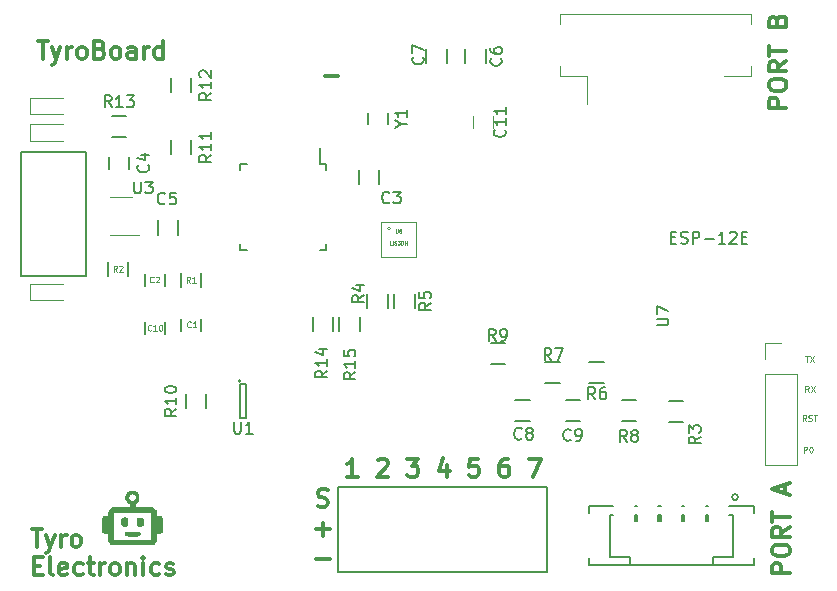
<source format=gbr>
G04 #@! TF.FileFunction,Legend,Top*
%FSLAX46Y46*%
G04 Gerber Fmt 4.6, Leading zero omitted, Abs format (unit mm)*
G04 Created by KiCad (PCBNEW 4.0.2-stable) date 9/8/2017 3:08:38 PM*
%MOMM*%
G01*
G04 APERTURE LIST*
%ADD10C,0.100000*%
%ADD11C,0.125000*%
%ADD12C,0.300000*%
%ADD13C,0.150000*%
%ADD14C,0.050000*%
%ADD15C,0.120000*%
%ADD16C,0.010000*%
%ADD17C,0.066040*%
G04 APERTURE END LIST*
D10*
D11*
X171305953Y-87051190D02*
X171305953Y-86551190D01*
X171496429Y-86551190D01*
X171544048Y-86575000D01*
X171567857Y-86598810D01*
X171591667Y-86646429D01*
X171591667Y-86717857D01*
X171567857Y-86765476D01*
X171544048Y-86789286D01*
X171496429Y-86813095D01*
X171305953Y-86813095D01*
X171901191Y-86551190D02*
X171948810Y-86551190D01*
X171996429Y-86575000D01*
X172020238Y-86598810D01*
X172044048Y-86646429D01*
X172067857Y-86741667D01*
X172067857Y-86860714D01*
X172044048Y-86955952D01*
X172020238Y-87003571D01*
X171996429Y-87027381D01*
X171948810Y-87051190D01*
X171901191Y-87051190D01*
X171853572Y-87027381D01*
X171829762Y-87003571D01*
X171805953Y-86955952D01*
X171782143Y-86860714D01*
X171782143Y-86741667D01*
X171805953Y-86646429D01*
X171829762Y-86598810D01*
X171853572Y-86575000D01*
X171901191Y-86551190D01*
X171526191Y-84376190D02*
X171359524Y-84138095D01*
X171240477Y-84376190D02*
X171240477Y-83876190D01*
X171430953Y-83876190D01*
X171478572Y-83900000D01*
X171502381Y-83923810D01*
X171526191Y-83971429D01*
X171526191Y-84042857D01*
X171502381Y-84090476D01*
X171478572Y-84114286D01*
X171430953Y-84138095D01*
X171240477Y-84138095D01*
X171716667Y-84352381D02*
X171788096Y-84376190D01*
X171907143Y-84376190D01*
X171954762Y-84352381D01*
X171978572Y-84328571D01*
X172002381Y-84280952D01*
X172002381Y-84233333D01*
X171978572Y-84185714D01*
X171954762Y-84161905D01*
X171907143Y-84138095D01*
X171811905Y-84114286D01*
X171764286Y-84090476D01*
X171740477Y-84066667D01*
X171716667Y-84019048D01*
X171716667Y-83971429D01*
X171740477Y-83923810D01*
X171764286Y-83900000D01*
X171811905Y-83876190D01*
X171930953Y-83876190D01*
X172002381Y-83900000D01*
X172145238Y-83876190D02*
X172430952Y-83876190D01*
X172288095Y-84376190D02*
X172288095Y-83876190D01*
X171736667Y-81906190D02*
X171570000Y-81668095D01*
X171450953Y-81906190D02*
X171450953Y-81406190D01*
X171641429Y-81406190D01*
X171689048Y-81430000D01*
X171712857Y-81453810D01*
X171736667Y-81501429D01*
X171736667Y-81572857D01*
X171712857Y-81620476D01*
X171689048Y-81644286D01*
X171641429Y-81668095D01*
X171450953Y-81668095D01*
X171903334Y-81406190D02*
X172236667Y-81906190D01*
X172236667Y-81406190D02*
X171903334Y-81906190D01*
X171459048Y-78886190D02*
X171744762Y-78886190D01*
X171601905Y-79386190D02*
X171601905Y-78886190D01*
X171863810Y-78886190D02*
X172197143Y-79386190D01*
X172197143Y-78886190D02*
X171863810Y-79386190D01*
D12*
X130778572Y-55182143D02*
X131921429Y-55182143D01*
X133539288Y-89078571D02*
X132682145Y-89078571D01*
X133110717Y-89078571D02*
X133110717Y-87578571D01*
X132967860Y-87792857D01*
X132825002Y-87935714D01*
X132682145Y-88007143D01*
X135253573Y-87721429D02*
X135325002Y-87650000D01*
X135467859Y-87578571D01*
X135825002Y-87578571D01*
X135967859Y-87650000D01*
X136039288Y-87721429D01*
X136110716Y-87864286D01*
X136110716Y-88007143D01*
X136039288Y-88221429D01*
X135182145Y-89078571D01*
X136110716Y-89078571D01*
X137753573Y-87578571D02*
X138682144Y-87578571D01*
X138182144Y-88150000D01*
X138396430Y-88150000D01*
X138539287Y-88221429D01*
X138610716Y-88292857D01*
X138682144Y-88435714D01*
X138682144Y-88792857D01*
X138610716Y-88935714D01*
X138539287Y-89007143D01*
X138396430Y-89078571D01*
X137967858Y-89078571D01*
X137825001Y-89007143D01*
X137753573Y-88935714D01*
X141110715Y-88078571D02*
X141110715Y-89078571D01*
X140753572Y-87507143D02*
X140396429Y-88578571D01*
X141325001Y-88578571D01*
X143753572Y-87578571D02*
X143039286Y-87578571D01*
X142967857Y-88292857D01*
X143039286Y-88221429D01*
X143182143Y-88150000D01*
X143539286Y-88150000D01*
X143682143Y-88221429D01*
X143753572Y-88292857D01*
X143825000Y-88435714D01*
X143825000Y-88792857D01*
X143753572Y-88935714D01*
X143682143Y-89007143D01*
X143539286Y-89078571D01*
X143182143Y-89078571D01*
X143039286Y-89007143D01*
X142967857Y-88935714D01*
X146253571Y-87578571D02*
X145967857Y-87578571D01*
X145825000Y-87650000D01*
X145753571Y-87721429D01*
X145610714Y-87935714D01*
X145539285Y-88221429D01*
X145539285Y-88792857D01*
X145610714Y-88935714D01*
X145682142Y-89007143D01*
X145825000Y-89078571D01*
X146110714Y-89078571D01*
X146253571Y-89007143D01*
X146325000Y-88935714D01*
X146396428Y-88792857D01*
X146396428Y-88435714D01*
X146325000Y-88292857D01*
X146253571Y-88221429D01*
X146110714Y-88150000D01*
X145825000Y-88150000D01*
X145682142Y-88221429D01*
X145610714Y-88292857D01*
X145539285Y-88435714D01*
X148039285Y-87578571D02*
X149039285Y-87578571D01*
X148396428Y-89078571D01*
X169853571Y-57846428D02*
X168353571Y-57846428D01*
X168353571Y-57275000D01*
X168425000Y-57132142D01*
X168496429Y-57060714D01*
X168639286Y-56989285D01*
X168853571Y-56989285D01*
X168996429Y-57060714D01*
X169067857Y-57132142D01*
X169139286Y-57275000D01*
X169139286Y-57846428D01*
X168353571Y-56060714D02*
X168353571Y-55775000D01*
X168425000Y-55632142D01*
X168567857Y-55489285D01*
X168853571Y-55417857D01*
X169353571Y-55417857D01*
X169639286Y-55489285D01*
X169782143Y-55632142D01*
X169853571Y-55775000D01*
X169853571Y-56060714D01*
X169782143Y-56203571D01*
X169639286Y-56346428D01*
X169353571Y-56417857D01*
X168853571Y-56417857D01*
X168567857Y-56346428D01*
X168425000Y-56203571D01*
X168353571Y-56060714D01*
X169853571Y-53917856D02*
X169139286Y-54417856D01*
X169853571Y-54774999D02*
X168353571Y-54774999D01*
X168353571Y-54203571D01*
X168425000Y-54060713D01*
X168496429Y-53989285D01*
X168639286Y-53917856D01*
X168853571Y-53917856D01*
X168996429Y-53989285D01*
X169067857Y-54060713D01*
X169139286Y-54203571D01*
X169139286Y-54774999D01*
X168353571Y-53489285D02*
X168353571Y-52632142D01*
X169853571Y-53060713D02*
X168353571Y-53060713D01*
X169067857Y-50489285D02*
X169139286Y-50274999D01*
X169210714Y-50203571D01*
X169353571Y-50132142D01*
X169567857Y-50132142D01*
X169710714Y-50203571D01*
X169782143Y-50274999D01*
X169853571Y-50417857D01*
X169853571Y-50989285D01*
X168353571Y-50989285D01*
X168353571Y-50489285D01*
X168425000Y-50346428D01*
X168496429Y-50274999D01*
X168639286Y-50203571D01*
X168782143Y-50203571D01*
X168925000Y-50274999D01*
X168996429Y-50346428D01*
X169067857Y-50489285D01*
X169067857Y-50989285D01*
X170128571Y-97264285D02*
X168628571Y-97264285D01*
X168628571Y-96692857D01*
X168700000Y-96549999D01*
X168771429Y-96478571D01*
X168914286Y-96407142D01*
X169128571Y-96407142D01*
X169271429Y-96478571D01*
X169342857Y-96549999D01*
X169414286Y-96692857D01*
X169414286Y-97264285D01*
X168628571Y-95478571D02*
X168628571Y-95192857D01*
X168700000Y-95049999D01*
X168842857Y-94907142D01*
X169128571Y-94835714D01*
X169628571Y-94835714D01*
X169914286Y-94907142D01*
X170057143Y-95049999D01*
X170128571Y-95192857D01*
X170128571Y-95478571D01*
X170057143Y-95621428D01*
X169914286Y-95764285D01*
X169628571Y-95835714D01*
X169128571Y-95835714D01*
X168842857Y-95764285D01*
X168700000Y-95621428D01*
X168628571Y-95478571D01*
X170128571Y-93335713D02*
X169414286Y-93835713D01*
X170128571Y-94192856D02*
X168628571Y-94192856D01*
X168628571Y-93621428D01*
X168700000Y-93478570D01*
X168771429Y-93407142D01*
X168914286Y-93335713D01*
X169128571Y-93335713D01*
X169271429Y-93407142D01*
X169342857Y-93478570D01*
X169414286Y-93621428D01*
X169414286Y-94192856D01*
X168628571Y-92907142D02*
X168628571Y-92049999D01*
X170128571Y-92478570D02*
X168628571Y-92478570D01*
X169700000Y-90478571D02*
X169700000Y-89764285D01*
X170128571Y-90621428D02*
X168628571Y-90121428D01*
X170128571Y-89621428D01*
X105967857Y-93528571D02*
X106825000Y-93528571D01*
X106396429Y-95028571D02*
X106396429Y-93528571D01*
X107182143Y-94028571D02*
X107539286Y-95028571D01*
X107896428Y-94028571D02*
X107539286Y-95028571D01*
X107396428Y-95385714D01*
X107325000Y-95457143D01*
X107182143Y-95528571D01*
X108467857Y-95028571D02*
X108467857Y-94028571D01*
X108467857Y-94314286D02*
X108539285Y-94171429D01*
X108610714Y-94100000D01*
X108753571Y-94028571D01*
X108896428Y-94028571D01*
X109610714Y-95028571D02*
X109467856Y-94957143D01*
X109396428Y-94885714D01*
X109324999Y-94742857D01*
X109324999Y-94314286D01*
X109396428Y-94171429D01*
X109467856Y-94100000D01*
X109610714Y-94028571D01*
X109824999Y-94028571D01*
X109967856Y-94100000D01*
X110039285Y-94171429D01*
X110110714Y-94314286D01*
X110110714Y-94742857D01*
X110039285Y-94885714D01*
X109967856Y-94957143D01*
X109824999Y-95028571D01*
X109610714Y-95028571D01*
X106182143Y-96642857D02*
X106682143Y-96642857D01*
X106896429Y-97428571D02*
X106182143Y-97428571D01*
X106182143Y-95928571D01*
X106896429Y-95928571D01*
X107753572Y-97428571D02*
X107610714Y-97357143D01*
X107539286Y-97214286D01*
X107539286Y-95928571D01*
X108896428Y-97357143D02*
X108753571Y-97428571D01*
X108467857Y-97428571D01*
X108325000Y-97357143D01*
X108253571Y-97214286D01*
X108253571Y-96642857D01*
X108325000Y-96500000D01*
X108467857Y-96428571D01*
X108753571Y-96428571D01*
X108896428Y-96500000D01*
X108967857Y-96642857D01*
X108967857Y-96785714D01*
X108253571Y-96928571D01*
X110253571Y-97357143D02*
X110110714Y-97428571D01*
X109825000Y-97428571D01*
X109682142Y-97357143D01*
X109610714Y-97285714D01*
X109539285Y-97142857D01*
X109539285Y-96714286D01*
X109610714Y-96571429D01*
X109682142Y-96500000D01*
X109825000Y-96428571D01*
X110110714Y-96428571D01*
X110253571Y-96500000D01*
X110682142Y-96428571D02*
X111253571Y-96428571D01*
X110896428Y-95928571D02*
X110896428Y-97214286D01*
X110967856Y-97357143D01*
X111110714Y-97428571D01*
X111253571Y-97428571D01*
X111753571Y-97428571D02*
X111753571Y-96428571D01*
X111753571Y-96714286D02*
X111824999Y-96571429D01*
X111896428Y-96500000D01*
X112039285Y-96428571D01*
X112182142Y-96428571D01*
X112896428Y-97428571D02*
X112753570Y-97357143D01*
X112682142Y-97285714D01*
X112610713Y-97142857D01*
X112610713Y-96714286D01*
X112682142Y-96571429D01*
X112753570Y-96500000D01*
X112896428Y-96428571D01*
X113110713Y-96428571D01*
X113253570Y-96500000D01*
X113324999Y-96571429D01*
X113396428Y-96714286D01*
X113396428Y-97142857D01*
X113324999Y-97285714D01*
X113253570Y-97357143D01*
X113110713Y-97428571D01*
X112896428Y-97428571D01*
X114039285Y-96428571D02*
X114039285Y-97428571D01*
X114039285Y-96571429D02*
X114110713Y-96500000D01*
X114253571Y-96428571D01*
X114467856Y-96428571D01*
X114610713Y-96500000D01*
X114682142Y-96642857D01*
X114682142Y-97428571D01*
X115396428Y-97428571D02*
X115396428Y-96428571D01*
X115396428Y-95928571D02*
X115324999Y-96000000D01*
X115396428Y-96071429D01*
X115467856Y-96000000D01*
X115396428Y-95928571D01*
X115396428Y-96071429D01*
X116753571Y-97357143D02*
X116610714Y-97428571D01*
X116325000Y-97428571D01*
X116182142Y-97357143D01*
X116110714Y-97285714D01*
X116039285Y-97142857D01*
X116039285Y-96714286D01*
X116110714Y-96571429D01*
X116182142Y-96500000D01*
X116325000Y-96428571D01*
X116610714Y-96428571D01*
X116753571Y-96500000D01*
X117324999Y-97357143D02*
X117467856Y-97428571D01*
X117753571Y-97428571D01*
X117896428Y-97357143D01*
X117967856Y-97214286D01*
X117967856Y-97142857D01*
X117896428Y-97000000D01*
X117753571Y-96928571D01*
X117539285Y-96928571D01*
X117396428Y-96857143D01*
X117324999Y-96714286D01*
X117324999Y-96642857D01*
X117396428Y-96500000D01*
X117539285Y-96428571D01*
X117753571Y-96428571D01*
X117896428Y-96500000D01*
X130028572Y-93557143D02*
X131171429Y-93557143D01*
X130600000Y-94128571D02*
X130600000Y-92985714D01*
X130171429Y-91557143D02*
X130385715Y-91628571D01*
X130742858Y-91628571D01*
X130885715Y-91557143D01*
X130957144Y-91485714D01*
X131028572Y-91342857D01*
X131028572Y-91200000D01*
X130957144Y-91057143D01*
X130885715Y-90985714D01*
X130742858Y-90914286D01*
X130457144Y-90842857D01*
X130314286Y-90771429D01*
X130242858Y-90700000D01*
X130171429Y-90557143D01*
X130171429Y-90414286D01*
X130242858Y-90271429D01*
X130314286Y-90200000D01*
X130457144Y-90128571D01*
X130814286Y-90128571D01*
X131028572Y-90200000D01*
X130028572Y-96057143D02*
X131171429Y-96057143D01*
X106457143Y-52203571D02*
X107314286Y-52203571D01*
X106885715Y-53703571D02*
X106885715Y-52203571D01*
X107671429Y-52703571D02*
X108028572Y-53703571D01*
X108385714Y-52703571D02*
X108028572Y-53703571D01*
X107885714Y-54060714D01*
X107814286Y-54132143D01*
X107671429Y-54203571D01*
X108957143Y-53703571D02*
X108957143Y-52703571D01*
X108957143Y-52989286D02*
X109028571Y-52846429D01*
X109100000Y-52775000D01*
X109242857Y-52703571D01*
X109385714Y-52703571D01*
X110100000Y-53703571D02*
X109957142Y-53632143D01*
X109885714Y-53560714D01*
X109814285Y-53417857D01*
X109814285Y-52989286D01*
X109885714Y-52846429D01*
X109957142Y-52775000D01*
X110100000Y-52703571D01*
X110314285Y-52703571D01*
X110457142Y-52775000D01*
X110528571Y-52846429D01*
X110600000Y-52989286D01*
X110600000Y-53417857D01*
X110528571Y-53560714D01*
X110457142Y-53632143D01*
X110314285Y-53703571D01*
X110100000Y-53703571D01*
X111742857Y-52917857D02*
X111957143Y-52989286D01*
X112028571Y-53060714D01*
X112100000Y-53203571D01*
X112100000Y-53417857D01*
X112028571Y-53560714D01*
X111957143Y-53632143D01*
X111814285Y-53703571D01*
X111242857Y-53703571D01*
X111242857Y-52203571D01*
X111742857Y-52203571D01*
X111885714Y-52275000D01*
X111957143Y-52346429D01*
X112028571Y-52489286D01*
X112028571Y-52632143D01*
X111957143Y-52775000D01*
X111885714Y-52846429D01*
X111742857Y-52917857D01*
X111242857Y-52917857D01*
X112957143Y-53703571D02*
X112814285Y-53632143D01*
X112742857Y-53560714D01*
X112671428Y-53417857D01*
X112671428Y-52989286D01*
X112742857Y-52846429D01*
X112814285Y-52775000D01*
X112957143Y-52703571D01*
X113171428Y-52703571D01*
X113314285Y-52775000D01*
X113385714Y-52846429D01*
X113457143Y-52989286D01*
X113457143Y-53417857D01*
X113385714Y-53560714D01*
X113314285Y-53632143D01*
X113171428Y-53703571D01*
X112957143Y-53703571D01*
X114742857Y-53703571D02*
X114742857Y-52917857D01*
X114671428Y-52775000D01*
X114528571Y-52703571D01*
X114242857Y-52703571D01*
X114100000Y-52775000D01*
X114742857Y-53632143D02*
X114600000Y-53703571D01*
X114242857Y-53703571D01*
X114100000Y-53632143D01*
X114028571Y-53489286D01*
X114028571Y-53346429D01*
X114100000Y-53203571D01*
X114242857Y-53132143D01*
X114600000Y-53132143D01*
X114742857Y-53060714D01*
X115457143Y-53703571D02*
X115457143Y-52703571D01*
X115457143Y-52989286D02*
X115528571Y-52846429D01*
X115600000Y-52775000D01*
X115742857Y-52703571D01*
X115885714Y-52703571D01*
X117028571Y-53703571D02*
X117028571Y-52203571D01*
X117028571Y-53632143D02*
X116885714Y-53703571D01*
X116600000Y-53703571D01*
X116457142Y-53632143D01*
X116385714Y-53560714D01*
X116314285Y-53417857D01*
X116314285Y-52989286D01*
X116385714Y-52846429D01*
X116457142Y-52775000D01*
X116600000Y-52703571D01*
X116885714Y-52703571D01*
X117028571Y-52775000D01*
D13*
X154375000Y-81150000D02*
X153175000Y-81150000D01*
X153175000Y-79400000D02*
X154375000Y-79400000D01*
X130875000Y-62625000D02*
X130350000Y-62625000D01*
X130875000Y-69875000D02*
X130350000Y-69875000D01*
X123625000Y-69875000D02*
X124150000Y-69875000D01*
X123625000Y-62625000D02*
X124150000Y-62625000D01*
X130875000Y-62625000D02*
X130875000Y-63150000D01*
X123625000Y-62625000D02*
X123625000Y-63150000D01*
X123625000Y-69875000D02*
X123625000Y-69350000D01*
X130875000Y-69875000D02*
X130875000Y-69350000D01*
X130350000Y-62625000D02*
X130350000Y-61250000D01*
X133625000Y-64350000D02*
X133625000Y-63150000D01*
X135375000Y-63150000D02*
X135375000Y-64350000D01*
X116625000Y-68600000D02*
X116625000Y-67400000D01*
X118375000Y-67400000D02*
X118375000Y-68600000D01*
X142625000Y-54100000D02*
X142625000Y-52900000D01*
X144375000Y-52900000D02*
X144375000Y-54100000D01*
X139375000Y-54100000D02*
X139375000Y-52900000D01*
X141125000Y-52900000D02*
X141125000Y-54100000D01*
X148100000Y-84375000D02*
X146900000Y-84375000D01*
X146900000Y-82625000D02*
X148100000Y-82625000D01*
X151150000Y-82625000D02*
X152350000Y-82625000D01*
X152350000Y-84375000D02*
X151150000Y-84375000D01*
X118563000Y-73040000D02*
X118563000Y-71840000D01*
X120313000Y-71840000D02*
X120313000Y-73040000D01*
X114125000Y-70900000D02*
X114125000Y-72100000D01*
X112375000Y-72100000D02*
X112375000Y-70900000D01*
X161125000Y-84450000D02*
X159925000Y-84450000D01*
X159925000Y-82700000D02*
X161125000Y-82700000D01*
X136125000Y-73650000D02*
X136125000Y-74850000D01*
X134375000Y-74850000D02*
X134375000Y-73650000D01*
X138375000Y-73650000D02*
X138375000Y-74850000D01*
X136625000Y-74850000D02*
X136625000Y-73650000D01*
X150650000Y-81150000D02*
X149450000Y-81150000D01*
X149450000Y-79400000D02*
X150650000Y-79400000D01*
X157100000Y-84375000D02*
X155900000Y-84375000D01*
X155900000Y-82625000D02*
X157100000Y-82625000D01*
X146000000Y-79525000D02*
X144800000Y-79525000D01*
X144800000Y-77775000D02*
X146000000Y-77775000D01*
D14*
X136341421Y-68100000D02*
G75*
G03X136341421Y-68100000I-141421J0D01*
G01*
X135500000Y-67500000D02*
X138500000Y-67500000D01*
X138500000Y-67500000D02*
X138500000Y-70500000D01*
X138500000Y-70500000D02*
X135500000Y-70500000D01*
X135500000Y-70500000D02*
X135500000Y-67500000D01*
D13*
X136100000Y-59200000D02*
X136100000Y-58300000D01*
X134400000Y-59200000D02*
X134400000Y-58300000D01*
X115540000Y-76004000D02*
X115540000Y-77004000D01*
X117240000Y-77004000D02*
X117240000Y-76004000D01*
X120725000Y-82100000D02*
X120725000Y-83300000D01*
X118975000Y-83300000D02*
X118975000Y-82100000D01*
X123650000Y-81000000D02*
G75*
G03X123650000Y-81000000I-100000J0D01*
G01*
X124100000Y-81250000D02*
X123600000Y-81250000D01*
X124100000Y-84150000D02*
X124100000Y-81250000D01*
X123600000Y-84150000D02*
X124100000Y-84150000D01*
X123600000Y-81250000D02*
X123600000Y-84150000D01*
X114192000Y-63034000D02*
X114192000Y-62034000D01*
X112492000Y-62034000D02*
X112492000Y-63034000D01*
X110530000Y-71634000D02*
X110530000Y-72134000D01*
X110530000Y-72134000D02*
X105030000Y-72134000D01*
X105030000Y-72134000D02*
X105030000Y-61634000D01*
X105030000Y-61634000D02*
X110530000Y-61634000D01*
X110530000Y-61634000D02*
X110530000Y-71634000D01*
X120288000Y-76750000D02*
X120288000Y-75750000D01*
X118588000Y-75750000D02*
X118588000Y-76750000D01*
X115540000Y-71940000D02*
X115540000Y-72940000D01*
X117240000Y-72940000D02*
X117240000Y-71940000D01*
D15*
X105800000Y-57000000D02*
X105800000Y-58400000D01*
X105800000Y-58400000D02*
X108600000Y-58400000D01*
X105800000Y-57000000D02*
X108600000Y-57000000D01*
X105800000Y-72750000D02*
X105800000Y-74150000D01*
X105800000Y-74150000D02*
X108600000Y-74150000D01*
X105800000Y-72750000D02*
X108600000Y-72750000D01*
X105800000Y-59250000D02*
X105800000Y-60650000D01*
X105800000Y-60650000D02*
X108600000Y-60650000D01*
X105800000Y-59250000D02*
X108600000Y-59250000D01*
D13*
X165750000Y-90825000D02*
G75*
G03X165750000Y-90825000I-250000J0D01*
G01*
X167100000Y-95975000D02*
X167100000Y-96575000D01*
X167100000Y-96575000D02*
X153100000Y-96575000D01*
X153100000Y-96575000D02*
X153100000Y-95975000D01*
X167100000Y-92175000D02*
X167100000Y-91575000D01*
X167100000Y-91575000D02*
X165000000Y-91575000D01*
X153100000Y-92175000D02*
X153100000Y-91575000D01*
X153100000Y-91575000D02*
X155200000Y-91575000D01*
X163600000Y-96575000D02*
X163600000Y-95875000D01*
X163600000Y-95875000D02*
X165300000Y-95875000D01*
X165300000Y-95875000D02*
X165300000Y-92375000D01*
X165300000Y-92375000D02*
X165000000Y-92375000D01*
X156600000Y-96575000D02*
X156600000Y-95875000D01*
X156600000Y-95875000D02*
X154900000Y-95875000D01*
X154900000Y-95875000D02*
X154900000Y-92375000D01*
X154900000Y-92375000D02*
X155200000Y-92375000D01*
X163200000Y-91575000D02*
X163000000Y-91575000D01*
X163200000Y-92375000D02*
X163000000Y-92375000D01*
X163200000Y-92375000D02*
X163200000Y-92875000D01*
X163200000Y-92875000D02*
X163000000Y-92875000D01*
X163000000Y-92875000D02*
X163000000Y-92375000D01*
X163100000Y-92375000D02*
X163100000Y-92875000D01*
X161200000Y-91575000D02*
X161000000Y-91575000D01*
X161200000Y-92375000D02*
X161000000Y-92375000D01*
X161200000Y-92375000D02*
X161200000Y-92875000D01*
X161200000Y-92875000D02*
X161000000Y-92875000D01*
X161000000Y-92875000D02*
X161000000Y-92375000D01*
X161100000Y-92375000D02*
X161100000Y-92875000D01*
X159200000Y-91575000D02*
X159000000Y-91575000D01*
X159200000Y-92375000D02*
X159000000Y-92375000D01*
X159200000Y-92375000D02*
X159200000Y-92875000D01*
X159200000Y-92875000D02*
X159000000Y-92875000D01*
X159000000Y-92875000D02*
X159000000Y-92375000D01*
X159100000Y-92375000D02*
X159100000Y-92875000D01*
X157200000Y-91575000D02*
X157000000Y-91575000D01*
X157200000Y-92375000D02*
X157000000Y-92375000D01*
X157200000Y-92375000D02*
X157200000Y-92875000D01*
X157200000Y-92875000D02*
X157000000Y-92875000D01*
X157000000Y-92875000D02*
X157000000Y-92375000D01*
X157100000Y-92375000D02*
X157100000Y-92875000D01*
X117725000Y-61800000D02*
X117725000Y-60600000D01*
X119475000Y-60600000D02*
X119475000Y-61800000D01*
X117725000Y-56550000D02*
X117725000Y-55350000D01*
X119475000Y-55350000D02*
X119475000Y-56550000D01*
X113950000Y-60325000D02*
X112750000Y-60325000D01*
X112750000Y-58575000D02*
X113950000Y-58575000D01*
X131475000Y-75600000D02*
X131475000Y-76800000D01*
X129725000Y-76800000D02*
X129725000Y-75600000D01*
X133725000Y-75600000D02*
X133725000Y-76800000D01*
X131975000Y-76800000D02*
X131975000Y-75600000D01*
D15*
X114400000Y-65390000D02*
X112600000Y-65390000D01*
X112600000Y-68610000D02*
X115050000Y-68610000D01*
D13*
X131850000Y-97200000D02*
X131850000Y-89950000D01*
X131850000Y-89950000D02*
X149600000Y-89950000D01*
X149600000Y-89950000D02*
X149600000Y-97200000D01*
X149600000Y-97200000D02*
X131850000Y-97200000D01*
D15*
X144975000Y-59575000D02*
X144975000Y-58575000D01*
X143275000Y-58575000D02*
X143275000Y-59575000D01*
X150675000Y-50775000D02*
X150675000Y-49950000D01*
X150675000Y-49950000D02*
X166825000Y-49950000D01*
X166825000Y-49950000D02*
X166825000Y-50775000D01*
X150675000Y-54325000D02*
X150675000Y-55150000D01*
X150675000Y-55150000D02*
X152975000Y-55150000D01*
X166825000Y-54325000D02*
X166825000Y-55150000D01*
X166825000Y-55150000D02*
X164525000Y-55150000D01*
X152975000Y-55150000D02*
X152975000Y-57550000D01*
X168045000Y-88075000D02*
X170705000Y-88075000D01*
X168045000Y-80395000D02*
X168045000Y-88075000D01*
X170705000Y-80395000D02*
X170705000Y-88075000D01*
X168045000Y-80395000D02*
X170705000Y-80395000D01*
X168045000Y-79125000D02*
X168045000Y-77795000D01*
X168045000Y-77795000D02*
X169375000Y-77795000D01*
D16*
G36*
X114190000Y-90300000D02*
X114240000Y-90300000D01*
X114240000Y-90350000D01*
X114190000Y-90350000D01*
X114190000Y-90300000D01*
X114190000Y-90300000D01*
G37*
X114190000Y-90300000D02*
X114240000Y-90300000D01*
X114240000Y-90350000D01*
X114190000Y-90350000D01*
X114190000Y-90300000D01*
G36*
X114240000Y-90300000D02*
X114290000Y-90300000D01*
X114290000Y-90350000D01*
X114240000Y-90350000D01*
X114240000Y-90300000D01*
X114240000Y-90300000D01*
G37*
X114240000Y-90300000D02*
X114290000Y-90300000D01*
X114290000Y-90350000D01*
X114240000Y-90350000D01*
X114240000Y-90300000D01*
G36*
X114290000Y-90300000D02*
X114340000Y-90300000D01*
X114340000Y-90350000D01*
X114290000Y-90350000D01*
X114290000Y-90300000D01*
X114290000Y-90300000D01*
G37*
X114290000Y-90300000D02*
X114340000Y-90300000D01*
X114340000Y-90350000D01*
X114290000Y-90350000D01*
X114290000Y-90300000D01*
G36*
X114340000Y-90300000D02*
X114390000Y-90300000D01*
X114390000Y-90350000D01*
X114340000Y-90350000D01*
X114340000Y-90300000D01*
X114340000Y-90300000D01*
G37*
X114340000Y-90300000D02*
X114390000Y-90300000D01*
X114390000Y-90350000D01*
X114340000Y-90350000D01*
X114340000Y-90300000D01*
G36*
X114390000Y-90300000D02*
X114440000Y-90300000D01*
X114440000Y-90350000D01*
X114390000Y-90350000D01*
X114390000Y-90300000D01*
X114390000Y-90300000D01*
G37*
X114390000Y-90300000D02*
X114440000Y-90300000D01*
X114440000Y-90350000D01*
X114390000Y-90350000D01*
X114390000Y-90300000D01*
G36*
X114440000Y-90300000D02*
X114490000Y-90300000D01*
X114490000Y-90350000D01*
X114440000Y-90350000D01*
X114440000Y-90300000D01*
X114440000Y-90300000D01*
G37*
X114440000Y-90300000D02*
X114490000Y-90300000D01*
X114490000Y-90350000D01*
X114440000Y-90350000D01*
X114440000Y-90300000D01*
G36*
X114490000Y-90300000D02*
X114540000Y-90300000D01*
X114540000Y-90350000D01*
X114490000Y-90350000D01*
X114490000Y-90300000D01*
X114490000Y-90300000D01*
G37*
X114490000Y-90300000D02*
X114540000Y-90300000D01*
X114540000Y-90350000D01*
X114490000Y-90350000D01*
X114490000Y-90300000D01*
G36*
X114540000Y-90300000D02*
X114590000Y-90300000D01*
X114590000Y-90350000D01*
X114540000Y-90350000D01*
X114540000Y-90300000D01*
X114540000Y-90300000D01*
G37*
X114540000Y-90300000D02*
X114590000Y-90300000D01*
X114590000Y-90350000D01*
X114540000Y-90350000D01*
X114540000Y-90300000D01*
G36*
X114590000Y-90300000D02*
X114640000Y-90300000D01*
X114640000Y-90350000D01*
X114590000Y-90350000D01*
X114590000Y-90300000D01*
X114590000Y-90300000D01*
G37*
X114590000Y-90300000D02*
X114640000Y-90300000D01*
X114640000Y-90350000D01*
X114590000Y-90350000D01*
X114590000Y-90300000D01*
G36*
X114640000Y-90300000D02*
X114690000Y-90300000D01*
X114690000Y-90350000D01*
X114640000Y-90350000D01*
X114640000Y-90300000D01*
X114640000Y-90300000D01*
G37*
X114640000Y-90300000D02*
X114690000Y-90300000D01*
X114690000Y-90350000D01*
X114640000Y-90350000D01*
X114640000Y-90300000D01*
G36*
X114140000Y-90350000D02*
X114190000Y-90350000D01*
X114190000Y-90400000D01*
X114140000Y-90400000D01*
X114140000Y-90350000D01*
X114140000Y-90350000D01*
G37*
X114140000Y-90350000D02*
X114190000Y-90350000D01*
X114190000Y-90400000D01*
X114140000Y-90400000D01*
X114140000Y-90350000D01*
G36*
X114190000Y-90350000D02*
X114240000Y-90350000D01*
X114240000Y-90400000D01*
X114190000Y-90400000D01*
X114190000Y-90350000D01*
X114190000Y-90350000D01*
G37*
X114190000Y-90350000D02*
X114240000Y-90350000D01*
X114240000Y-90400000D01*
X114190000Y-90400000D01*
X114190000Y-90350000D01*
G36*
X114240000Y-90350000D02*
X114290000Y-90350000D01*
X114290000Y-90400000D01*
X114240000Y-90400000D01*
X114240000Y-90350000D01*
X114240000Y-90350000D01*
G37*
X114240000Y-90350000D02*
X114290000Y-90350000D01*
X114290000Y-90400000D01*
X114240000Y-90400000D01*
X114240000Y-90350000D01*
G36*
X114290000Y-90350000D02*
X114340000Y-90350000D01*
X114340000Y-90400000D01*
X114290000Y-90400000D01*
X114290000Y-90350000D01*
X114290000Y-90350000D01*
G37*
X114290000Y-90350000D02*
X114340000Y-90350000D01*
X114340000Y-90400000D01*
X114290000Y-90400000D01*
X114290000Y-90350000D01*
G36*
X114340000Y-90350000D02*
X114390000Y-90350000D01*
X114390000Y-90400000D01*
X114340000Y-90400000D01*
X114340000Y-90350000D01*
X114340000Y-90350000D01*
G37*
X114340000Y-90350000D02*
X114390000Y-90350000D01*
X114390000Y-90400000D01*
X114340000Y-90400000D01*
X114340000Y-90350000D01*
G36*
X114390000Y-90350000D02*
X114440000Y-90350000D01*
X114440000Y-90400000D01*
X114390000Y-90400000D01*
X114390000Y-90350000D01*
X114390000Y-90350000D01*
G37*
X114390000Y-90350000D02*
X114440000Y-90350000D01*
X114440000Y-90400000D01*
X114390000Y-90400000D01*
X114390000Y-90350000D01*
G36*
X114440000Y-90350000D02*
X114490000Y-90350000D01*
X114490000Y-90400000D01*
X114440000Y-90400000D01*
X114440000Y-90350000D01*
X114440000Y-90350000D01*
G37*
X114440000Y-90350000D02*
X114490000Y-90350000D01*
X114490000Y-90400000D01*
X114440000Y-90400000D01*
X114440000Y-90350000D01*
G36*
X114490000Y-90350000D02*
X114540000Y-90350000D01*
X114540000Y-90400000D01*
X114490000Y-90400000D01*
X114490000Y-90350000D01*
X114490000Y-90350000D01*
G37*
X114490000Y-90350000D02*
X114540000Y-90350000D01*
X114540000Y-90400000D01*
X114490000Y-90400000D01*
X114490000Y-90350000D01*
G36*
X114540000Y-90350000D02*
X114590000Y-90350000D01*
X114590000Y-90400000D01*
X114540000Y-90400000D01*
X114540000Y-90350000D01*
X114540000Y-90350000D01*
G37*
X114540000Y-90350000D02*
X114590000Y-90350000D01*
X114590000Y-90400000D01*
X114540000Y-90400000D01*
X114540000Y-90350000D01*
G36*
X114590000Y-90350000D02*
X114640000Y-90350000D01*
X114640000Y-90400000D01*
X114590000Y-90400000D01*
X114590000Y-90350000D01*
X114590000Y-90350000D01*
G37*
X114590000Y-90350000D02*
X114640000Y-90350000D01*
X114640000Y-90400000D01*
X114590000Y-90400000D01*
X114590000Y-90350000D01*
G36*
X114640000Y-90350000D02*
X114690000Y-90350000D01*
X114690000Y-90400000D01*
X114640000Y-90400000D01*
X114640000Y-90350000D01*
X114640000Y-90350000D01*
G37*
X114640000Y-90350000D02*
X114690000Y-90350000D01*
X114690000Y-90400000D01*
X114640000Y-90400000D01*
X114640000Y-90350000D01*
G36*
X114690000Y-90350000D02*
X114740000Y-90350000D01*
X114740000Y-90400000D01*
X114690000Y-90400000D01*
X114690000Y-90350000D01*
X114690000Y-90350000D01*
G37*
X114690000Y-90350000D02*
X114740000Y-90350000D01*
X114740000Y-90400000D01*
X114690000Y-90400000D01*
X114690000Y-90350000D01*
G36*
X114740000Y-90350000D02*
X114790000Y-90350000D01*
X114790000Y-90400000D01*
X114740000Y-90400000D01*
X114740000Y-90350000D01*
X114740000Y-90350000D01*
G37*
X114740000Y-90350000D02*
X114790000Y-90350000D01*
X114790000Y-90400000D01*
X114740000Y-90400000D01*
X114740000Y-90350000D01*
G36*
X114040000Y-90400000D02*
X114090000Y-90400000D01*
X114090000Y-90450000D01*
X114040000Y-90450000D01*
X114040000Y-90400000D01*
X114040000Y-90400000D01*
G37*
X114040000Y-90400000D02*
X114090000Y-90400000D01*
X114090000Y-90450000D01*
X114040000Y-90450000D01*
X114040000Y-90400000D01*
G36*
X114090000Y-90400000D02*
X114140000Y-90400000D01*
X114140000Y-90450000D01*
X114090000Y-90450000D01*
X114090000Y-90400000D01*
X114090000Y-90400000D01*
G37*
X114090000Y-90400000D02*
X114140000Y-90400000D01*
X114140000Y-90450000D01*
X114090000Y-90450000D01*
X114090000Y-90400000D01*
G36*
X114140000Y-90400000D02*
X114190000Y-90400000D01*
X114190000Y-90450000D01*
X114140000Y-90450000D01*
X114140000Y-90400000D01*
X114140000Y-90400000D01*
G37*
X114140000Y-90400000D02*
X114190000Y-90400000D01*
X114190000Y-90450000D01*
X114140000Y-90450000D01*
X114140000Y-90400000D01*
G36*
X114190000Y-90400000D02*
X114240000Y-90400000D01*
X114240000Y-90450000D01*
X114190000Y-90450000D01*
X114190000Y-90400000D01*
X114190000Y-90400000D01*
G37*
X114190000Y-90400000D02*
X114240000Y-90400000D01*
X114240000Y-90450000D01*
X114190000Y-90450000D01*
X114190000Y-90400000D01*
G36*
X114240000Y-90400000D02*
X114290000Y-90400000D01*
X114290000Y-90450000D01*
X114240000Y-90450000D01*
X114240000Y-90400000D01*
X114240000Y-90400000D01*
G37*
X114240000Y-90400000D02*
X114290000Y-90400000D01*
X114290000Y-90450000D01*
X114240000Y-90450000D01*
X114240000Y-90400000D01*
G36*
X114290000Y-90400000D02*
X114340000Y-90400000D01*
X114340000Y-90450000D01*
X114290000Y-90450000D01*
X114290000Y-90400000D01*
X114290000Y-90400000D01*
G37*
X114290000Y-90400000D02*
X114340000Y-90400000D01*
X114340000Y-90450000D01*
X114290000Y-90450000D01*
X114290000Y-90400000D01*
G36*
X114340000Y-90400000D02*
X114390000Y-90400000D01*
X114390000Y-90450000D01*
X114340000Y-90450000D01*
X114340000Y-90400000D01*
X114340000Y-90400000D01*
G37*
X114340000Y-90400000D02*
X114390000Y-90400000D01*
X114390000Y-90450000D01*
X114340000Y-90450000D01*
X114340000Y-90400000D01*
G36*
X114390000Y-90400000D02*
X114440000Y-90400000D01*
X114440000Y-90450000D01*
X114390000Y-90450000D01*
X114390000Y-90400000D01*
X114390000Y-90400000D01*
G37*
X114390000Y-90400000D02*
X114440000Y-90400000D01*
X114440000Y-90450000D01*
X114390000Y-90450000D01*
X114390000Y-90400000D01*
G36*
X114440000Y-90400000D02*
X114490000Y-90400000D01*
X114490000Y-90450000D01*
X114440000Y-90450000D01*
X114440000Y-90400000D01*
X114440000Y-90400000D01*
G37*
X114440000Y-90400000D02*
X114490000Y-90400000D01*
X114490000Y-90450000D01*
X114440000Y-90450000D01*
X114440000Y-90400000D01*
G36*
X114490000Y-90400000D02*
X114540000Y-90400000D01*
X114540000Y-90450000D01*
X114490000Y-90450000D01*
X114490000Y-90400000D01*
X114490000Y-90400000D01*
G37*
X114490000Y-90400000D02*
X114540000Y-90400000D01*
X114540000Y-90450000D01*
X114490000Y-90450000D01*
X114490000Y-90400000D01*
G36*
X114540000Y-90400000D02*
X114590000Y-90400000D01*
X114590000Y-90450000D01*
X114540000Y-90450000D01*
X114540000Y-90400000D01*
X114540000Y-90400000D01*
G37*
X114540000Y-90400000D02*
X114590000Y-90400000D01*
X114590000Y-90450000D01*
X114540000Y-90450000D01*
X114540000Y-90400000D01*
G36*
X114590000Y-90400000D02*
X114640000Y-90400000D01*
X114640000Y-90450000D01*
X114590000Y-90450000D01*
X114590000Y-90400000D01*
X114590000Y-90400000D01*
G37*
X114590000Y-90400000D02*
X114640000Y-90400000D01*
X114640000Y-90450000D01*
X114590000Y-90450000D01*
X114590000Y-90400000D01*
G36*
X114640000Y-90400000D02*
X114690000Y-90400000D01*
X114690000Y-90450000D01*
X114640000Y-90450000D01*
X114640000Y-90400000D01*
X114640000Y-90400000D01*
G37*
X114640000Y-90400000D02*
X114690000Y-90400000D01*
X114690000Y-90450000D01*
X114640000Y-90450000D01*
X114640000Y-90400000D01*
G36*
X114690000Y-90400000D02*
X114740000Y-90400000D01*
X114740000Y-90450000D01*
X114690000Y-90450000D01*
X114690000Y-90400000D01*
X114690000Y-90400000D01*
G37*
X114690000Y-90400000D02*
X114740000Y-90400000D01*
X114740000Y-90450000D01*
X114690000Y-90450000D01*
X114690000Y-90400000D01*
G36*
X114740000Y-90400000D02*
X114790000Y-90400000D01*
X114790000Y-90450000D01*
X114740000Y-90450000D01*
X114740000Y-90400000D01*
X114740000Y-90400000D01*
G37*
X114740000Y-90400000D02*
X114790000Y-90400000D01*
X114790000Y-90450000D01*
X114740000Y-90450000D01*
X114740000Y-90400000D01*
G36*
X114790000Y-90400000D02*
X114840000Y-90400000D01*
X114840000Y-90450000D01*
X114790000Y-90450000D01*
X114790000Y-90400000D01*
X114790000Y-90400000D01*
G37*
X114790000Y-90400000D02*
X114840000Y-90400000D01*
X114840000Y-90450000D01*
X114790000Y-90450000D01*
X114790000Y-90400000D01*
G36*
X114040000Y-90450000D02*
X114090000Y-90450000D01*
X114090000Y-90500000D01*
X114040000Y-90500000D01*
X114040000Y-90450000D01*
X114040000Y-90450000D01*
G37*
X114040000Y-90450000D02*
X114090000Y-90450000D01*
X114090000Y-90500000D01*
X114040000Y-90500000D01*
X114040000Y-90450000D01*
G36*
X114090000Y-90450000D02*
X114140000Y-90450000D01*
X114140000Y-90500000D01*
X114090000Y-90500000D01*
X114090000Y-90450000D01*
X114090000Y-90450000D01*
G37*
X114090000Y-90450000D02*
X114140000Y-90450000D01*
X114140000Y-90500000D01*
X114090000Y-90500000D01*
X114090000Y-90450000D01*
G36*
X114140000Y-90450000D02*
X114190000Y-90450000D01*
X114190000Y-90500000D01*
X114140000Y-90500000D01*
X114140000Y-90450000D01*
X114140000Y-90450000D01*
G37*
X114140000Y-90450000D02*
X114190000Y-90450000D01*
X114190000Y-90500000D01*
X114140000Y-90500000D01*
X114140000Y-90450000D01*
G36*
X114190000Y-90450000D02*
X114240000Y-90450000D01*
X114240000Y-90500000D01*
X114190000Y-90500000D01*
X114190000Y-90450000D01*
X114190000Y-90450000D01*
G37*
X114190000Y-90450000D02*
X114240000Y-90450000D01*
X114240000Y-90500000D01*
X114190000Y-90500000D01*
X114190000Y-90450000D01*
G36*
X114240000Y-90450000D02*
X114290000Y-90450000D01*
X114290000Y-90500000D01*
X114240000Y-90500000D01*
X114240000Y-90450000D01*
X114240000Y-90450000D01*
G37*
X114240000Y-90450000D02*
X114290000Y-90450000D01*
X114290000Y-90500000D01*
X114240000Y-90500000D01*
X114240000Y-90450000D01*
G36*
X114290000Y-90450000D02*
X114340000Y-90450000D01*
X114340000Y-90500000D01*
X114290000Y-90500000D01*
X114290000Y-90450000D01*
X114290000Y-90450000D01*
G37*
X114290000Y-90450000D02*
X114340000Y-90450000D01*
X114340000Y-90500000D01*
X114290000Y-90500000D01*
X114290000Y-90450000D01*
G36*
X114340000Y-90450000D02*
X114390000Y-90450000D01*
X114390000Y-90500000D01*
X114340000Y-90500000D01*
X114340000Y-90450000D01*
X114340000Y-90450000D01*
G37*
X114340000Y-90450000D02*
X114390000Y-90450000D01*
X114390000Y-90500000D01*
X114340000Y-90500000D01*
X114340000Y-90450000D01*
G36*
X114390000Y-90450000D02*
X114440000Y-90450000D01*
X114440000Y-90500000D01*
X114390000Y-90500000D01*
X114390000Y-90450000D01*
X114390000Y-90450000D01*
G37*
X114390000Y-90450000D02*
X114440000Y-90450000D01*
X114440000Y-90500000D01*
X114390000Y-90500000D01*
X114390000Y-90450000D01*
G36*
X114440000Y-90450000D02*
X114490000Y-90450000D01*
X114490000Y-90500000D01*
X114440000Y-90500000D01*
X114440000Y-90450000D01*
X114440000Y-90450000D01*
G37*
X114440000Y-90450000D02*
X114490000Y-90450000D01*
X114490000Y-90500000D01*
X114440000Y-90500000D01*
X114440000Y-90450000D01*
G36*
X114490000Y-90450000D02*
X114540000Y-90450000D01*
X114540000Y-90500000D01*
X114490000Y-90500000D01*
X114490000Y-90450000D01*
X114490000Y-90450000D01*
G37*
X114490000Y-90450000D02*
X114540000Y-90450000D01*
X114540000Y-90500000D01*
X114490000Y-90500000D01*
X114490000Y-90450000D01*
G36*
X114540000Y-90450000D02*
X114590000Y-90450000D01*
X114590000Y-90500000D01*
X114540000Y-90500000D01*
X114540000Y-90450000D01*
X114540000Y-90450000D01*
G37*
X114540000Y-90450000D02*
X114590000Y-90450000D01*
X114590000Y-90500000D01*
X114540000Y-90500000D01*
X114540000Y-90450000D01*
G36*
X114590000Y-90450000D02*
X114640000Y-90450000D01*
X114640000Y-90500000D01*
X114590000Y-90500000D01*
X114590000Y-90450000D01*
X114590000Y-90450000D01*
G37*
X114590000Y-90450000D02*
X114640000Y-90450000D01*
X114640000Y-90500000D01*
X114590000Y-90500000D01*
X114590000Y-90450000D01*
G36*
X114640000Y-90450000D02*
X114690000Y-90450000D01*
X114690000Y-90500000D01*
X114640000Y-90500000D01*
X114640000Y-90450000D01*
X114640000Y-90450000D01*
G37*
X114640000Y-90450000D02*
X114690000Y-90450000D01*
X114690000Y-90500000D01*
X114640000Y-90500000D01*
X114640000Y-90450000D01*
G36*
X114690000Y-90450000D02*
X114740000Y-90450000D01*
X114740000Y-90500000D01*
X114690000Y-90500000D01*
X114690000Y-90450000D01*
X114690000Y-90450000D01*
G37*
X114690000Y-90450000D02*
X114740000Y-90450000D01*
X114740000Y-90500000D01*
X114690000Y-90500000D01*
X114690000Y-90450000D01*
G36*
X114740000Y-90450000D02*
X114790000Y-90450000D01*
X114790000Y-90500000D01*
X114740000Y-90500000D01*
X114740000Y-90450000D01*
X114740000Y-90450000D01*
G37*
X114740000Y-90450000D02*
X114790000Y-90450000D01*
X114790000Y-90500000D01*
X114740000Y-90500000D01*
X114740000Y-90450000D01*
G36*
X114790000Y-90450000D02*
X114840000Y-90450000D01*
X114840000Y-90500000D01*
X114790000Y-90500000D01*
X114790000Y-90450000D01*
X114790000Y-90450000D01*
G37*
X114790000Y-90450000D02*
X114840000Y-90450000D01*
X114840000Y-90500000D01*
X114790000Y-90500000D01*
X114790000Y-90450000D01*
G36*
X114840000Y-90450000D02*
X114890000Y-90450000D01*
X114890000Y-90500000D01*
X114840000Y-90500000D01*
X114840000Y-90450000D01*
X114840000Y-90450000D01*
G37*
X114840000Y-90450000D02*
X114890000Y-90450000D01*
X114890000Y-90500000D01*
X114840000Y-90500000D01*
X114840000Y-90450000D01*
G36*
X113990000Y-90500000D02*
X114040000Y-90500000D01*
X114040000Y-90550000D01*
X113990000Y-90550000D01*
X113990000Y-90500000D01*
X113990000Y-90500000D01*
G37*
X113990000Y-90500000D02*
X114040000Y-90500000D01*
X114040000Y-90550000D01*
X113990000Y-90550000D01*
X113990000Y-90500000D01*
G36*
X114040000Y-90500000D02*
X114090000Y-90500000D01*
X114090000Y-90550000D01*
X114040000Y-90550000D01*
X114040000Y-90500000D01*
X114040000Y-90500000D01*
G37*
X114040000Y-90500000D02*
X114090000Y-90500000D01*
X114090000Y-90550000D01*
X114040000Y-90550000D01*
X114040000Y-90500000D01*
G36*
X114090000Y-90500000D02*
X114140000Y-90500000D01*
X114140000Y-90550000D01*
X114090000Y-90550000D01*
X114090000Y-90500000D01*
X114090000Y-90500000D01*
G37*
X114090000Y-90500000D02*
X114140000Y-90500000D01*
X114140000Y-90550000D01*
X114090000Y-90550000D01*
X114090000Y-90500000D01*
G36*
X114140000Y-90500000D02*
X114190000Y-90500000D01*
X114190000Y-90550000D01*
X114140000Y-90550000D01*
X114140000Y-90500000D01*
X114140000Y-90500000D01*
G37*
X114140000Y-90500000D02*
X114190000Y-90500000D01*
X114190000Y-90550000D01*
X114140000Y-90550000D01*
X114140000Y-90500000D01*
G36*
X114190000Y-90500000D02*
X114240000Y-90500000D01*
X114240000Y-90550000D01*
X114190000Y-90550000D01*
X114190000Y-90500000D01*
X114190000Y-90500000D01*
G37*
X114190000Y-90500000D02*
X114240000Y-90500000D01*
X114240000Y-90550000D01*
X114190000Y-90550000D01*
X114190000Y-90500000D01*
G36*
X114240000Y-90500000D02*
X114290000Y-90500000D01*
X114290000Y-90550000D01*
X114240000Y-90550000D01*
X114240000Y-90500000D01*
X114240000Y-90500000D01*
G37*
X114240000Y-90500000D02*
X114290000Y-90500000D01*
X114290000Y-90550000D01*
X114240000Y-90550000D01*
X114240000Y-90500000D01*
G36*
X114290000Y-90500000D02*
X114340000Y-90500000D01*
X114340000Y-90550000D01*
X114290000Y-90550000D01*
X114290000Y-90500000D01*
X114290000Y-90500000D01*
G37*
X114290000Y-90500000D02*
X114340000Y-90500000D01*
X114340000Y-90550000D01*
X114290000Y-90550000D01*
X114290000Y-90500000D01*
G36*
X114540000Y-90500000D02*
X114590000Y-90500000D01*
X114590000Y-90550000D01*
X114540000Y-90550000D01*
X114540000Y-90500000D01*
X114540000Y-90500000D01*
G37*
X114540000Y-90500000D02*
X114590000Y-90500000D01*
X114590000Y-90550000D01*
X114540000Y-90550000D01*
X114540000Y-90500000D01*
G36*
X114590000Y-90500000D02*
X114640000Y-90500000D01*
X114640000Y-90550000D01*
X114590000Y-90550000D01*
X114590000Y-90500000D01*
X114590000Y-90500000D01*
G37*
X114590000Y-90500000D02*
X114640000Y-90500000D01*
X114640000Y-90550000D01*
X114590000Y-90550000D01*
X114590000Y-90500000D01*
G36*
X114640000Y-90500000D02*
X114690000Y-90500000D01*
X114690000Y-90550000D01*
X114640000Y-90550000D01*
X114640000Y-90500000D01*
X114640000Y-90500000D01*
G37*
X114640000Y-90500000D02*
X114690000Y-90500000D01*
X114690000Y-90550000D01*
X114640000Y-90550000D01*
X114640000Y-90500000D01*
G36*
X114690000Y-90500000D02*
X114740000Y-90500000D01*
X114740000Y-90550000D01*
X114690000Y-90550000D01*
X114690000Y-90500000D01*
X114690000Y-90500000D01*
G37*
X114690000Y-90500000D02*
X114740000Y-90500000D01*
X114740000Y-90550000D01*
X114690000Y-90550000D01*
X114690000Y-90500000D01*
G36*
X114740000Y-90500000D02*
X114790000Y-90500000D01*
X114790000Y-90550000D01*
X114740000Y-90550000D01*
X114740000Y-90500000D01*
X114740000Y-90500000D01*
G37*
X114740000Y-90500000D02*
X114790000Y-90500000D01*
X114790000Y-90550000D01*
X114740000Y-90550000D01*
X114740000Y-90500000D01*
G36*
X114790000Y-90500000D02*
X114840000Y-90500000D01*
X114840000Y-90550000D01*
X114790000Y-90550000D01*
X114790000Y-90500000D01*
X114790000Y-90500000D01*
G37*
X114790000Y-90500000D02*
X114840000Y-90500000D01*
X114840000Y-90550000D01*
X114790000Y-90550000D01*
X114790000Y-90500000D01*
G36*
X114840000Y-90500000D02*
X114890000Y-90500000D01*
X114890000Y-90550000D01*
X114840000Y-90550000D01*
X114840000Y-90500000D01*
X114840000Y-90500000D01*
G37*
X114840000Y-90500000D02*
X114890000Y-90500000D01*
X114890000Y-90550000D01*
X114840000Y-90550000D01*
X114840000Y-90500000D01*
G36*
X113940000Y-90550000D02*
X113990000Y-90550000D01*
X113990000Y-90600000D01*
X113940000Y-90600000D01*
X113940000Y-90550000D01*
X113940000Y-90550000D01*
G37*
X113940000Y-90550000D02*
X113990000Y-90550000D01*
X113990000Y-90600000D01*
X113940000Y-90600000D01*
X113940000Y-90550000D01*
G36*
X113990000Y-90550000D02*
X114040000Y-90550000D01*
X114040000Y-90600000D01*
X113990000Y-90600000D01*
X113990000Y-90550000D01*
X113990000Y-90550000D01*
G37*
X113990000Y-90550000D02*
X114040000Y-90550000D01*
X114040000Y-90600000D01*
X113990000Y-90600000D01*
X113990000Y-90550000D01*
G36*
X114040000Y-90550000D02*
X114090000Y-90550000D01*
X114090000Y-90600000D01*
X114040000Y-90600000D01*
X114040000Y-90550000D01*
X114040000Y-90550000D01*
G37*
X114040000Y-90550000D02*
X114090000Y-90550000D01*
X114090000Y-90600000D01*
X114040000Y-90600000D01*
X114040000Y-90550000D01*
G36*
X114090000Y-90550000D02*
X114140000Y-90550000D01*
X114140000Y-90600000D01*
X114090000Y-90600000D01*
X114090000Y-90550000D01*
X114090000Y-90550000D01*
G37*
X114090000Y-90550000D02*
X114140000Y-90550000D01*
X114140000Y-90600000D01*
X114090000Y-90600000D01*
X114090000Y-90550000D01*
G36*
X114140000Y-90550000D02*
X114190000Y-90550000D01*
X114190000Y-90600000D01*
X114140000Y-90600000D01*
X114140000Y-90550000D01*
X114140000Y-90550000D01*
G37*
X114140000Y-90550000D02*
X114190000Y-90550000D01*
X114190000Y-90600000D01*
X114140000Y-90600000D01*
X114140000Y-90550000D01*
G36*
X114190000Y-90550000D02*
X114240000Y-90550000D01*
X114240000Y-90600000D01*
X114190000Y-90600000D01*
X114190000Y-90550000D01*
X114190000Y-90550000D01*
G37*
X114190000Y-90550000D02*
X114240000Y-90550000D01*
X114240000Y-90600000D01*
X114190000Y-90600000D01*
X114190000Y-90550000D01*
G36*
X114240000Y-90550000D02*
X114290000Y-90550000D01*
X114290000Y-90600000D01*
X114240000Y-90600000D01*
X114240000Y-90550000D01*
X114240000Y-90550000D01*
G37*
X114240000Y-90550000D02*
X114290000Y-90550000D01*
X114290000Y-90600000D01*
X114240000Y-90600000D01*
X114240000Y-90550000D01*
G36*
X114640000Y-90550000D02*
X114690000Y-90550000D01*
X114690000Y-90600000D01*
X114640000Y-90600000D01*
X114640000Y-90550000D01*
X114640000Y-90550000D01*
G37*
X114640000Y-90550000D02*
X114690000Y-90550000D01*
X114690000Y-90600000D01*
X114640000Y-90600000D01*
X114640000Y-90550000D01*
G36*
X114690000Y-90550000D02*
X114740000Y-90550000D01*
X114740000Y-90600000D01*
X114690000Y-90600000D01*
X114690000Y-90550000D01*
X114690000Y-90550000D01*
G37*
X114690000Y-90550000D02*
X114740000Y-90550000D01*
X114740000Y-90600000D01*
X114690000Y-90600000D01*
X114690000Y-90550000D01*
G36*
X114740000Y-90550000D02*
X114790000Y-90550000D01*
X114790000Y-90600000D01*
X114740000Y-90600000D01*
X114740000Y-90550000D01*
X114740000Y-90550000D01*
G37*
X114740000Y-90550000D02*
X114790000Y-90550000D01*
X114790000Y-90600000D01*
X114740000Y-90600000D01*
X114740000Y-90550000D01*
G36*
X114790000Y-90550000D02*
X114840000Y-90550000D01*
X114840000Y-90600000D01*
X114790000Y-90600000D01*
X114790000Y-90550000D01*
X114790000Y-90550000D01*
G37*
X114790000Y-90550000D02*
X114840000Y-90550000D01*
X114840000Y-90600000D01*
X114790000Y-90600000D01*
X114790000Y-90550000D01*
G36*
X114840000Y-90550000D02*
X114890000Y-90550000D01*
X114890000Y-90600000D01*
X114840000Y-90600000D01*
X114840000Y-90550000D01*
X114840000Y-90550000D01*
G37*
X114840000Y-90550000D02*
X114890000Y-90550000D01*
X114890000Y-90600000D01*
X114840000Y-90600000D01*
X114840000Y-90550000D01*
G36*
X114890000Y-90550000D02*
X114940000Y-90550000D01*
X114940000Y-90600000D01*
X114890000Y-90600000D01*
X114890000Y-90550000D01*
X114890000Y-90550000D01*
G37*
X114890000Y-90550000D02*
X114940000Y-90550000D01*
X114940000Y-90600000D01*
X114890000Y-90600000D01*
X114890000Y-90550000D01*
G36*
X113940000Y-90600000D02*
X113990000Y-90600000D01*
X113990000Y-90650000D01*
X113940000Y-90650000D01*
X113940000Y-90600000D01*
X113940000Y-90600000D01*
G37*
X113940000Y-90600000D02*
X113990000Y-90600000D01*
X113990000Y-90650000D01*
X113940000Y-90650000D01*
X113940000Y-90600000D01*
G36*
X113990000Y-90600000D02*
X114040000Y-90600000D01*
X114040000Y-90650000D01*
X113990000Y-90650000D01*
X113990000Y-90600000D01*
X113990000Y-90600000D01*
G37*
X113990000Y-90600000D02*
X114040000Y-90600000D01*
X114040000Y-90650000D01*
X113990000Y-90650000D01*
X113990000Y-90600000D01*
G36*
X114040000Y-90600000D02*
X114090000Y-90600000D01*
X114090000Y-90650000D01*
X114040000Y-90650000D01*
X114040000Y-90600000D01*
X114040000Y-90600000D01*
G37*
X114040000Y-90600000D02*
X114090000Y-90600000D01*
X114090000Y-90650000D01*
X114040000Y-90650000D01*
X114040000Y-90600000D01*
G36*
X114090000Y-90600000D02*
X114140000Y-90600000D01*
X114140000Y-90650000D01*
X114090000Y-90650000D01*
X114090000Y-90600000D01*
X114090000Y-90600000D01*
G37*
X114090000Y-90600000D02*
X114140000Y-90600000D01*
X114140000Y-90650000D01*
X114090000Y-90650000D01*
X114090000Y-90600000D01*
G36*
X114140000Y-90600000D02*
X114190000Y-90600000D01*
X114190000Y-90650000D01*
X114140000Y-90650000D01*
X114140000Y-90600000D01*
X114140000Y-90600000D01*
G37*
X114140000Y-90600000D02*
X114190000Y-90600000D01*
X114190000Y-90650000D01*
X114140000Y-90650000D01*
X114140000Y-90600000D01*
G36*
X114690000Y-90600000D02*
X114740000Y-90600000D01*
X114740000Y-90650000D01*
X114690000Y-90650000D01*
X114690000Y-90600000D01*
X114690000Y-90600000D01*
G37*
X114690000Y-90600000D02*
X114740000Y-90600000D01*
X114740000Y-90650000D01*
X114690000Y-90650000D01*
X114690000Y-90600000D01*
G36*
X114740000Y-90600000D02*
X114790000Y-90600000D01*
X114790000Y-90650000D01*
X114740000Y-90650000D01*
X114740000Y-90600000D01*
X114740000Y-90600000D01*
G37*
X114740000Y-90600000D02*
X114790000Y-90600000D01*
X114790000Y-90650000D01*
X114740000Y-90650000D01*
X114740000Y-90600000D01*
G36*
X114790000Y-90600000D02*
X114840000Y-90600000D01*
X114840000Y-90650000D01*
X114790000Y-90650000D01*
X114790000Y-90600000D01*
X114790000Y-90600000D01*
G37*
X114790000Y-90600000D02*
X114840000Y-90600000D01*
X114840000Y-90650000D01*
X114790000Y-90650000D01*
X114790000Y-90600000D01*
G36*
X114840000Y-90600000D02*
X114890000Y-90600000D01*
X114890000Y-90650000D01*
X114840000Y-90650000D01*
X114840000Y-90600000D01*
X114840000Y-90600000D01*
G37*
X114840000Y-90600000D02*
X114890000Y-90600000D01*
X114890000Y-90650000D01*
X114840000Y-90650000D01*
X114840000Y-90600000D01*
G36*
X114890000Y-90600000D02*
X114940000Y-90600000D01*
X114940000Y-90650000D01*
X114890000Y-90650000D01*
X114890000Y-90600000D01*
X114890000Y-90600000D01*
G37*
X114890000Y-90600000D02*
X114940000Y-90600000D01*
X114940000Y-90650000D01*
X114890000Y-90650000D01*
X114890000Y-90600000D01*
G36*
X114940000Y-90600000D02*
X114990000Y-90600000D01*
X114990000Y-90650000D01*
X114940000Y-90650000D01*
X114940000Y-90600000D01*
X114940000Y-90600000D01*
G37*
X114940000Y-90600000D02*
X114990000Y-90600000D01*
X114990000Y-90650000D01*
X114940000Y-90650000D01*
X114940000Y-90600000D01*
G36*
X113940000Y-90650000D02*
X113990000Y-90650000D01*
X113990000Y-90700000D01*
X113940000Y-90700000D01*
X113940000Y-90650000D01*
X113940000Y-90650000D01*
G37*
X113940000Y-90650000D02*
X113990000Y-90650000D01*
X113990000Y-90700000D01*
X113940000Y-90700000D01*
X113940000Y-90650000D01*
G36*
X113990000Y-90650000D02*
X114040000Y-90650000D01*
X114040000Y-90700000D01*
X113990000Y-90700000D01*
X113990000Y-90650000D01*
X113990000Y-90650000D01*
G37*
X113990000Y-90650000D02*
X114040000Y-90650000D01*
X114040000Y-90700000D01*
X113990000Y-90700000D01*
X113990000Y-90650000D01*
G36*
X114040000Y-90650000D02*
X114090000Y-90650000D01*
X114090000Y-90700000D01*
X114040000Y-90700000D01*
X114040000Y-90650000D01*
X114040000Y-90650000D01*
G37*
X114040000Y-90650000D02*
X114090000Y-90650000D01*
X114090000Y-90700000D01*
X114040000Y-90700000D01*
X114040000Y-90650000D01*
G36*
X114090000Y-90650000D02*
X114140000Y-90650000D01*
X114140000Y-90700000D01*
X114090000Y-90700000D01*
X114090000Y-90650000D01*
X114090000Y-90650000D01*
G37*
X114090000Y-90650000D02*
X114140000Y-90650000D01*
X114140000Y-90700000D01*
X114090000Y-90700000D01*
X114090000Y-90650000D01*
G36*
X114140000Y-90650000D02*
X114190000Y-90650000D01*
X114190000Y-90700000D01*
X114140000Y-90700000D01*
X114140000Y-90650000D01*
X114140000Y-90650000D01*
G37*
X114140000Y-90650000D02*
X114190000Y-90650000D01*
X114190000Y-90700000D01*
X114140000Y-90700000D01*
X114140000Y-90650000D01*
G36*
X114740000Y-90650000D02*
X114790000Y-90650000D01*
X114790000Y-90700000D01*
X114740000Y-90700000D01*
X114740000Y-90650000D01*
X114740000Y-90650000D01*
G37*
X114740000Y-90650000D02*
X114790000Y-90650000D01*
X114790000Y-90700000D01*
X114740000Y-90700000D01*
X114740000Y-90650000D01*
G36*
X114790000Y-90650000D02*
X114840000Y-90650000D01*
X114840000Y-90700000D01*
X114790000Y-90700000D01*
X114790000Y-90650000D01*
X114790000Y-90650000D01*
G37*
X114790000Y-90650000D02*
X114840000Y-90650000D01*
X114840000Y-90700000D01*
X114790000Y-90700000D01*
X114790000Y-90650000D01*
G36*
X114840000Y-90650000D02*
X114890000Y-90650000D01*
X114890000Y-90700000D01*
X114840000Y-90700000D01*
X114840000Y-90650000D01*
X114840000Y-90650000D01*
G37*
X114840000Y-90650000D02*
X114890000Y-90650000D01*
X114890000Y-90700000D01*
X114840000Y-90700000D01*
X114840000Y-90650000D01*
G36*
X114890000Y-90650000D02*
X114940000Y-90650000D01*
X114940000Y-90700000D01*
X114890000Y-90700000D01*
X114890000Y-90650000D01*
X114890000Y-90650000D01*
G37*
X114890000Y-90650000D02*
X114940000Y-90650000D01*
X114940000Y-90700000D01*
X114890000Y-90700000D01*
X114890000Y-90650000D01*
G36*
X114940000Y-90650000D02*
X114990000Y-90650000D01*
X114990000Y-90700000D01*
X114940000Y-90700000D01*
X114940000Y-90650000D01*
X114940000Y-90650000D01*
G37*
X114940000Y-90650000D02*
X114990000Y-90650000D01*
X114990000Y-90700000D01*
X114940000Y-90700000D01*
X114940000Y-90650000D01*
G36*
X113890000Y-90700000D02*
X113940000Y-90700000D01*
X113940000Y-90750000D01*
X113890000Y-90750000D01*
X113890000Y-90700000D01*
X113890000Y-90700000D01*
G37*
X113890000Y-90700000D02*
X113940000Y-90700000D01*
X113940000Y-90750000D01*
X113890000Y-90750000D01*
X113890000Y-90700000D01*
G36*
X113940000Y-90700000D02*
X113990000Y-90700000D01*
X113990000Y-90750000D01*
X113940000Y-90750000D01*
X113940000Y-90700000D01*
X113940000Y-90700000D01*
G37*
X113940000Y-90700000D02*
X113990000Y-90700000D01*
X113990000Y-90750000D01*
X113940000Y-90750000D01*
X113940000Y-90700000D01*
G36*
X113990000Y-90700000D02*
X114040000Y-90700000D01*
X114040000Y-90750000D01*
X113990000Y-90750000D01*
X113990000Y-90700000D01*
X113990000Y-90700000D01*
G37*
X113990000Y-90700000D02*
X114040000Y-90700000D01*
X114040000Y-90750000D01*
X113990000Y-90750000D01*
X113990000Y-90700000D01*
G36*
X114040000Y-90700000D02*
X114090000Y-90700000D01*
X114090000Y-90750000D01*
X114040000Y-90750000D01*
X114040000Y-90700000D01*
X114040000Y-90700000D01*
G37*
X114040000Y-90700000D02*
X114090000Y-90700000D01*
X114090000Y-90750000D01*
X114040000Y-90750000D01*
X114040000Y-90700000D01*
G36*
X114090000Y-90700000D02*
X114140000Y-90700000D01*
X114140000Y-90750000D01*
X114090000Y-90750000D01*
X114090000Y-90700000D01*
X114090000Y-90700000D01*
G37*
X114090000Y-90700000D02*
X114140000Y-90700000D01*
X114140000Y-90750000D01*
X114090000Y-90750000D01*
X114090000Y-90700000D01*
G36*
X114740000Y-90700000D02*
X114790000Y-90700000D01*
X114790000Y-90750000D01*
X114740000Y-90750000D01*
X114740000Y-90700000D01*
X114740000Y-90700000D01*
G37*
X114740000Y-90700000D02*
X114790000Y-90700000D01*
X114790000Y-90750000D01*
X114740000Y-90750000D01*
X114740000Y-90700000D01*
G36*
X114790000Y-90700000D02*
X114840000Y-90700000D01*
X114840000Y-90750000D01*
X114790000Y-90750000D01*
X114790000Y-90700000D01*
X114790000Y-90700000D01*
G37*
X114790000Y-90700000D02*
X114840000Y-90700000D01*
X114840000Y-90750000D01*
X114790000Y-90750000D01*
X114790000Y-90700000D01*
G36*
X114840000Y-90700000D02*
X114890000Y-90700000D01*
X114890000Y-90750000D01*
X114840000Y-90750000D01*
X114840000Y-90700000D01*
X114840000Y-90700000D01*
G37*
X114840000Y-90700000D02*
X114890000Y-90700000D01*
X114890000Y-90750000D01*
X114840000Y-90750000D01*
X114840000Y-90700000D01*
G36*
X114890000Y-90700000D02*
X114940000Y-90700000D01*
X114940000Y-90750000D01*
X114890000Y-90750000D01*
X114890000Y-90700000D01*
X114890000Y-90700000D01*
G37*
X114890000Y-90700000D02*
X114940000Y-90700000D01*
X114940000Y-90750000D01*
X114890000Y-90750000D01*
X114890000Y-90700000D01*
G36*
X114940000Y-90700000D02*
X114990000Y-90700000D01*
X114990000Y-90750000D01*
X114940000Y-90750000D01*
X114940000Y-90700000D01*
X114940000Y-90700000D01*
G37*
X114940000Y-90700000D02*
X114990000Y-90700000D01*
X114990000Y-90750000D01*
X114940000Y-90750000D01*
X114940000Y-90700000D01*
G36*
X113890000Y-90750000D02*
X113940000Y-90750000D01*
X113940000Y-90800000D01*
X113890000Y-90800000D01*
X113890000Y-90750000D01*
X113890000Y-90750000D01*
G37*
X113890000Y-90750000D02*
X113940000Y-90750000D01*
X113940000Y-90800000D01*
X113890000Y-90800000D01*
X113890000Y-90750000D01*
G36*
X113940000Y-90750000D02*
X113990000Y-90750000D01*
X113990000Y-90800000D01*
X113940000Y-90800000D01*
X113940000Y-90750000D01*
X113940000Y-90750000D01*
G37*
X113940000Y-90750000D02*
X113990000Y-90750000D01*
X113990000Y-90800000D01*
X113940000Y-90800000D01*
X113940000Y-90750000D01*
G36*
X113990000Y-90750000D02*
X114040000Y-90750000D01*
X114040000Y-90800000D01*
X113990000Y-90800000D01*
X113990000Y-90750000D01*
X113990000Y-90750000D01*
G37*
X113990000Y-90750000D02*
X114040000Y-90750000D01*
X114040000Y-90800000D01*
X113990000Y-90800000D01*
X113990000Y-90750000D01*
G36*
X114040000Y-90750000D02*
X114090000Y-90750000D01*
X114090000Y-90800000D01*
X114040000Y-90800000D01*
X114040000Y-90750000D01*
X114040000Y-90750000D01*
G37*
X114040000Y-90750000D02*
X114090000Y-90750000D01*
X114090000Y-90800000D01*
X114040000Y-90800000D01*
X114040000Y-90750000D01*
G36*
X114090000Y-90750000D02*
X114140000Y-90750000D01*
X114140000Y-90800000D01*
X114090000Y-90800000D01*
X114090000Y-90750000D01*
X114090000Y-90750000D01*
G37*
X114090000Y-90750000D02*
X114140000Y-90750000D01*
X114140000Y-90800000D01*
X114090000Y-90800000D01*
X114090000Y-90750000D01*
G36*
X114740000Y-90750000D02*
X114790000Y-90750000D01*
X114790000Y-90800000D01*
X114740000Y-90800000D01*
X114740000Y-90750000D01*
X114740000Y-90750000D01*
G37*
X114740000Y-90750000D02*
X114790000Y-90750000D01*
X114790000Y-90800000D01*
X114740000Y-90800000D01*
X114740000Y-90750000D01*
G36*
X114790000Y-90750000D02*
X114840000Y-90750000D01*
X114840000Y-90800000D01*
X114790000Y-90800000D01*
X114790000Y-90750000D01*
X114790000Y-90750000D01*
G37*
X114790000Y-90750000D02*
X114840000Y-90750000D01*
X114840000Y-90800000D01*
X114790000Y-90800000D01*
X114790000Y-90750000D01*
G36*
X114840000Y-90750000D02*
X114890000Y-90750000D01*
X114890000Y-90800000D01*
X114840000Y-90800000D01*
X114840000Y-90750000D01*
X114840000Y-90750000D01*
G37*
X114840000Y-90750000D02*
X114890000Y-90750000D01*
X114890000Y-90800000D01*
X114840000Y-90800000D01*
X114840000Y-90750000D01*
G36*
X114890000Y-90750000D02*
X114940000Y-90750000D01*
X114940000Y-90800000D01*
X114890000Y-90800000D01*
X114890000Y-90750000D01*
X114890000Y-90750000D01*
G37*
X114890000Y-90750000D02*
X114940000Y-90750000D01*
X114940000Y-90800000D01*
X114890000Y-90800000D01*
X114890000Y-90750000D01*
G36*
X114940000Y-90750000D02*
X114990000Y-90750000D01*
X114990000Y-90800000D01*
X114940000Y-90800000D01*
X114940000Y-90750000D01*
X114940000Y-90750000D01*
G37*
X114940000Y-90750000D02*
X114990000Y-90750000D01*
X114990000Y-90800000D01*
X114940000Y-90800000D01*
X114940000Y-90750000D01*
G36*
X113890000Y-90800000D02*
X113940000Y-90800000D01*
X113940000Y-90850000D01*
X113890000Y-90850000D01*
X113890000Y-90800000D01*
X113890000Y-90800000D01*
G37*
X113890000Y-90800000D02*
X113940000Y-90800000D01*
X113940000Y-90850000D01*
X113890000Y-90850000D01*
X113890000Y-90800000D01*
G36*
X113940000Y-90800000D02*
X113990000Y-90800000D01*
X113990000Y-90850000D01*
X113940000Y-90850000D01*
X113940000Y-90800000D01*
X113940000Y-90800000D01*
G37*
X113940000Y-90800000D02*
X113990000Y-90800000D01*
X113990000Y-90850000D01*
X113940000Y-90850000D01*
X113940000Y-90800000D01*
G36*
X113990000Y-90800000D02*
X114040000Y-90800000D01*
X114040000Y-90850000D01*
X113990000Y-90850000D01*
X113990000Y-90800000D01*
X113990000Y-90800000D01*
G37*
X113990000Y-90800000D02*
X114040000Y-90800000D01*
X114040000Y-90850000D01*
X113990000Y-90850000D01*
X113990000Y-90800000D01*
G36*
X114040000Y-90800000D02*
X114090000Y-90800000D01*
X114090000Y-90850000D01*
X114040000Y-90850000D01*
X114040000Y-90800000D01*
X114040000Y-90800000D01*
G37*
X114040000Y-90800000D02*
X114090000Y-90800000D01*
X114090000Y-90850000D01*
X114040000Y-90850000D01*
X114040000Y-90800000D01*
G36*
X114090000Y-90800000D02*
X114140000Y-90800000D01*
X114140000Y-90850000D01*
X114090000Y-90850000D01*
X114090000Y-90800000D01*
X114090000Y-90800000D01*
G37*
X114090000Y-90800000D02*
X114140000Y-90800000D01*
X114140000Y-90850000D01*
X114090000Y-90850000D01*
X114090000Y-90800000D01*
G36*
X114790000Y-90800000D02*
X114840000Y-90800000D01*
X114840000Y-90850000D01*
X114790000Y-90850000D01*
X114790000Y-90800000D01*
X114790000Y-90800000D01*
G37*
X114790000Y-90800000D02*
X114840000Y-90800000D01*
X114840000Y-90850000D01*
X114790000Y-90850000D01*
X114790000Y-90800000D01*
G36*
X114840000Y-90800000D02*
X114890000Y-90800000D01*
X114890000Y-90850000D01*
X114840000Y-90850000D01*
X114840000Y-90800000D01*
X114840000Y-90800000D01*
G37*
X114840000Y-90800000D02*
X114890000Y-90800000D01*
X114890000Y-90850000D01*
X114840000Y-90850000D01*
X114840000Y-90800000D01*
G36*
X114890000Y-90800000D02*
X114940000Y-90800000D01*
X114940000Y-90850000D01*
X114890000Y-90850000D01*
X114890000Y-90800000D01*
X114890000Y-90800000D01*
G37*
X114890000Y-90800000D02*
X114940000Y-90800000D01*
X114940000Y-90850000D01*
X114890000Y-90850000D01*
X114890000Y-90800000D01*
G36*
X114940000Y-90800000D02*
X114990000Y-90800000D01*
X114990000Y-90850000D01*
X114940000Y-90850000D01*
X114940000Y-90800000D01*
X114940000Y-90800000D01*
G37*
X114940000Y-90800000D02*
X114990000Y-90800000D01*
X114990000Y-90850000D01*
X114940000Y-90850000D01*
X114940000Y-90800000D01*
G36*
X113890000Y-90850000D02*
X113940000Y-90850000D01*
X113940000Y-90900000D01*
X113890000Y-90900000D01*
X113890000Y-90850000D01*
X113890000Y-90850000D01*
G37*
X113890000Y-90850000D02*
X113940000Y-90850000D01*
X113940000Y-90900000D01*
X113890000Y-90900000D01*
X113890000Y-90850000D01*
G36*
X113940000Y-90850000D02*
X113990000Y-90850000D01*
X113990000Y-90900000D01*
X113940000Y-90900000D01*
X113940000Y-90850000D01*
X113940000Y-90850000D01*
G37*
X113940000Y-90850000D02*
X113990000Y-90850000D01*
X113990000Y-90900000D01*
X113940000Y-90900000D01*
X113940000Y-90850000D01*
G36*
X113990000Y-90850000D02*
X114040000Y-90850000D01*
X114040000Y-90900000D01*
X113990000Y-90900000D01*
X113990000Y-90850000D01*
X113990000Y-90850000D01*
G37*
X113990000Y-90850000D02*
X114040000Y-90850000D01*
X114040000Y-90900000D01*
X113990000Y-90900000D01*
X113990000Y-90850000D01*
G36*
X114040000Y-90850000D02*
X114090000Y-90850000D01*
X114090000Y-90900000D01*
X114040000Y-90900000D01*
X114040000Y-90850000D01*
X114040000Y-90850000D01*
G37*
X114040000Y-90850000D02*
X114090000Y-90850000D01*
X114090000Y-90900000D01*
X114040000Y-90900000D01*
X114040000Y-90850000D01*
G36*
X114090000Y-90850000D02*
X114140000Y-90850000D01*
X114140000Y-90900000D01*
X114090000Y-90900000D01*
X114090000Y-90850000D01*
X114090000Y-90850000D01*
G37*
X114090000Y-90850000D02*
X114140000Y-90850000D01*
X114140000Y-90900000D01*
X114090000Y-90900000D01*
X114090000Y-90850000D01*
G36*
X114790000Y-90850000D02*
X114840000Y-90850000D01*
X114840000Y-90900000D01*
X114790000Y-90900000D01*
X114790000Y-90850000D01*
X114790000Y-90850000D01*
G37*
X114790000Y-90850000D02*
X114840000Y-90850000D01*
X114840000Y-90900000D01*
X114790000Y-90900000D01*
X114790000Y-90850000D01*
G36*
X114840000Y-90850000D02*
X114890000Y-90850000D01*
X114890000Y-90900000D01*
X114840000Y-90900000D01*
X114840000Y-90850000D01*
X114840000Y-90850000D01*
G37*
X114840000Y-90850000D02*
X114890000Y-90850000D01*
X114890000Y-90900000D01*
X114840000Y-90900000D01*
X114840000Y-90850000D01*
G36*
X114890000Y-90850000D02*
X114940000Y-90850000D01*
X114940000Y-90900000D01*
X114890000Y-90900000D01*
X114890000Y-90850000D01*
X114890000Y-90850000D01*
G37*
X114890000Y-90850000D02*
X114940000Y-90850000D01*
X114940000Y-90900000D01*
X114890000Y-90900000D01*
X114890000Y-90850000D01*
G36*
X114940000Y-90850000D02*
X114990000Y-90850000D01*
X114990000Y-90900000D01*
X114940000Y-90900000D01*
X114940000Y-90850000D01*
X114940000Y-90850000D01*
G37*
X114940000Y-90850000D02*
X114990000Y-90850000D01*
X114990000Y-90900000D01*
X114940000Y-90900000D01*
X114940000Y-90850000D01*
G36*
X113890000Y-90900000D02*
X113940000Y-90900000D01*
X113940000Y-90950000D01*
X113890000Y-90950000D01*
X113890000Y-90900000D01*
X113890000Y-90900000D01*
G37*
X113890000Y-90900000D02*
X113940000Y-90900000D01*
X113940000Y-90950000D01*
X113890000Y-90950000D01*
X113890000Y-90900000D01*
G36*
X113940000Y-90900000D02*
X113990000Y-90900000D01*
X113990000Y-90950000D01*
X113940000Y-90950000D01*
X113940000Y-90900000D01*
X113940000Y-90900000D01*
G37*
X113940000Y-90900000D02*
X113990000Y-90900000D01*
X113990000Y-90950000D01*
X113940000Y-90950000D01*
X113940000Y-90900000D01*
G36*
X113990000Y-90900000D02*
X114040000Y-90900000D01*
X114040000Y-90950000D01*
X113990000Y-90950000D01*
X113990000Y-90900000D01*
X113990000Y-90900000D01*
G37*
X113990000Y-90900000D02*
X114040000Y-90900000D01*
X114040000Y-90950000D01*
X113990000Y-90950000D01*
X113990000Y-90900000D01*
G36*
X114040000Y-90900000D02*
X114090000Y-90900000D01*
X114090000Y-90950000D01*
X114040000Y-90950000D01*
X114040000Y-90900000D01*
X114040000Y-90900000D01*
G37*
X114040000Y-90900000D02*
X114090000Y-90900000D01*
X114090000Y-90950000D01*
X114040000Y-90950000D01*
X114040000Y-90900000D01*
G36*
X114090000Y-90900000D02*
X114140000Y-90900000D01*
X114140000Y-90950000D01*
X114090000Y-90950000D01*
X114090000Y-90900000D01*
X114090000Y-90900000D01*
G37*
X114090000Y-90900000D02*
X114140000Y-90900000D01*
X114140000Y-90950000D01*
X114090000Y-90950000D01*
X114090000Y-90900000D01*
G36*
X114740000Y-90900000D02*
X114790000Y-90900000D01*
X114790000Y-90950000D01*
X114740000Y-90950000D01*
X114740000Y-90900000D01*
X114740000Y-90900000D01*
G37*
X114740000Y-90900000D02*
X114790000Y-90900000D01*
X114790000Y-90950000D01*
X114740000Y-90950000D01*
X114740000Y-90900000D01*
G36*
X114790000Y-90900000D02*
X114840000Y-90900000D01*
X114840000Y-90950000D01*
X114790000Y-90950000D01*
X114790000Y-90900000D01*
X114790000Y-90900000D01*
G37*
X114790000Y-90900000D02*
X114840000Y-90900000D01*
X114840000Y-90950000D01*
X114790000Y-90950000D01*
X114790000Y-90900000D01*
G36*
X114840000Y-90900000D02*
X114890000Y-90900000D01*
X114890000Y-90950000D01*
X114840000Y-90950000D01*
X114840000Y-90900000D01*
X114840000Y-90900000D01*
G37*
X114840000Y-90900000D02*
X114890000Y-90900000D01*
X114890000Y-90950000D01*
X114840000Y-90950000D01*
X114840000Y-90900000D01*
G36*
X114890000Y-90900000D02*
X114940000Y-90900000D01*
X114940000Y-90950000D01*
X114890000Y-90950000D01*
X114890000Y-90900000D01*
X114890000Y-90900000D01*
G37*
X114890000Y-90900000D02*
X114940000Y-90900000D01*
X114940000Y-90950000D01*
X114890000Y-90950000D01*
X114890000Y-90900000D01*
G36*
X114940000Y-90900000D02*
X114990000Y-90900000D01*
X114990000Y-90950000D01*
X114940000Y-90950000D01*
X114940000Y-90900000D01*
X114940000Y-90900000D01*
G37*
X114940000Y-90900000D02*
X114990000Y-90900000D01*
X114990000Y-90950000D01*
X114940000Y-90950000D01*
X114940000Y-90900000D01*
G36*
X113940000Y-90950000D02*
X113990000Y-90950000D01*
X113990000Y-91000000D01*
X113940000Y-91000000D01*
X113940000Y-90950000D01*
X113940000Y-90950000D01*
G37*
X113940000Y-90950000D02*
X113990000Y-90950000D01*
X113990000Y-91000000D01*
X113940000Y-91000000D01*
X113940000Y-90950000D01*
G36*
X113990000Y-90950000D02*
X114040000Y-90950000D01*
X114040000Y-91000000D01*
X113990000Y-91000000D01*
X113990000Y-90950000D01*
X113990000Y-90950000D01*
G37*
X113990000Y-90950000D02*
X114040000Y-90950000D01*
X114040000Y-91000000D01*
X113990000Y-91000000D01*
X113990000Y-90950000D01*
G36*
X114040000Y-90950000D02*
X114090000Y-90950000D01*
X114090000Y-91000000D01*
X114040000Y-91000000D01*
X114040000Y-90950000D01*
X114040000Y-90950000D01*
G37*
X114040000Y-90950000D02*
X114090000Y-90950000D01*
X114090000Y-91000000D01*
X114040000Y-91000000D01*
X114040000Y-90950000D01*
G36*
X114090000Y-90950000D02*
X114140000Y-90950000D01*
X114140000Y-91000000D01*
X114090000Y-91000000D01*
X114090000Y-90950000D01*
X114090000Y-90950000D01*
G37*
X114090000Y-90950000D02*
X114140000Y-90950000D01*
X114140000Y-91000000D01*
X114090000Y-91000000D01*
X114090000Y-90950000D01*
G36*
X114740000Y-90950000D02*
X114790000Y-90950000D01*
X114790000Y-91000000D01*
X114740000Y-91000000D01*
X114740000Y-90950000D01*
X114740000Y-90950000D01*
G37*
X114740000Y-90950000D02*
X114790000Y-90950000D01*
X114790000Y-91000000D01*
X114740000Y-91000000D01*
X114740000Y-90950000D01*
G36*
X114790000Y-90950000D02*
X114840000Y-90950000D01*
X114840000Y-91000000D01*
X114790000Y-91000000D01*
X114790000Y-90950000D01*
X114790000Y-90950000D01*
G37*
X114790000Y-90950000D02*
X114840000Y-90950000D01*
X114840000Y-91000000D01*
X114790000Y-91000000D01*
X114790000Y-90950000D01*
G36*
X114840000Y-90950000D02*
X114890000Y-90950000D01*
X114890000Y-91000000D01*
X114840000Y-91000000D01*
X114840000Y-90950000D01*
X114840000Y-90950000D01*
G37*
X114840000Y-90950000D02*
X114890000Y-90950000D01*
X114890000Y-91000000D01*
X114840000Y-91000000D01*
X114840000Y-90950000D01*
G36*
X114890000Y-90950000D02*
X114940000Y-90950000D01*
X114940000Y-91000000D01*
X114890000Y-91000000D01*
X114890000Y-90950000D01*
X114890000Y-90950000D01*
G37*
X114890000Y-90950000D02*
X114940000Y-90950000D01*
X114940000Y-91000000D01*
X114890000Y-91000000D01*
X114890000Y-90950000D01*
G36*
X114940000Y-90950000D02*
X114990000Y-90950000D01*
X114990000Y-91000000D01*
X114940000Y-91000000D01*
X114940000Y-90950000D01*
X114940000Y-90950000D01*
G37*
X114940000Y-90950000D02*
X114990000Y-90950000D01*
X114990000Y-91000000D01*
X114940000Y-91000000D01*
X114940000Y-90950000D01*
G36*
X113940000Y-91000000D02*
X113990000Y-91000000D01*
X113990000Y-91050000D01*
X113940000Y-91050000D01*
X113940000Y-91000000D01*
X113940000Y-91000000D01*
G37*
X113940000Y-91000000D02*
X113990000Y-91000000D01*
X113990000Y-91050000D01*
X113940000Y-91050000D01*
X113940000Y-91000000D01*
G36*
X113990000Y-91000000D02*
X114040000Y-91000000D01*
X114040000Y-91050000D01*
X113990000Y-91050000D01*
X113990000Y-91000000D01*
X113990000Y-91000000D01*
G37*
X113990000Y-91000000D02*
X114040000Y-91000000D01*
X114040000Y-91050000D01*
X113990000Y-91050000D01*
X113990000Y-91000000D01*
G36*
X114040000Y-91000000D02*
X114090000Y-91000000D01*
X114090000Y-91050000D01*
X114040000Y-91050000D01*
X114040000Y-91000000D01*
X114040000Y-91000000D01*
G37*
X114040000Y-91000000D02*
X114090000Y-91000000D01*
X114090000Y-91050000D01*
X114040000Y-91050000D01*
X114040000Y-91000000D01*
G36*
X114090000Y-91000000D02*
X114140000Y-91000000D01*
X114140000Y-91050000D01*
X114090000Y-91050000D01*
X114090000Y-91000000D01*
X114090000Y-91000000D01*
G37*
X114090000Y-91000000D02*
X114140000Y-91000000D01*
X114140000Y-91050000D01*
X114090000Y-91050000D01*
X114090000Y-91000000D01*
G36*
X114140000Y-91000000D02*
X114190000Y-91000000D01*
X114190000Y-91050000D01*
X114140000Y-91050000D01*
X114140000Y-91000000D01*
X114140000Y-91000000D01*
G37*
X114140000Y-91000000D02*
X114190000Y-91000000D01*
X114190000Y-91050000D01*
X114140000Y-91050000D01*
X114140000Y-91000000D01*
G36*
X114690000Y-91000000D02*
X114740000Y-91000000D01*
X114740000Y-91050000D01*
X114690000Y-91050000D01*
X114690000Y-91000000D01*
X114690000Y-91000000D01*
G37*
X114690000Y-91000000D02*
X114740000Y-91000000D01*
X114740000Y-91050000D01*
X114690000Y-91050000D01*
X114690000Y-91000000D01*
G36*
X114740000Y-91000000D02*
X114790000Y-91000000D01*
X114790000Y-91050000D01*
X114740000Y-91050000D01*
X114740000Y-91000000D01*
X114740000Y-91000000D01*
G37*
X114740000Y-91000000D02*
X114790000Y-91000000D01*
X114790000Y-91050000D01*
X114740000Y-91050000D01*
X114740000Y-91000000D01*
G36*
X114790000Y-91000000D02*
X114840000Y-91000000D01*
X114840000Y-91050000D01*
X114790000Y-91050000D01*
X114790000Y-91000000D01*
X114790000Y-91000000D01*
G37*
X114790000Y-91000000D02*
X114840000Y-91000000D01*
X114840000Y-91050000D01*
X114790000Y-91050000D01*
X114790000Y-91000000D01*
G36*
X114840000Y-91000000D02*
X114890000Y-91000000D01*
X114890000Y-91050000D01*
X114840000Y-91050000D01*
X114840000Y-91000000D01*
X114840000Y-91000000D01*
G37*
X114840000Y-91000000D02*
X114890000Y-91000000D01*
X114890000Y-91050000D01*
X114840000Y-91050000D01*
X114840000Y-91000000D01*
G36*
X114890000Y-91000000D02*
X114940000Y-91000000D01*
X114940000Y-91050000D01*
X114890000Y-91050000D01*
X114890000Y-91000000D01*
X114890000Y-91000000D01*
G37*
X114890000Y-91000000D02*
X114940000Y-91000000D01*
X114940000Y-91050000D01*
X114890000Y-91050000D01*
X114890000Y-91000000D01*
G36*
X114940000Y-91000000D02*
X114990000Y-91000000D01*
X114990000Y-91050000D01*
X114940000Y-91050000D01*
X114940000Y-91000000D01*
X114940000Y-91000000D01*
G37*
X114940000Y-91000000D02*
X114990000Y-91000000D01*
X114990000Y-91050000D01*
X114940000Y-91050000D01*
X114940000Y-91000000D01*
G36*
X113940000Y-91050000D02*
X113990000Y-91050000D01*
X113990000Y-91100000D01*
X113940000Y-91100000D01*
X113940000Y-91050000D01*
X113940000Y-91050000D01*
G37*
X113940000Y-91050000D02*
X113990000Y-91050000D01*
X113990000Y-91100000D01*
X113940000Y-91100000D01*
X113940000Y-91050000D01*
G36*
X113990000Y-91050000D02*
X114040000Y-91050000D01*
X114040000Y-91100000D01*
X113990000Y-91100000D01*
X113990000Y-91050000D01*
X113990000Y-91050000D01*
G37*
X113990000Y-91050000D02*
X114040000Y-91050000D01*
X114040000Y-91100000D01*
X113990000Y-91100000D01*
X113990000Y-91050000D01*
G36*
X114040000Y-91050000D02*
X114090000Y-91050000D01*
X114090000Y-91100000D01*
X114040000Y-91100000D01*
X114040000Y-91050000D01*
X114040000Y-91050000D01*
G37*
X114040000Y-91050000D02*
X114090000Y-91050000D01*
X114090000Y-91100000D01*
X114040000Y-91100000D01*
X114040000Y-91050000D01*
G36*
X114090000Y-91050000D02*
X114140000Y-91050000D01*
X114140000Y-91100000D01*
X114090000Y-91100000D01*
X114090000Y-91050000D01*
X114090000Y-91050000D01*
G37*
X114090000Y-91050000D02*
X114140000Y-91050000D01*
X114140000Y-91100000D01*
X114090000Y-91100000D01*
X114090000Y-91050000D01*
G36*
X114140000Y-91050000D02*
X114190000Y-91050000D01*
X114190000Y-91100000D01*
X114140000Y-91100000D01*
X114140000Y-91050000D01*
X114140000Y-91050000D01*
G37*
X114140000Y-91050000D02*
X114190000Y-91050000D01*
X114190000Y-91100000D01*
X114140000Y-91100000D01*
X114140000Y-91050000D01*
G36*
X114190000Y-91050000D02*
X114240000Y-91050000D01*
X114240000Y-91100000D01*
X114190000Y-91100000D01*
X114190000Y-91050000D01*
X114190000Y-91050000D01*
G37*
X114190000Y-91050000D02*
X114240000Y-91050000D01*
X114240000Y-91100000D01*
X114190000Y-91100000D01*
X114190000Y-91050000D01*
G36*
X114640000Y-91050000D02*
X114690000Y-91050000D01*
X114690000Y-91100000D01*
X114640000Y-91100000D01*
X114640000Y-91050000D01*
X114640000Y-91050000D01*
G37*
X114640000Y-91050000D02*
X114690000Y-91050000D01*
X114690000Y-91100000D01*
X114640000Y-91100000D01*
X114640000Y-91050000D01*
G36*
X114690000Y-91050000D02*
X114740000Y-91050000D01*
X114740000Y-91100000D01*
X114690000Y-91100000D01*
X114690000Y-91050000D01*
X114690000Y-91050000D01*
G37*
X114690000Y-91050000D02*
X114740000Y-91050000D01*
X114740000Y-91100000D01*
X114690000Y-91100000D01*
X114690000Y-91050000D01*
G36*
X114740000Y-91050000D02*
X114790000Y-91050000D01*
X114790000Y-91100000D01*
X114740000Y-91100000D01*
X114740000Y-91050000D01*
X114740000Y-91050000D01*
G37*
X114740000Y-91050000D02*
X114790000Y-91050000D01*
X114790000Y-91100000D01*
X114740000Y-91100000D01*
X114740000Y-91050000D01*
G36*
X114790000Y-91050000D02*
X114840000Y-91050000D01*
X114840000Y-91100000D01*
X114790000Y-91100000D01*
X114790000Y-91050000D01*
X114790000Y-91050000D01*
G37*
X114790000Y-91050000D02*
X114840000Y-91050000D01*
X114840000Y-91100000D01*
X114790000Y-91100000D01*
X114790000Y-91050000D01*
G36*
X114840000Y-91050000D02*
X114890000Y-91050000D01*
X114890000Y-91100000D01*
X114840000Y-91100000D01*
X114840000Y-91050000D01*
X114840000Y-91050000D01*
G37*
X114840000Y-91050000D02*
X114890000Y-91050000D01*
X114890000Y-91100000D01*
X114840000Y-91100000D01*
X114840000Y-91050000D01*
G36*
X114890000Y-91050000D02*
X114940000Y-91050000D01*
X114940000Y-91100000D01*
X114890000Y-91100000D01*
X114890000Y-91050000D01*
X114890000Y-91050000D01*
G37*
X114890000Y-91050000D02*
X114940000Y-91050000D01*
X114940000Y-91100000D01*
X114890000Y-91100000D01*
X114890000Y-91050000D01*
G36*
X113990000Y-91100000D02*
X114040000Y-91100000D01*
X114040000Y-91150000D01*
X113990000Y-91150000D01*
X113990000Y-91100000D01*
X113990000Y-91100000D01*
G37*
X113990000Y-91100000D02*
X114040000Y-91100000D01*
X114040000Y-91150000D01*
X113990000Y-91150000D01*
X113990000Y-91100000D01*
G36*
X114040000Y-91100000D02*
X114090000Y-91100000D01*
X114090000Y-91150000D01*
X114040000Y-91150000D01*
X114040000Y-91100000D01*
X114040000Y-91100000D01*
G37*
X114040000Y-91100000D02*
X114090000Y-91100000D01*
X114090000Y-91150000D01*
X114040000Y-91150000D01*
X114040000Y-91100000D01*
G36*
X114090000Y-91100000D02*
X114140000Y-91100000D01*
X114140000Y-91150000D01*
X114090000Y-91150000D01*
X114090000Y-91100000D01*
X114090000Y-91100000D01*
G37*
X114090000Y-91100000D02*
X114140000Y-91100000D01*
X114140000Y-91150000D01*
X114090000Y-91150000D01*
X114090000Y-91100000D01*
G36*
X114140000Y-91100000D02*
X114190000Y-91100000D01*
X114190000Y-91150000D01*
X114140000Y-91150000D01*
X114140000Y-91100000D01*
X114140000Y-91100000D01*
G37*
X114140000Y-91100000D02*
X114190000Y-91100000D01*
X114190000Y-91150000D01*
X114140000Y-91150000D01*
X114140000Y-91100000D01*
G36*
X114190000Y-91100000D02*
X114240000Y-91100000D01*
X114240000Y-91150000D01*
X114190000Y-91150000D01*
X114190000Y-91100000D01*
X114190000Y-91100000D01*
G37*
X114190000Y-91100000D02*
X114240000Y-91100000D01*
X114240000Y-91150000D01*
X114190000Y-91150000D01*
X114190000Y-91100000D01*
G36*
X114240000Y-91100000D02*
X114290000Y-91100000D01*
X114290000Y-91150000D01*
X114240000Y-91150000D01*
X114240000Y-91100000D01*
X114240000Y-91100000D01*
G37*
X114240000Y-91100000D02*
X114290000Y-91100000D01*
X114290000Y-91150000D01*
X114240000Y-91150000D01*
X114240000Y-91100000D01*
G36*
X114590000Y-91100000D02*
X114640000Y-91100000D01*
X114640000Y-91150000D01*
X114590000Y-91150000D01*
X114590000Y-91100000D01*
X114590000Y-91100000D01*
G37*
X114590000Y-91100000D02*
X114640000Y-91100000D01*
X114640000Y-91150000D01*
X114590000Y-91150000D01*
X114590000Y-91100000D01*
G36*
X114640000Y-91100000D02*
X114690000Y-91100000D01*
X114690000Y-91150000D01*
X114640000Y-91150000D01*
X114640000Y-91100000D01*
X114640000Y-91100000D01*
G37*
X114640000Y-91100000D02*
X114690000Y-91100000D01*
X114690000Y-91150000D01*
X114640000Y-91150000D01*
X114640000Y-91100000D01*
G36*
X114690000Y-91100000D02*
X114740000Y-91100000D01*
X114740000Y-91150000D01*
X114690000Y-91150000D01*
X114690000Y-91100000D01*
X114690000Y-91100000D01*
G37*
X114690000Y-91100000D02*
X114740000Y-91100000D01*
X114740000Y-91150000D01*
X114690000Y-91150000D01*
X114690000Y-91100000D01*
G36*
X114740000Y-91100000D02*
X114790000Y-91100000D01*
X114790000Y-91150000D01*
X114740000Y-91150000D01*
X114740000Y-91100000D01*
X114740000Y-91100000D01*
G37*
X114740000Y-91100000D02*
X114790000Y-91100000D01*
X114790000Y-91150000D01*
X114740000Y-91150000D01*
X114740000Y-91100000D01*
G36*
X114790000Y-91100000D02*
X114840000Y-91100000D01*
X114840000Y-91150000D01*
X114790000Y-91150000D01*
X114790000Y-91100000D01*
X114790000Y-91100000D01*
G37*
X114790000Y-91100000D02*
X114840000Y-91100000D01*
X114840000Y-91150000D01*
X114790000Y-91150000D01*
X114790000Y-91100000D01*
G36*
X114840000Y-91100000D02*
X114890000Y-91100000D01*
X114890000Y-91150000D01*
X114840000Y-91150000D01*
X114840000Y-91100000D01*
X114840000Y-91100000D01*
G37*
X114840000Y-91100000D02*
X114890000Y-91100000D01*
X114890000Y-91150000D01*
X114840000Y-91150000D01*
X114840000Y-91100000D01*
G36*
X114890000Y-91100000D02*
X114940000Y-91100000D01*
X114940000Y-91150000D01*
X114890000Y-91150000D01*
X114890000Y-91100000D01*
X114890000Y-91100000D01*
G37*
X114890000Y-91100000D02*
X114940000Y-91100000D01*
X114940000Y-91150000D01*
X114890000Y-91150000D01*
X114890000Y-91100000D01*
G36*
X113990000Y-91150000D02*
X114040000Y-91150000D01*
X114040000Y-91200000D01*
X113990000Y-91200000D01*
X113990000Y-91150000D01*
X113990000Y-91150000D01*
G37*
X113990000Y-91150000D02*
X114040000Y-91150000D01*
X114040000Y-91200000D01*
X113990000Y-91200000D01*
X113990000Y-91150000D01*
G36*
X114040000Y-91150000D02*
X114090000Y-91150000D01*
X114090000Y-91200000D01*
X114040000Y-91200000D01*
X114040000Y-91150000D01*
X114040000Y-91150000D01*
G37*
X114040000Y-91150000D02*
X114090000Y-91150000D01*
X114090000Y-91200000D01*
X114040000Y-91200000D01*
X114040000Y-91150000D01*
G36*
X114090000Y-91150000D02*
X114140000Y-91150000D01*
X114140000Y-91200000D01*
X114090000Y-91200000D01*
X114090000Y-91150000D01*
X114090000Y-91150000D01*
G37*
X114090000Y-91150000D02*
X114140000Y-91150000D01*
X114140000Y-91200000D01*
X114090000Y-91200000D01*
X114090000Y-91150000D01*
G36*
X114140000Y-91150000D02*
X114190000Y-91150000D01*
X114190000Y-91200000D01*
X114140000Y-91200000D01*
X114140000Y-91150000D01*
X114140000Y-91150000D01*
G37*
X114140000Y-91150000D02*
X114190000Y-91150000D01*
X114190000Y-91200000D01*
X114140000Y-91200000D01*
X114140000Y-91150000D01*
G36*
X114190000Y-91150000D02*
X114240000Y-91150000D01*
X114240000Y-91200000D01*
X114190000Y-91200000D01*
X114190000Y-91150000D01*
X114190000Y-91150000D01*
G37*
X114190000Y-91150000D02*
X114240000Y-91150000D01*
X114240000Y-91200000D01*
X114190000Y-91200000D01*
X114190000Y-91150000D01*
G36*
X114240000Y-91150000D02*
X114290000Y-91150000D01*
X114290000Y-91200000D01*
X114240000Y-91200000D01*
X114240000Y-91150000D01*
X114240000Y-91150000D01*
G37*
X114240000Y-91150000D02*
X114290000Y-91150000D01*
X114290000Y-91200000D01*
X114240000Y-91200000D01*
X114240000Y-91150000D01*
G36*
X114290000Y-91150000D02*
X114340000Y-91150000D01*
X114340000Y-91200000D01*
X114290000Y-91200000D01*
X114290000Y-91150000D01*
X114290000Y-91150000D01*
G37*
X114290000Y-91150000D02*
X114340000Y-91150000D01*
X114340000Y-91200000D01*
X114290000Y-91200000D01*
X114290000Y-91150000D01*
G36*
X114340000Y-91150000D02*
X114390000Y-91150000D01*
X114390000Y-91200000D01*
X114340000Y-91200000D01*
X114340000Y-91150000D01*
X114340000Y-91150000D01*
G37*
X114340000Y-91150000D02*
X114390000Y-91150000D01*
X114390000Y-91200000D01*
X114340000Y-91200000D01*
X114340000Y-91150000D01*
G36*
X114390000Y-91150000D02*
X114440000Y-91150000D01*
X114440000Y-91200000D01*
X114390000Y-91200000D01*
X114390000Y-91150000D01*
X114390000Y-91150000D01*
G37*
X114390000Y-91150000D02*
X114440000Y-91150000D01*
X114440000Y-91200000D01*
X114390000Y-91200000D01*
X114390000Y-91150000D01*
G36*
X114440000Y-91150000D02*
X114490000Y-91150000D01*
X114490000Y-91200000D01*
X114440000Y-91200000D01*
X114440000Y-91150000D01*
X114440000Y-91150000D01*
G37*
X114440000Y-91150000D02*
X114490000Y-91150000D01*
X114490000Y-91200000D01*
X114440000Y-91200000D01*
X114440000Y-91150000D01*
G36*
X114490000Y-91150000D02*
X114540000Y-91150000D01*
X114540000Y-91200000D01*
X114490000Y-91200000D01*
X114490000Y-91150000D01*
X114490000Y-91150000D01*
G37*
X114490000Y-91150000D02*
X114540000Y-91150000D01*
X114540000Y-91200000D01*
X114490000Y-91200000D01*
X114490000Y-91150000D01*
G36*
X114540000Y-91150000D02*
X114590000Y-91150000D01*
X114590000Y-91200000D01*
X114540000Y-91200000D01*
X114540000Y-91150000D01*
X114540000Y-91150000D01*
G37*
X114540000Y-91150000D02*
X114590000Y-91150000D01*
X114590000Y-91200000D01*
X114540000Y-91200000D01*
X114540000Y-91150000D01*
G36*
X114590000Y-91150000D02*
X114640000Y-91150000D01*
X114640000Y-91200000D01*
X114590000Y-91200000D01*
X114590000Y-91150000D01*
X114590000Y-91150000D01*
G37*
X114590000Y-91150000D02*
X114640000Y-91150000D01*
X114640000Y-91200000D01*
X114590000Y-91200000D01*
X114590000Y-91150000D01*
G36*
X114640000Y-91150000D02*
X114690000Y-91150000D01*
X114690000Y-91200000D01*
X114640000Y-91200000D01*
X114640000Y-91150000D01*
X114640000Y-91150000D01*
G37*
X114640000Y-91150000D02*
X114690000Y-91150000D01*
X114690000Y-91200000D01*
X114640000Y-91200000D01*
X114640000Y-91150000D01*
G36*
X114690000Y-91150000D02*
X114740000Y-91150000D01*
X114740000Y-91200000D01*
X114690000Y-91200000D01*
X114690000Y-91150000D01*
X114690000Y-91150000D01*
G37*
X114690000Y-91150000D02*
X114740000Y-91150000D01*
X114740000Y-91200000D01*
X114690000Y-91200000D01*
X114690000Y-91150000D01*
G36*
X114740000Y-91150000D02*
X114790000Y-91150000D01*
X114790000Y-91200000D01*
X114740000Y-91200000D01*
X114740000Y-91150000D01*
X114740000Y-91150000D01*
G37*
X114740000Y-91150000D02*
X114790000Y-91150000D01*
X114790000Y-91200000D01*
X114740000Y-91200000D01*
X114740000Y-91150000D01*
G36*
X114790000Y-91150000D02*
X114840000Y-91150000D01*
X114840000Y-91200000D01*
X114790000Y-91200000D01*
X114790000Y-91150000D01*
X114790000Y-91150000D01*
G37*
X114790000Y-91150000D02*
X114840000Y-91150000D01*
X114840000Y-91200000D01*
X114790000Y-91200000D01*
X114790000Y-91150000D01*
G36*
X114840000Y-91150000D02*
X114890000Y-91150000D01*
X114890000Y-91200000D01*
X114840000Y-91200000D01*
X114840000Y-91150000D01*
X114840000Y-91150000D01*
G37*
X114840000Y-91150000D02*
X114890000Y-91150000D01*
X114890000Y-91200000D01*
X114840000Y-91200000D01*
X114840000Y-91150000D01*
G36*
X114040000Y-91200000D02*
X114090000Y-91200000D01*
X114090000Y-91250000D01*
X114040000Y-91250000D01*
X114040000Y-91200000D01*
X114040000Y-91200000D01*
G37*
X114040000Y-91200000D02*
X114090000Y-91200000D01*
X114090000Y-91250000D01*
X114040000Y-91250000D01*
X114040000Y-91200000D01*
G36*
X114090000Y-91200000D02*
X114140000Y-91200000D01*
X114140000Y-91250000D01*
X114090000Y-91250000D01*
X114090000Y-91200000D01*
X114090000Y-91200000D01*
G37*
X114090000Y-91200000D02*
X114140000Y-91200000D01*
X114140000Y-91250000D01*
X114090000Y-91250000D01*
X114090000Y-91200000D01*
G36*
X114140000Y-91200000D02*
X114190000Y-91200000D01*
X114190000Y-91250000D01*
X114140000Y-91250000D01*
X114140000Y-91200000D01*
X114140000Y-91200000D01*
G37*
X114140000Y-91200000D02*
X114190000Y-91200000D01*
X114190000Y-91250000D01*
X114140000Y-91250000D01*
X114140000Y-91200000D01*
G36*
X114190000Y-91200000D02*
X114240000Y-91200000D01*
X114240000Y-91250000D01*
X114190000Y-91250000D01*
X114190000Y-91200000D01*
X114190000Y-91200000D01*
G37*
X114190000Y-91200000D02*
X114240000Y-91200000D01*
X114240000Y-91250000D01*
X114190000Y-91250000D01*
X114190000Y-91200000D01*
G36*
X114240000Y-91200000D02*
X114290000Y-91200000D01*
X114290000Y-91250000D01*
X114240000Y-91250000D01*
X114240000Y-91200000D01*
X114240000Y-91200000D01*
G37*
X114240000Y-91200000D02*
X114290000Y-91200000D01*
X114290000Y-91250000D01*
X114240000Y-91250000D01*
X114240000Y-91200000D01*
G36*
X114290000Y-91200000D02*
X114340000Y-91200000D01*
X114340000Y-91250000D01*
X114290000Y-91250000D01*
X114290000Y-91200000D01*
X114290000Y-91200000D01*
G37*
X114290000Y-91200000D02*
X114340000Y-91200000D01*
X114340000Y-91250000D01*
X114290000Y-91250000D01*
X114290000Y-91200000D01*
G36*
X114340000Y-91200000D02*
X114390000Y-91200000D01*
X114390000Y-91250000D01*
X114340000Y-91250000D01*
X114340000Y-91200000D01*
X114340000Y-91200000D01*
G37*
X114340000Y-91200000D02*
X114390000Y-91200000D01*
X114390000Y-91250000D01*
X114340000Y-91250000D01*
X114340000Y-91200000D01*
G36*
X114390000Y-91200000D02*
X114440000Y-91200000D01*
X114440000Y-91250000D01*
X114390000Y-91250000D01*
X114390000Y-91200000D01*
X114390000Y-91200000D01*
G37*
X114390000Y-91200000D02*
X114440000Y-91200000D01*
X114440000Y-91250000D01*
X114390000Y-91250000D01*
X114390000Y-91200000D01*
G36*
X114440000Y-91200000D02*
X114490000Y-91200000D01*
X114490000Y-91250000D01*
X114440000Y-91250000D01*
X114440000Y-91200000D01*
X114440000Y-91200000D01*
G37*
X114440000Y-91200000D02*
X114490000Y-91200000D01*
X114490000Y-91250000D01*
X114440000Y-91250000D01*
X114440000Y-91200000D01*
G36*
X114490000Y-91200000D02*
X114540000Y-91200000D01*
X114540000Y-91250000D01*
X114490000Y-91250000D01*
X114490000Y-91200000D01*
X114490000Y-91200000D01*
G37*
X114490000Y-91200000D02*
X114540000Y-91200000D01*
X114540000Y-91250000D01*
X114490000Y-91250000D01*
X114490000Y-91200000D01*
G36*
X114540000Y-91200000D02*
X114590000Y-91200000D01*
X114590000Y-91250000D01*
X114540000Y-91250000D01*
X114540000Y-91200000D01*
X114540000Y-91200000D01*
G37*
X114540000Y-91200000D02*
X114590000Y-91200000D01*
X114590000Y-91250000D01*
X114540000Y-91250000D01*
X114540000Y-91200000D01*
G36*
X114590000Y-91200000D02*
X114640000Y-91200000D01*
X114640000Y-91250000D01*
X114590000Y-91250000D01*
X114590000Y-91200000D01*
X114590000Y-91200000D01*
G37*
X114590000Y-91200000D02*
X114640000Y-91200000D01*
X114640000Y-91250000D01*
X114590000Y-91250000D01*
X114590000Y-91200000D01*
G36*
X114640000Y-91200000D02*
X114690000Y-91200000D01*
X114690000Y-91250000D01*
X114640000Y-91250000D01*
X114640000Y-91200000D01*
X114640000Y-91200000D01*
G37*
X114640000Y-91200000D02*
X114690000Y-91200000D01*
X114690000Y-91250000D01*
X114640000Y-91250000D01*
X114640000Y-91200000D01*
G36*
X114690000Y-91200000D02*
X114740000Y-91200000D01*
X114740000Y-91250000D01*
X114690000Y-91250000D01*
X114690000Y-91200000D01*
X114690000Y-91200000D01*
G37*
X114690000Y-91200000D02*
X114740000Y-91200000D01*
X114740000Y-91250000D01*
X114690000Y-91250000D01*
X114690000Y-91200000D01*
G36*
X114740000Y-91200000D02*
X114790000Y-91200000D01*
X114790000Y-91250000D01*
X114740000Y-91250000D01*
X114740000Y-91200000D01*
X114740000Y-91200000D01*
G37*
X114740000Y-91200000D02*
X114790000Y-91200000D01*
X114790000Y-91250000D01*
X114740000Y-91250000D01*
X114740000Y-91200000D01*
G36*
X114790000Y-91200000D02*
X114840000Y-91200000D01*
X114840000Y-91250000D01*
X114790000Y-91250000D01*
X114790000Y-91200000D01*
X114790000Y-91200000D01*
G37*
X114790000Y-91200000D02*
X114840000Y-91200000D01*
X114840000Y-91250000D01*
X114790000Y-91250000D01*
X114790000Y-91200000D01*
G36*
X114090000Y-91250000D02*
X114140000Y-91250000D01*
X114140000Y-91300000D01*
X114090000Y-91300000D01*
X114090000Y-91250000D01*
X114090000Y-91250000D01*
G37*
X114090000Y-91250000D02*
X114140000Y-91250000D01*
X114140000Y-91300000D01*
X114090000Y-91300000D01*
X114090000Y-91250000D01*
G36*
X114140000Y-91250000D02*
X114190000Y-91250000D01*
X114190000Y-91300000D01*
X114140000Y-91300000D01*
X114140000Y-91250000D01*
X114140000Y-91250000D01*
G37*
X114140000Y-91250000D02*
X114190000Y-91250000D01*
X114190000Y-91300000D01*
X114140000Y-91300000D01*
X114140000Y-91250000D01*
G36*
X114190000Y-91250000D02*
X114240000Y-91250000D01*
X114240000Y-91300000D01*
X114190000Y-91300000D01*
X114190000Y-91250000D01*
X114190000Y-91250000D01*
G37*
X114190000Y-91250000D02*
X114240000Y-91250000D01*
X114240000Y-91300000D01*
X114190000Y-91300000D01*
X114190000Y-91250000D01*
G36*
X114240000Y-91250000D02*
X114290000Y-91250000D01*
X114290000Y-91300000D01*
X114240000Y-91300000D01*
X114240000Y-91250000D01*
X114240000Y-91250000D01*
G37*
X114240000Y-91250000D02*
X114290000Y-91250000D01*
X114290000Y-91300000D01*
X114240000Y-91300000D01*
X114240000Y-91250000D01*
G36*
X114290000Y-91250000D02*
X114340000Y-91250000D01*
X114340000Y-91300000D01*
X114290000Y-91300000D01*
X114290000Y-91250000D01*
X114290000Y-91250000D01*
G37*
X114290000Y-91250000D02*
X114340000Y-91250000D01*
X114340000Y-91300000D01*
X114290000Y-91300000D01*
X114290000Y-91250000D01*
G36*
X114340000Y-91250000D02*
X114390000Y-91250000D01*
X114390000Y-91300000D01*
X114340000Y-91300000D01*
X114340000Y-91250000D01*
X114340000Y-91250000D01*
G37*
X114340000Y-91250000D02*
X114390000Y-91250000D01*
X114390000Y-91300000D01*
X114340000Y-91300000D01*
X114340000Y-91250000D01*
G36*
X114390000Y-91250000D02*
X114440000Y-91250000D01*
X114440000Y-91300000D01*
X114390000Y-91300000D01*
X114390000Y-91250000D01*
X114390000Y-91250000D01*
G37*
X114390000Y-91250000D02*
X114440000Y-91250000D01*
X114440000Y-91300000D01*
X114390000Y-91300000D01*
X114390000Y-91250000D01*
G36*
X114440000Y-91250000D02*
X114490000Y-91250000D01*
X114490000Y-91300000D01*
X114440000Y-91300000D01*
X114440000Y-91250000D01*
X114440000Y-91250000D01*
G37*
X114440000Y-91250000D02*
X114490000Y-91250000D01*
X114490000Y-91300000D01*
X114440000Y-91300000D01*
X114440000Y-91250000D01*
G36*
X114490000Y-91250000D02*
X114540000Y-91250000D01*
X114540000Y-91300000D01*
X114490000Y-91300000D01*
X114490000Y-91250000D01*
X114490000Y-91250000D01*
G37*
X114490000Y-91250000D02*
X114540000Y-91250000D01*
X114540000Y-91300000D01*
X114490000Y-91300000D01*
X114490000Y-91250000D01*
G36*
X114540000Y-91250000D02*
X114590000Y-91250000D01*
X114590000Y-91300000D01*
X114540000Y-91300000D01*
X114540000Y-91250000D01*
X114540000Y-91250000D01*
G37*
X114540000Y-91250000D02*
X114590000Y-91250000D01*
X114590000Y-91300000D01*
X114540000Y-91300000D01*
X114540000Y-91250000D01*
G36*
X114590000Y-91250000D02*
X114640000Y-91250000D01*
X114640000Y-91300000D01*
X114590000Y-91300000D01*
X114590000Y-91250000D01*
X114590000Y-91250000D01*
G37*
X114590000Y-91250000D02*
X114640000Y-91250000D01*
X114640000Y-91300000D01*
X114590000Y-91300000D01*
X114590000Y-91250000D01*
G36*
X114640000Y-91250000D02*
X114690000Y-91250000D01*
X114690000Y-91300000D01*
X114640000Y-91300000D01*
X114640000Y-91250000D01*
X114640000Y-91250000D01*
G37*
X114640000Y-91250000D02*
X114690000Y-91250000D01*
X114690000Y-91300000D01*
X114640000Y-91300000D01*
X114640000Y-91250000D01*
G36*
X114690000Y-91250000D02*
X114740000Y-91250000D01*
X114740000Y-91300000D01*
X114690000Y-91300000D01*
X114690000Y-91250000D01*
X114690000Y-91250000D01*
G37*
X114690000Y-91250000D02*
X114740000Y-91250000D01*
X114740000Y-91300000D01*
X114690000Y-91300000D01*
X114690000Y-91250000D01*
G36*
X114740000Y-91250000D02*
X114790000Y-91250000D01*
X114790000Y-91300000D01*
X114740000Y-91300000D01*
X114740000Y-91250000D01*
X114740000Y-91250000D01*
G37*
X114740000Y-91250000D02*
X114790000Y-91250000D01*
X114790000Y-91300000D01*
X114740000Y-91300000D01*
X114740000Y-91250000D01*
G36*
X114190000Y-91300000D02*
X114240000Y-91300000D01*
X114240000Y-91350000D01*
X114190000Y-91350000D01*
X114190000Y-91300000D01*
X114190000Y-91300000D01*
G37*
X114190000Y-91300000D02*
X114240000Y-91300000D01*
X114240000Y-91350000D01*
X114190000Y-91350000D01*
X114190000Y-91300000D01*
G36*
X114240000Y-91300000D02*
X114290000Y-91300000D01*
X114290000Y-91350000D01*
X114240000Y-91350000D01*
X114240000Y-91300000D01*
X114240000Y-91300000D01*
G37*
X114240000Y-91300000D02*
X114290000Y-91300000D01*
X114290000Y-91350000D01*
X114240000Y-91350000D01*
X114240000Y-91300000D01*
G36*
X114290000Y-91300000D02*
X114340000Y-91300000D01*
X114340000Y-91350000D01*
X114290000Y-91350000D01*
X114290000Y-91300000D01*
X114290000Y-91300000D01*
G37*
X114290000Y-91300000D02*
X114340000Y-91300000D01*
X114340000Y-91350000D01*
X114290000Y-91350000D01*
X114290000Y-91300000D01*
G36*
X114340000Y-91300000D02*
X114390000Y-91300000D01*
X114390000Y-91350000D01*
X114340000Y-91350000D01*
X114340000Y-91300000D01*
X114340000Y-91300000D01*
G37*
X114340000Y-91300000D02*
X114390000Y-91300000D01*
X114390000Y-91350000D01*
X114340000Y-91350000D01*
X114340000Y-91300000D01*
G36*
X114390000Y-91300000D02*
X114440000Y-91300000D01*
X114440000Y-91350000D01*
X114390000Y-91350000D01*
X114390000Y-91300000D01*
X114390000Y-91300000D01*
G37*
X114390000Y-91300000D02*
X114440000Y-91300000D01*
X114440000Y-91350000D01*
X114390000Y-91350000D01*
X114390000Y-91300000D01*
G36*
X114440000Y-91300000D02*
X114490000Y-91300000D01*
X114490000Y-91350000D01*
X114440000Y-91350000D01*
X114440000Y-91300000D01*
X114440000Y-91300000D01*
G37*
X114440000Y-91300000D02*
X114490000Y-91300000D01*
X114490000Y-91350000D01*
X114440000Y-91350000D01*
X114440000Y-91300000D01*
G36*
X114490000Y-91300000D02*
X114540000Y-91300000D01*
X114540000Y-91350000D01*
X114490000Y-91350000D01*
X114490000Y-91300000D01*
X114490000Y-91300000D01*
G37*
X114490000Y-91300000D02*
X114540000Y-91300000D01*
X114540000Y-91350000D01*
X114490000Y-91350000D01*
X114490000Y-91300000D01*
G36*
X114540000Y-91300000D02*
X114590000Y-91300000D01*
X114590000Y-91350000D01*
X114540000Y-91350000D01*
X114540000Y-91300000D01*
X114540000Y-91300000D01*
G37*
X114540000Y-91300000D02*
X114590000Y-91300000D01*
X114590000Y-91350000D01*
X114540000Y-91350000D01*
X114540000Y-91300000D01*
G36*
X114590000Y-91300000D02*
X114640000Y-91300000D01*
X114640000Y-91350000D01*
X114590000Y-91350000D01*
X114590000Y-91300000D01*
X114590000Y-91300000D01*
G37*
X114590000Y-91300000D02*
X114640000Y-91300000D01*
X114640000Y-91350000D01*
X114590000Y-91350000D01*
X114590000Y-91300000D01*
G36*
X114640000Y-91300000D02*
X114690000Y-91300000D01*
X114690000Y-91350000D01*
X114640000Y-91350000D01*
X114640000Y-91300000D01*
X114640000Y-91300000D01*
G37*
X114640000Y-91300000D02*
X114690000Y-91300000D01*
X114690000Y-91350000D01*
X114640000Y-91350000D01*
X114640000Y-91300000D01*
G36*
X114690000Y-91300000D02*
X114740000Y-91300000D01*
X114740000Y-91350000D01*
X114690000Y-91350000D01*
X114690000Y-91300000D01*
X114690000Y-91300000D01*
G37*
X114690000Y-91300000D02*
X114740000Y-91300000D01*
X114740000Y-91350000D01*
X114690000Y-91350000D01*
X114690000Y-91300000D01*
G36*
X114240000Y-91350000D02*
X114290000Y-91350000D01*
X114290000Y-91400000D01*
X114240000Y-91400000D01*
X114240000Y-91350000D01*
X114240000Y-91350000D01*
G37*
X114240000Y-91350000D02*
X114290000Y-91350000D01*
X114290000Y-91400000D01*
X114240000Y-91400000D01*
X114240000Y-91350000D01*
G36*
X114290000Y-91350000D02*
X114340000Y-91350000D01*
X114340000Y-91400000D01*
X114290000Y-91400000D01*
X114290000Y-91350000D01*
X114290000Y-91350000D01*
G37*
X114290000Y-91350000D02*
X114340000Y-91350000D01*
X114340000Y-91400000D01*
X114290000Y-91400000D01*
X114290000Y-91350000D01*
G36*
X114340000Y-91350000D02*
X114390000Y-91350000D01*
X114390000Y-91400000D01*
X114340000Y-91400000D01*
X114340000Y-91350000D01*
X114340000Y-91350000D01*
G37*
X114340000Y-91350000D02*
X114390000Y-91350000D01*
X114390000Y-91400000D01*
X114340000Y-91400000D01*
X114340000Y-91350000D01*
G36*
X114390000Y-91350000D02*
X114440000Y-91350000D01*
X114440000Y-91400000D01*
X114390000Y-91400000D01*
X114390000Y-91350000D01*
X114390000Y-91350000D01*
G37*
X114390000Y-91350000D02*
X114440000Y-91350000D01*
X114440000Y-91400000D01*
X114390000Y-91400000D01*
X114390000Y-91350000D01*
G36*
X114440000Y-91350000D02*
X114490000Y-91350000D01*
X114490000Y-91400000D01*
X114440000Y-91400000D01*
X114440000Y-91350000D01*
X114440000Y-91350000D01*
G37*
X114440000Y-91350000D02*
X114490000Y-91350000D01*
X114490000Y-91400000D01*
X114440000Y-91400000D01*
X114440000Y-91350000D01*
G36*
X114490000Y-91350000D02*
X114540000Y-91350000D01*
X114540000Y-91400000D01*
X114490000Y-91400000D01*
X114490000Y-91350000D01*
X114490000Y-91350000D01*
G37*
X114490000Y-91350000D02*
X114540000Y-91350000D01*
X114540000Y-91400000D01*
X114490000Y-91400000D01*
X114490000Y-91350000D01*
G36*
X114540000Y-91350000D02*
X114590000Y-91350000D01*
X114590000Y-91400000D01*
X114540000Y-91400000D01*
X114540000Y-91350000D01*
X114540000Y-91350000D01*
G37*
X114540000Y-91350000D02*
X114590000Y-91350000D01*
X114590000Y-91400000D01*
X114540000Y-91400000D01*
X114540000Y-91350000D01*
G36*
X114590000Y-91350000D02*
X114640000Y-91350000D01*
X114640000Y-91400000D01*
X114590000Y-91400000D01*
X114590000Y-91350000D01*
X114590000Y-91350000D01*
G37*
X114590000Y-91350000D02*
X114640000Y-91350000D01*
X114640000Y-91400000D01*
X114590000Y-91400000D01*
X114590000Y-91350000D01*
G36*
X114640000Y-91350000D02*
X114690000Y-91350000D01*
X114690000Y-91400000D01*
X114640000Y-91400000D01*
X114640000Y-91350000D01*
X114640000Y-91350000D01*
G37*
X114640000Y-91350000D02*
X114690000Y-91350000D01*
X114690000Y-91400000D01*
X114640000Y-91400000D01*
X114640000Y-91350000D01*
G36*
X114240000Y-91400000D02*
X114290000Y-91400000D01*
X114290000Y-91450000D01*
X114240000Y-91450000D01*
X114240000Y-91400000D01*
X114240000Y-91400000D01*
G37*
X114240000Y-91400000D02*
X114290000Y-91400000D01*
X114290000Y-91450000D01*
X114240000Y-91450000D01*
X114240000Y-91400000D01*
G36*
X114290000Y-91400000D02*
X114340000Y-91400000D01*
X114340000Y-91450000D01*
X114290000Y-91450000D01*
X114290000Y-91400000D01*
X114290000Y-91400000D01*
G37*
X114290000Y-91400000D02*
X114340000Y-91400000D01*
X114340000Y-91450000D01*
X114290000Y-91450000D01*
X114290000Y-91400000D01*
G36*
X114340000Y-91400000D02*
X114390000Y-91400000D01*
X114390000Y-91450000D01*
X114340000Y-91450000D01*
X114340000Y-91400000D01*
X114340000Y-91400000D01*
G37*
X114340000Y-91400000D02*
X114390000Y-91400000D01*
X114390000Y-91450000D01*
X114340000Y-91450000D01*
X114340000Y-91400000D01*
G36*
X114390000Y-91400000D02*
X114440000Y-91400000D01*
X114440000Y-91450000D01*
X114390000Y-91450000D01*
X114390000Y-91400000D01*
X114390000Y-91400000D01*
G37*
X114390000Y-91400000D02*
X114440000Y-91400000D01*
X114440000Y-91450000D01*
X114390000Y-91450000D01*
X114390000Y-91400000D01*
G36*
X114440000Y-91400000D02*
X114490000Y-91400000D01*
X114490000Y-91450000D01*
X114440000Y-91450000D01*
X114440000Y-91400000D01*
X114440000Y-91400000D01*
G37*
X114440000Y-91400000D02*
X114490000Y-91400000D01*
X114490000Y-91450000D01*
X114440000Y-91450000D01*
X114440000Y-91400000D01*
G36*
X114490000Y-91400000D02*
X114540000Y-91400000D01*
X114540000Y-91450000D01*
X114490000Y-91450000D01*
X114490000Y-91400000D01*
X114490000Y-91400000D01*
G37*
X114490000Y-91400000D02*
X114540000Y-91400000D01*
X114540000Y-91450000D01*
X114490000Y-91450000D01*
X114490000Y-91400000D01*
G36*
X114540000Y-91400000D02*
X114590000Y-91400000D01*
X114590000Y-91450000D01*
X114540000Y-91450000D01*
X114540000Y-91400000D01*
X114540000Y-91400000D01*
G37*
X114540000Y-91400000D02*
X114590000Y-91400000D01*
X114590000Y-91450000D01*
X114540000Y-91450000D01*
X114540000Y-91400000D01*
G36*
X114590000Y-91400000D02*
X114640000Y-91400000D01*
X114640000Y-91450000D01*
X114590000Y-91450000D01*
X114590000Y-91400000D01*
X114590000Y-91400000D01*
G37*
X114590000Y-91400000D02*
X114640000Y-91400000D01*
X114640000Y-91450000D01*
X114590000Y-91450000D01*
X114590000Y-91400000D01*
G36*
X114640000Y-91400000D02*
X114690000Y-91400000D01*
X114690000Y-91450000D01*
X114640000Y-91450000D01*
X114640000Y-91400000D01*
X114640000Y-91400000D01*
G37*
X114640000Y-91400000D02*
X114690000Y-91400000D01*
X114690000Y-91450000D01*
X114640000Y-91450000D01*
X114640000Y-91400000D01*
G36*
X114240000Y-91450000D02*
X114290000Y-91450000D01*
X114290000Y-91500000D01*
X114240000Y-91500000D01*
X114240000Y-91450000D01*
X114240000Y-91450000D01*
G37*
X114240000Y-91450000D02*
X114290000Y-91450000D01*
X114290000Y-91500000D01*
X114240000Y-91500000D01*
X114240000Y-91450000D01*
G36*
X114290000Y-91450000D02*
X114340000Y-91450000D01*
X114340000Y-91500000D01*
X114290000Y-91500000D01*
X114290000Y-91450000D01*
X114290000Y-91450000D01*
G37*
X114290000Y-91450000D02*
X114340000Y-91450000D01*
X114340000Y-91500000D01*
X114290000Y-91500000D01*
X114290000Y-91450000D01*
G36*
X114340000Y-91450000D02*
X114390000Y-91450000D01*
X114390000Y-91500000D01*
X114340000Y-91500000D01*
X114340000Y-91450000D01*
X114340000Y-91450000D01*
G37*
X114340000Y-91450000D02*
X114390000Y-91450000D01*
X114390000Y-91500000D01*
X114340000Y-91500000D01*
X114340000Y-91450000D01*
G36*
X114390000Y-91450000D02*
X114440000Y-91450000D01*
X114440000Y-91500000D01*
X114390000Y-91500000D01*
X114390000Y-91450000D01*
X114390000Y-91450000D01*
G37*
X114390000Y-91450000D02*
X114440000Y-91450000D01*
X114440000Y-91500000D01*
X114390000Y-91500000D01*
X114390000Y-91450000D01*
G36*
X114440000Y-91450000D02*
X114490000Y-91450000D01*
X114490000Y-91500000D01*
X114440000Y-91500000D01*
X114440000Y-91450000D01*
X114440000Y-91450000D01*
G37*
X114440000Y-91450000D02*
X114490000Y-91450000D01*
X114490000Y-91500000D01*
X114440000Y-91500000D01*
X114440000Y-91450000D01*
G36*
X114490000Y-91450000D02*
X114540000Y-91450000D01*
X114540000Y-91500000D01*
X114490000Y-91500000D01*
X114490000Y-91450000D01*
X114490000Y-91450000D01*
G37*
X114490000Y-91450000D02*
X114540000Y-91450000D01*
X114540000Y-91500000D01*
X114490000Y-91500000D01*
X114490000Y-91450000D01*
G36*
X114540000Y-91450000D02*
X114590000Y-91450000D01*
X114590000Y-91500000D01*
X114540000Y-91500000D01*
X114540000Y-91450000D01*
X114540000Y-91450000D01*
G37*
X114540000Y-91450000D02*
X114590000Y-91450000D01*
X114590000Y-91500000D01*
X114540000Y-91500000D01*
X114540000Y-91450000D01*
G36*
X114590000Y-91450000D02*
X114640000Y-91450000D01*
X114640000Y-91500000D01*
X114590000Y-91500000D01*
X114590000Y-91450000D01*
X114590000Y-91450000D01*
G37*
X114590000Y-91450000D02*
X114640000Y-91450000D01*
X114640000Y-91500000D01*
X114590000Y-91500000D01*
X114590000Y-91450000D01*
G36*
X114640000Y-91450000D02*
X114690000Y-91450000D01*
X114690000Y-91500000D01*
X114640000Y-91500000D01*
X114640000Y-91450000D01*
X114640000Y-91450000D01*
G37*
X114640000Y-91450000D02*
X114690000Y-91450000D01*
X114690000Y-91500000D01*
X114640000Y-91500000D01*
X114640000Y-91450000D01*
G36*
X114240000Y-91500000D02*
X114290000Y-91500000D01*
X114290000Y-91550000D01*
X114240000Y-91550000D01*
X114240000Y-91500000D01*
X114240000Y-91500000D01*
G37*
X114240000Y-91500000D02*
X114290000Y-91500000D01*
X114290000Y-91550000D01*
X114240000Y-91550000D01*
X114240000Y-91500000D01*
G36*
X114290000Y-91500000D02*
X114340000Y-91500000D01*
X114340000Y-91550000D01*
X114290000Y-91550000D01*
X114290000Y-91500000D01*
X114290000Y-91500000D01*
G37*
X114290000Y-91500000D02*
X114340000Y-91500000D01*
X114340000Y-91550000D01*
X114290000Y-91550000D01*
X114290000Y-91500000D01*
G36*
X114340000Y-91500000D02*
X114390000Y-91500000D01*
X114390000Y-91550000D01*
X114340000Y-91550000D01*
X114340000Y-91500000D01*
X114340000Y-91500000D01*
G37*
X114340000Y-91500000D02*
X114390000Y-91500000D01*
X114390000Y-91550000D01*
X114340000Y-91550000D01*
X114340000Y-91500000D01*
G36*
X114390000Y-91500000D02*
X114440000Y-91500000D01*
X114440000Y-91550000D01*
X114390000Y-91550000D01*
X114390000Y-91500000D01*
X114390000Y-91500000D01*
G37*
X114390000Y-91500000D02*
X114440000Y-91500000D01*
X114440000Y-91550000D01*
X114390000Y-91550000D01*
X114390000Y-91500000D01*
G36*
X114440000Y-91500000D02*
X114490000Y-91500000D01*
X114490000Y-91550000D01*
X114440000Y-91550000D01*
X114440000Y-91500000D01*
X114440000Y-91500000D01*
G37*
X114440000Y-91500000D02*
X114490000Y-91500000D01*
X114490000Y-91550000D01*
X114440000Y-91550000D01*
X114440000Y-91500000D01*
G36*
X114490000Y-91500000D02*
X114540000Y-91500000D01*
X114540000Y-91550000D01*
X114490000Y-91550000D01*
X114490000Y-91500000D01*
X114490000Y-91500000D01*
G37*
X114490000Y-91500000D02*
X114540000Y-91500000D01*
X114540000Y-91550000D01*
X114490000Y-91550000D01*
X114490000Y-91500000D01*
G36*
X114540000Y-91500000D02*
X114590000Y-91500000D01*
X114590000Y-91550000D01*
X114540000Y-91550000D01*
X114540000Y-91500000D01*
X114540000Y-91500000D01*
G37*
X114540000Y-91500000D02*
X114590000Y-91500000D01*
X114590000Y-91550000D01*
X114540000Y-91550000D01*
X114540000Y-91500000D01*
G36*
X114590000Y-91500000D02*
X114640000Y-91500000D01*
X114640000Y-91550000D01*
X114590000Y-91550000D01*
X114590000Y-91500000D01*
X114590000Y-91500000D01*
G37*
X114590000Y-91500000D02*
X114640000Y-91500000D01*
X114640000Y-91550000D01*
X114590000Y-91550000D01*
X114590000Y-91500000D01*
G36*
X114640000Y-91500000D02*
X114690000Y-91500000D01*
X114690000Y-91550000D01*
X114640000Y-91550000D01*
X114640000Y-91500000D01*
X114640000Y-91500000D01*
G37*
X114640000Y-91500000D02*
X114690000Y-91500000D01*
X114690000Y-91550000D01*
X114640000Y-91550000D01*
X114640000Y-91500000D01*
G36*
X114240000Y-91550000D02*
X114290000Y-91550000D01*
X114290000Y-91600000D01*
X114240000Y-91600000D01*
X114240000Y-91550000D01*
X114240000Y-91550000D01*
G37*
X114240000Y-91550000D02*
X114290000Y-91550000D01*
X114290000Y-91600000D01*
X114240000Y-91600000D01*
X114240000Y-91550000D01*
G36*
X114290000Y-91550000D02*
X114340000Y-91550000D01*
X114340000Y-91600000D01*
X114290000Y-91600000D01*
X114290000Y-91550000D01*
X114290000Y-91550000D01*
G37*
X114290000Y-91550000D02*
X114340000Y-91550000D01*
X114340000Y-91600000D01*
X114290000Y-91600000D01*
X114290000Y-91550000D01*
G36*
X114340000Y-91550000D02*
X114390000Y-91550000D01*
X114390000Y-91600000D01*
X114340000Y-91600000D01*
X114340000Y-91550000D01*
X114340000Y-91550000D01*
G37*
X114340000Y-91550000D02*
X114390000Y-91550000D01*
X114390000Y-91600000D01*
X114340000Y-91600000D01*
X114340000Y-91550000D01*
G36*
X114390000Y-91550000D02*
X114440000Y-91550000D01*
X114440000Y-91600000D01*
X114390000Y-91600000D01*
X114390000Y-91550000D01*
X114390000Y-91550000D01*
G37*
X114390000Y-91550000D02*
X114440000Y-91550000D01*
X114440000Y-91600000D01*
X114390000Y-91600000D01*
X114390000Y-91550000D01*
G36*
X114440000Y-91550000D02*
X114490000Y-91550000D01*
X114490000Y-91600000D01*
X114440000Y-91600000D01*
X114440000Y-91550000D01*
X114440000Y-91550000D01*
G37*
X114440000Y-91550000D02*
X114490000Y-91550000D01*
X114490000Y-91600000D01*
X114440000Y-91600000D01*
X114440000Y-91550000D01*
G36*
X114490000Y-91550000D02*
X114540000Y-91550000D01*
X114540000Y-91600000D01*
X114490000Y-91600000D01*
X114490000Y-91550000D01*
X114490000Y-91550000D01*
G37*
X114490000Y-91550000D02*
X114540000Y-91550000D01*
X114540000Y-91600000D01*
X114490000Y-91600000D01*
X114490000Y-91550000D01*
G36*
X114540000Y-91550000D02*
X114590000Y-91550000D01*
X114590000Y-91600000D01*
X114540000Y-91600000D01*
X114540000Y-91550000D01*
X114540000Y-91550000D01*
G37*
X114540000Y-91550000D02*
X114590000Y-91550000D01*
X114590000Y-91600000D01*
X114540000Y-91600000D01*
X114540000Y-91550000D01*
G36*
X114590000Y-91550000D02*
X114640000Y-91550000D01*
X114640000Y-91600000D01*
X114590000Y-91600000D01*
X114590000Y-91550000D01*
X114590000Y-91550000D01*
G37*
X114590000Y-91550000D02*
X114640000Y-91550000D01*
X114640000Y-91600000D01*
X114590000Y-91600000D01*
X114590000Y-91550000D01*
G36*
X114640000Y-91550000D02*
X114690000Y-91550000D01*
X114690000Y-91600000D01*
X114640000Y-91600000D01*
X114640000Y-91550000D01*
X114640000Y-91550000D01*
G37*
X114640000Y-91550000D02*
X114690000Y-91550000D01*
X114690000Y-91600000D01*
X114640000Y-91600000D01*
X114640000Y-91550000D01*
G36*
X114240000Y-91600000D02*
X114290000Y-91600000D01*
X114290000Y-91650000D01*
X114240000Y-91650000D01*
X114240000Y-91600000D01*
X114240000Y-91600000D01*
G37*
X114240000Y-91600000D02*
X114290000Y-91600000D01*
X114290000Y-91650000D01*
X114240000Y-91650000D01*
X114240000Y-91600000D01*
G36*
X114290000Y-91600000D02*
X114340000Y-91600000D01*
X114340000Y-91650000D01*
X114290000Y-91650000D01*
X114290000Y-91600000D01*
X114290000Y-91600000D01*
G37*
X114290000Y-91600000D02*
X114340000Y-91600000D01*
X114340000Y-91650000D01*
X114290000Y-91650000D01*
X114290000Y-91600000D01*
G36*
X114340000Y-91600000D02*
X114390000Y-91600000D01*
X114390000Y-91650000D01*
X114340000Y-91650000D01*
X114340000Y-91600000D01*
X114340000Y-91600000D01*
G37*
X114340000Y-91600000D02*
X114390000Y-91600000D01*
X114390000Y-91650000D01*
X114340000Y-91650000D01*
X114340000Y-91600000D01*
G36*
X114390000Y-91600000D02*
X114440000Y-91600000D01*
X114440000Y-91650000D01*
X114390000Y-91650000D01*
X114390000Y-91600000D01*
X114390000Y-91600000D01*
G37*
X114390000Y-91600000D02*
X114440000Y-91600000D01*
X114440000Y-91650000D01*
X114390000Y-91650000D01*
X114390000Y-91600000D01*
G36*
X114440000Y-91600000D02*
X114490000Y-91600000D01*
X114490000Y-91650000D01*
X114440000Y-91650000D01*
X114440000Y-91600000D01*
X114440000Y-91600000D01*
G37*
X114440000Y-91600000D02*
X114490000Y-91600000D01*
X114490000Y-91650000D01*
X114440000Y-91650000D01*
X114440000Y-91600000D01*
G36*
X114490000Y-91600000D02*
X114540000Y-91600000D01*
X114540000Y-91650000D01*
X114490000Y-91650000D01*
X114490000Y-91600000D01*
X114490000Y-91600000D01*
G37*
X114490000Y-91600000D02*
X114540000Y-91600000D01*
X114540000Y-91650000D01*
X114490000Y-91650000D01*
X114490000Y-91600000D01*
G36*
X114540000Y-91600000D02*
X114590000Y-91600000D01*
X114590000Y-91650000D01*
X114540000Y-91650000D01*
X114540000Y-91600000D01*
X114540000Y-91600000D01*
G37*
X114540000Y-91600000D02*
X114590000Y-91600000D01*
X114590000Y-91650000D01*
X114540000Y-91650000D01*
X114540000Y-91600000D01*
G36*
X114590000Y-91600000D02*
X114640000Y-91600000D01*
X114640000Y-91650000D01*
X114590000Y-91650000D01*
X114590000Y-91600000D01*
X114590000Y-91600000D01*
G37*
X114590000Y-91600000D02*
X114640000Y-91600000D01*
X114640000Y-91650000D01*
X114590000Y-91650000D01*
X114590000Y-91600000D01*
G36*
X114640000Y-91600000D02*
X114690000Y-91600000D01*
X114690000Y-91650000D01*
X114640000Y-91650000D01*
X114640000Y-91600000D01*
X114640000Y-91600000D01*
G37*
X114640000Y-91600000D02*
X114690000Y-91600000D01*
X114690000Y-91650000D01*
X114640000Y-91650000D01*
X114640000Y-91600000D01*
G36*
X114240000Y-91650000D02*
X114290000Y-91650000D01*
X114290000Y-91700000D01*
X114240000Y-91700000D01*
X114240000Y-91650000D01*
X114240000Y-91650000D01*
G37*
X114240000Y-91650000D02*
X114290000Y-91650000D01*
X114290000Y-91700000D01*
X114240000Y-91700000D01*
X114240000Y-91650000D01*
G36*
X114290000Y-91650000D02*
X114340000Y-91650000D01*
X114340000Y-91700000D01*
X114290000Y-91700000D01*
X114290000Y-91650000D01*
X114290000Y-91650000D01*
G37*
X114290000Y-91650000D02*
X114340000Y-91650000D01*
X114340000Y-91700000D01*
X114290000Y-91700000D01*
X114290000Y-91650000D01*
G36*
X114340000Y-91650000D02*
X114390000Y-91650000D01*
X114390000Y-91700000D01*
X114340000Y-91700000D01*
X114340000Y-91650000D01*
X114340000Y-91650000D01*
G37*
X114340000Y-91650000D02*
X114390000Y-91650000D01*
X114390000Y-91700000D01*
X114340000Y-91700000D01*
X114340000Y-91650000D01*
G36*
X114390000Y-91650000D02*
X114440000Y-91650000D01*
X114440000Y-91700000D01*
X114390000Y-91700000D01*
X114390000Y-91650000D01*
X114390000Y-91650000D01*
G37*
X114390000Y-91650000D02*
X114440000Y-91650000D01*
X114440000Y-91700000D01*
X114390000Y-91700000D01*
X114390000Y-91650000D01*
G36*
X114440000Y-91650000D02*
X114490000Y-91650000D01*
X114490000Y-91700000D01*
X114440000Y-91700000D01*
X114440000Y-91650000D01*
X114440000Y-91650000D01*
G37*
X114440000Y-91650000D02*
X114490000Y-91650000D01*
X114490000Y-91700000D01*
X114440000Y-91700000D01*
X114440000Y-91650000D01*
G36*
X114490000Y-91650000D02*
X114540000Y-91650000D01*
X114540000Y-91700000D01*
X114490000Y-91700000D01*
X114490000Y-91650000D01*
X114490000Y-91650000D01*
G37*
X114490000Y-91650000D02*
X114540000Y-91650000D01*
X114540000Y-91700000D01*
X114490000Y-91700000D01*
X114490000Y-91650000D01*
G36*
X114540000Y-91650000D02*
X114590000Y-91650000D01*
X114590000Y-91700000D01*
X114540000Y-91700000D01*
X114540000Y-91650000D01*
X114540000Y-91650000D01*
G37*
X114540000Y-91650000D02*
X114590000Y-91650000D01*
X114590000Y-91700000D01*
X114540000Y-91700000D01*
X114540000Y-91650000D01*
G36*
X114590000Y-91650000D02*
X114640000Y-91650000D01*
X114640000Y-91700000D01*
X114590000Y-91700000D01*
X114590000Y-91650000D01*
X114590000Y-91650000D01*
G37*
X114590000Y-91650000D02*
X114640000Y-91650000D01*
X114640000Y-91700000D01*
X114590000Y-91700000D01*
X114590000Y-91650000D01*
G36*
X114640000Y-91650000D02*
X114690000Y-91650000D01*
X114690000Y-91700000D01*
X114640000Y-91700000D01*
X114640000Y-91650000D01*
X114640000Y-91650000D01*
G37*
X114640000Y-91650000D02*
X114690000Y-91650000D01*
X114690000Y-91700000D01*
X114640000Y-91700000D01*
X114640000Y-91650000D01*
G36*
X112740000Y-91700000D02*
X112790000Y-91700000D01*
X112790000Y-91750000D01*
X112740000Y-91750000D01*
X112740000Y-91700000D01*
X112740000Y-91700000D01*
G37*
X112740000Y-91700000D02*
X112790000Y-91700000D01*
X112790000Y-91750000D01*
X112740000Y-91750000D01*
X112740000Y-91700000D01*
G36*
X112790000Y-91700000D02*
X112840000Y-91700000D01*
X112840000Y-91750000D01*
X112790000Y-91750000D01*
X112790000Y-91700000D01*
X112790000Y-91700000D01*
G37*
X112790000Y-91700000D02*
X112840000Y-91700000D01*
X112840000Y-91750000D01*
X112790000Y-91750000D01*
X112790000Y-91700000D01*
G36*
X112840000Y-91700000D02*
X112890000Y-91700000D01*
X112890000Y-91750000D01*
X112840000Y-91750000D01*
X112840000Y-91700000D01*
X112840000Y-91700000D01*
G37*
X112840000Y-91700000D02*
X112890000Y-91700000D01*
X112890000Y-91750000D01*
X112840000Y-91750000D01*
X112840000Y-91700000D01*
G36*
X112890000Y-91700000D02*
X112940000Y-91700000D01*
X112940000Y-91750000D01*
X112890000Y-91750000D01*
X112890000Y-91700000D01*
X112890000Y-91700000D01*
G37*
X112890000Y-91700000D02*
X112940000Y-91700000D01*
X112940000Y-91750000D01*
X112890000Y-91750000D01*
X112890000Y-91700000D01*
G36*
X112940000Y-91700000D02*
X112990000Y-91700000D01*
X112990000Y-91750000D01*
X112940000Y-91750000D01*
X112940000Y-91700000D01*
X112940000Y-91700000D01*
G37*
X112940000Y-91700000D02*
X112990000Y-91700000D01*
X112990000Y-91750000D01*
X112940000Y-91750000D01*
X112940000Y-91700000D01*
G36*
X112990000Y-91700000D02*
X113040000Y-91700000D01*
X113040000Y-91750000D01*
X112990000Y-91750000D01*
X112990000Y-91700000D01*
X112990000Y-91700000D01*
G37*
X112990000Y-91700000D02*
X113040000Y-91700000D01*
X113040000Y-91750000D01*
X112990000Y-91750000D01*
X112990000Y-91700000D01*
G36*
X113040000Y-91700000D02*
X113090000Y-91700000D01*
X113090000Y-91750000D01*
X113040000Y-91750000D01*
X113040000Y-91700000D01*
X113040000Y-91700000D01*
G37*
X113040000Y-91700000D02*
X113090000Y-91700000D01*
X113090000Y-91750000D01*
X113040000Y-91750000D01*
X113040000Y-91700000D01*
G36*
X113090000Y-91700000D02*
X113140000Y-91700000D01*
X113140000Y-91750000D01*
X113090000Y-91750000D01*
X113090000Y-91700000D01*
X113090000Y-91700000D01*
G37*
X113090000Y-91700000D02*
X113140000Y-91700000D01*
X113140000Y-91750000D01*
X113090000Y-91750000D01*
X113090000Y-91700000D01*
G36*
X113140000Y-91700000D02*
X113190000Y-91700000D01*
X113190000Y-91750000D01*
X113140000Y-91750000D01*
X113140000Y-91700000D01*
X113140000Y-91700000D01*
G37*
X113140000Y-91700000D02*
X113190000Y-91700000D01*
X113190000Y-91750000D01*
X113140000Y-91750000D01*
X113140000Y-91700000D01*
G36*
X113190000Y-91700000D02*
X113240000Y-91700000D01*
X113240000Y-91750000D01*
X113190000Y-91750000D01*
X113190000Y-91700000D01*
X113190000Y-91700000D01*
G37*
X113190000Y-91700000D02*
X113240000Y-91700000D01*
X113240000Y-91750000D01*
X113190000Y-91750000D01*
X113190000Y-91700000D01*
G36*
X113240000Y-91700000D02*
X113290000Y-91700000D01*
X113290000Y-91750000D01*
X113240000Y-91750000D01*
X113240000Y-91700000D01*
X113240000Y-91700000D01*
G37*
X113240000Y-91700000D02*
X113290000Y-91700000D01*
X113290000Y-91750000D01*
X113240000Y-91750000D01*
X113240000Y-91700000D01*
G36*
X113290000Y-91700000D02*
X113340000Y-91700000D01*
X113340000Y-91750000D01*
X113290000Y-91750000D01*
X113290000Y-91700000D01*
X113290000Y-91700000D01*
G37*
X113290000Y-91700000D02*
X113340000Y-91700000D01*
X113340000Y-91750000D01*
X113290000Y-91750000D01*
X113290000Y-91700000D01*
G36*
X113340000Y-91700000D02*
X113390000Y-91700000D01*
X113390000Y-91750000D01*
X113340000Y-91750000D01*
X113340000Y-91700000D01*
X113340000Y-91700000D01*
G37*
X113340000Y-91700000D02*
X113390000Y-91700000D01*
X113390000Y-91750000D01*
X113340000Y-91750000D01*
X113340000Y-91700000D01*
G36*
X113390000Y-91700000D02*
X113440000Y-91700000D01*
X113440000Y-91750000D01*
X113390000Y-91750000D01*
X113390000Y-91700000D01*
X113390000Y-91700000D01*
G37*
X113390000Y-91700000D02*
X113440000Y-91700000D01*
X113440000Y-91750000D01*
X113390000Y-91750000D01*
X113390000Y-91700000D01*
G36*
X113440000Y-91700000D02*
X113490000Y-91700000D01*
X113490000Y-91750000D01*
X113440000Y-91750000D01*
X113440000Y-91700000D01*
X113440000Y-91700000D01*
G37*
X113440000Y-91700000D02*
X113490000Y-91700000D01*
X113490000Y-91750000D01*
X113440000Y-91750000D01*
X113440000Y-91700000D01*
G36*
X113490000Y-91700000D02*
X113540000Y-91700000D01*
X113540000Y-91750000D01*
X113490000Y-91750000D01*
X113490000Y-91700000D01*
X113490000Y-91700000D01*
G37*
X113490000Y-91700000D02*
X113540000Y-91700000D01*
X113540000Y-91750000D01*
X113490000Y-91750000D01*
X113490000Y-91700000D01*
G36*
X113540000Y-91700000D02*
X113590000Y-91700000D01*
X113590000Y-91750000D01*
X113540000Y-91750000D01*
X113540000Y-91700000D01*
X113540000Y-91700000D01*
G37*
X113540000Y-91700000D02*
X113590000Y-91700000D01*
X113590000Y-91750000D01*
X113540000Y-91750000D01*
X113540000Y-91700000D01*
G36*
X113590000Y-91700000D02*
X113640000Y-91700000D01*
X113640000Y-91750000D01*
X113590000Y-91750000D01*
X113590000Y-91700000D01*
X113590000Y-91700000D01*
G37*
X113590000Y-91700000D02*
X113640000Y-91700000D01*
X113640000Y-91750000D01*
X113590000Y-91750000D01*
X113590000Y-91700000D01*
G36*
X113640000Y-91700000D02*
X113690000Y-91700000D01*
X113690000Y-91750000D01*
X113640000Y-91750000D01*
X113640000Y-91700000D01*
X113640000Y-91700000D01*
G37*
X113640000Y-91700000D02*
X113690000Y-91700000D01*
X113690000Y-91750000D01*
X113640000Y-91750000D01*
X113640000Y-91700000D01*
G36*
X113690000Y-91700000D02*
X113740000Y-91700000D01*
X113740000Y-91750000D01*
X113690000Y-91750000D01*
X113690000Y-91700000D01*
X113690000Y-91700000D01*
G37*
X113690000Y-91700000D02*
X113740000Y-91700000D01*
X113740000Y-91750000D01*
X113690000Y-91750000D01*
X113690000Y-91700000D01*
G36*
X113740000Y-91700000D02*
X113790000Y-91700000D01*
X113790000Y-91750000D01*
X113740000Y-91750000D01*
X113740000Y-91700000D01*
X113740000Y-91700000D01*
G37*
X113740000Y-91700000D02*
X113790000Y-91700000D01*
X113790000Y-91750000D01*
X113740000Y-91750000D01*
X113740000Y-91700000D01*
G36*
X113790000Y-91700000D02*
X113840000Y-91700000D01*
X113840000Y-91750000D01*
X113790000Y-91750000D01*
X113790000Y-91700000D01*
X113790000Y-91700000D01*
G37*
X113790000Y-91700000D02*
X113840000Y-91700000D01*
X113840000Y-91750000D01*
X113790000Y-91750000D01*
X113790000Y-91700000D01*
G36*
X113840000Y-91700000D02*
X113890000Y-91700000D01*
X113890000Y-91750000D01*
X113840000Y-91750000D01*
X113840000Y-91700000D01*
X113840000Y-91700000D01*
G37*
X113840000Y-91700000D02*
X113890000Y-91700000D01*
X113890000Y-91750000D01*
X113840000Y-91750000D01*
X113840000Y-91700000D01*
G36*
X113890000Y-91700000D02*
X113940000Y-91700000D01*
X113940000Y-91750000D01*
X113890000Y-91750000D01*
X113890000Y-91700000D01*
X113890000Y-91700000D01*
G37*
X113890000Y-91700000D02*
X113940000Y-91700000D01*
X113940000Y-91750000D01*
X113890000Y-91750000D01*
X113890000Y-91700000D01*
G36*
X113940000Y-91700000D02*
X113990000Y-91700000D01*
X113990000Y-91750000D01*
X113940000Y-91750000D01*
X113940000Y-91700000D01*
X113940000Y-91700000D01*
G37*
X113940000Y-91700000D02*
X113990000Y-91700000D01*
X113990000Y-91750000D01*
X113940000Y-91750000D01*
X113940000Y-91700000D01*
G36*
X113990000Y-91700000D02*
X114040000Y-91700000D01*
X114040000Y-91750000D01*
X113990000Y-91750000D01*
X113990000Y-91700000D01*
X113990000Y-91700000D01*
G37*
X113990000Y-91700000D02*
X114040000Y-91700000D01*
X114040000Y-91750000D01*
X113990000Y-91750000D01*
X113990000Y-91700000D01*
G36*
X114040000Y-91700000D02*
X114090000Y-91700000D01*
X114090000Y-91750000D01*
X114040000Y-91750000D01*
X114040000Y-91700000D01*
X114040000Y-91700000D01*
G37*
X114040000Y-91700000D02*
X114090000Y-91700000D01*
X114090000Y-91750000D01*
X114040000Y-91750000D01*
X114040000Y-91700000D01*
G36*
X114090000Y-91700000D02*
X114140000Y-91700000D01*
X114140000Y-91750000D01*
X114090000Y-91750000D01*
X114090000Y-91700000D01*
X114090000Y-91700000D01*
G37*
X114090000Y-91700000D02*
X114140000Y-91700000D01*
X114140000Y-91750000D01*
X114090000Y-91750000D01*
X114090000Y-91700000D01*
G36*
X114140000Y-91700000D02*
X114190000Y-91700000D01*
X114190000Y-91750000D01*
X114140000Y-91750000D01*
X114140000Y-91700000D01*
X114140000Y-91700000D01*
G37*
X114140000Y-91700000D02*
X114190000Y-91700000D01*
X114190000Y-91750000D01*
X114140000Y-91750000D01*
X114140000Y-91700000D01*
G36*
X114190000Y-91700000D02*
X114240000Y-91700000D01*
X114240000Y-91750000D01*
X114190000Y-91750000D01*
X114190000Y-91700000D01*
X114190000Y-91700000D01*
G37*
X114190000Y-91700000D02*
X114240000Y-91700000D01*
X114240000Y-91750000D01*
X114190000Y-91750000D01*
X114190000Y-91700000D01*
G36*
X114240000Y-91700000D02*
X114290000Y-91700000D01*
X114290000Y-91750000D01*
X114240000Y-91750000D01*
X114240000Y-91700000D01*
X114240000Y-91700000D01*
G37*
X114240000Y-91700000D02*
X114290000Y-91700000D01*
X114290000Y-91750000D01*
X114240000Y-91750000D01*
X114240000Y-91700000D01*
G36*
X114290000Y-91700000D02*
X114340000Y-91700000D01*
X114340000Y-91750000D01*
X114290000Y-91750000D01*
X114290000Y-91700000D01*
X114290000Y-91700000D01*
G37*
X114290000Y-91700000D02*
X114340000Y-91700000D01*
X114340000Y-91750000D01*
X114290000Y-91750000D01*
X114290000Y-91700000D01*
G36*
X114340000Y-91700000D02*
X114390000Y-91700000D01*
X114390000Y-91750000D01*
X114340000Y-91750000D01*
X114340000Y-91700000D01*
X114340000Y-91700000D01*
G37*
X114340000Y-91700000D02*
X114390000Y-91700000D01*
X114390000Y-91750000D01*
X114340000Y-91750000D01*
X114340000Y-91700000D01*
G36*
X114390000Y-91700000D02*
X114440000Y-91700000D01*
X114440000Y-91750000D01*
X114390000Y-91750000D01*
X114390000Y-91700000D01*
X114390000Y-91700000D01*
G37*
X114390000Y-91700000D02*
X114440000Y-91700000D01*
X114440000Y-91750000D01*
X114390000Y-91750000D01*
X114390000Y-91700000D01*
G36*
X114440000Y-91700000D02*
X114490000Y-91700000D01*
X114490000Y-91750000D01*
X114440000Y-91750000D01*
X114440000Y-91700000D01*
X114440000Y-91700000D01*
G37*
X114440000Y-91700000D02*
X114490000Y-91700000D01*
X114490000Y-91750000D01*
X114440000Y-91750000D01*
X114440000Y-91700000D01*
G36*
X114490000Y-91700000D02*
X114540000Y-91700000D01*
X114540000Y-91750000D01*
X114490000Y-91750000D01*
X114490000Y-91700000D01*
X114490000Y-91700000D01*
G37*
X114490000Y-91700000D02*
X114540000Y-91700000D01*
X114540000Y-91750000D01*
X114490000Y-91750000D01*
X114490000Y-91700000D01*
G36*
X114540000Y-91700000D02*
X114590000Y-91700000D01*
X114590000Y-91750000D01*
X114540000Y-91750000D01*
X114540000Y-91700000D01*
X114540000Y-91700000D01*
G37*
X114540000Y-91700000D02*
X114590000Y-91700000D01*
X114590000Y-91750000D01*
X114540000Y-91750000D01*
X114540000Y-91700000D01*
G36*
X114590000Y-91700000D02*
X114640000Y-91700000D01*
X114640000Y-91750000D01*
X114590000Y-91750000D01*
X114590000Y-91700000D01*
X114590000Y-91700000D01*
G37*
X114590000Y-91700000D02*
X114640000Y-91700000D01*
X114640000Y-91750000D01*
X114590000Y-91750000D01*
X114590000Y-91700000D01*
G36*
X114640000Y-91700000D02*
X114690000Y-91700000D01*
X114690000Y-91750000D01*
X114640000Y-91750000D01*
X114640000Y-91700000D01*
X114640000Y-91700000D01*
G37*
X114640000Y-91700000D02*
X114690000Y-91700000D01*
X114690000Y-91750000D01*
X114640000Y-91750000D01*
X114640000Y-91700000D01*
G36*
X114690000Y-91700000D02*
X114740000Y-91700000D01*
X114740000Y-91750000D01*
X114690000Y-91750000D01*
X114690000Y-91700000D01*
X114690000Y-91700000D01*
G37*
X114690000Y-91700000D02*
X114740000Y-91700000D01*
X114740000Y-91750000D01*
X114690000Y-91750000D01*
X114690000Y-91700000D01*
G36*
X114740000Y-91700000D02*
X114790000Y-91700000D01*
X114790000Y-91750000D01*
X114740000Y-91750000D01*
X114740000Y-91700000D01*
X114740000Y-91700000D01*
G37*
X114740000Y-91700000D02*
X114790000Y-91700000D01*
X114790000Y-91750000D01*
X114740000Y-91750000D01*
X114740000Y-91700000D01*
G36*
X114790000Y-91700000D02*
X114840000Y-91700000D01*
X114840000Y-91750000D01*
X114790000Y-91750000D01*
X114790000Y-91700000D01*
X114790000Y-91700000D01*
G37*
X114790000Y-91700000D02*
X114840000Y-91700000D01*
X114840000Y-91750000D01*
X114790000Y-91750000D01*
X114790000Y-91700000D01*
G36*
X114840000Y-91700000D02*
X114890000Y-91700000D01*
X114890000Y-91750000D01*
X114840000Y-91750000D01*
X114840000Y-91700000D01*
X114840000Y-91700000D01*
G37*
X114840000Y-91700000D02*
X114890000Y-91700000D01*
X114890000Y-91750000D01*
X114840000Y-91750000D01*
X114840000Y-91700000D01*
G36*
X114890000Y-91700000D02*
X114940000Y-91700000D01*
X114940000Y-91750000D01*
X114890000Y-91750000D01*
X114890000Y-91700000D01*
X114890000Y-91700000D01*
G37*
X114890000Y-91700000D02*
X114940000Y-91700000D01*
X114940000Y-91750000D01*
X114890000Y-91750000D01*
X114890000Y-91700000D01*
G36*
X114940000Y-91700000D02*
X114990000Y-91700000D01*
X114990000Y-91750000D01*
X114940000Y-91750000D01*
X114940000Y-91700000D01*
X114940000Y-91700000D01*
G37*
X114940000Y-91700000D02*
X114990000Y-91700000D01*
X114990000Y-91750000D01*
X114940000Y-91750000D01*
X114940000Y-91700000D01*
G36*
X114990000Y-91700000D02*
X115040000Y-91700000D01*
X115040000Y-91750000D01*
X114990000Y-91750000D01*
X114990000Y-91700000D01*
X114990000Y-91700000D01*
G37*
X114990000Y-91700000D02*
X115040000Y-91700000D01*
X115040000Y-91750000D01*
X114990000Y-91750000D01*
X114990000Y-91700000D01*
G36*
X115040000Y-91700000D02*
X115090000Y-91700000D01*
X115090000Y-91750000D01*
X115040000Y-91750000D01*
X115040000Y-91700000D01*
X115040000Y-91700000D01*
G37*
X115040000Y-91700000D02*
X115090000Y-91700000D01*
X115090000Y-91750000D01*
X115040000Y-91750000D01*
X115040000Y-91700000D01*
G36*
X115090000Y-91700000D02*
X115140000Y-91700000D01*
X115140000Y-91750000D01*
X115090000Y-91750000D01*
X115090000Y-91700000D01*
X115090000Y-91700000D01*
G37*
X115090000Y-91700000D02*
X115140000Y-91700000D01*
X115140000Y-91750000D01*
X115090000Y-91750000D01*
X115090000Y-91700000D01*
G36*
X115140000Y-91700000D02*
X115190000Y-91700000D01*
X115190000Y-91750000D01*
X115140000Y-91750000D01*
X115140000Y-91700000D01*
X115140000Y-91700000D01*
G37*
X115140000Y-91700000D02*
X115190000Y-91700000D01*
X115190000Y-91750000D01*
X115140000Y-91750000D01*
X115140000Y-91700000D01*
G36*
X115190000Y-91700000D02*
X115240000Y-91700000D01*
X115240000Y-91750000D01*
X115190000Y-91750000D01*
X115190000Y-91700000D01*
X115190000Y-91700000D01*
G37*
X115190000Y-91700000D02*
X115240000Y-91700000D01*
X115240000Y-91750000D01*
X115190000Y-91750000D01*
X115190000Y-91700000D01*
G36*
X115240000Y-91700000D02*
X115290000Y-91700000D01*
X115290000Y-91750000D01*
X115240000Y-91750000D01*
X115240000Y-91700000D01*
X115240000Y-91700000D01*
G37*
X115240000Y-91700000D02*
X115290000Y-91700000D01*
X115290000Y-91750000D01*
X115240000Y-91750000D01*
X115240000Y-91700000D01*
G36*
X115290000Y-91700000D02*
X115340000Y-91700000D01*
X115340000Y-91750000D01*
X115290000Y-91750000D01*
X115290000Y-91700000D01*
X115290000Y-91700000D01*
G37*
X115290000Y-91700000D02*
X115340000Y-91700000D01*
X115340000Y-91750000D01*
X115290000Y-91750000D01*
X115290000Y-91700000D01*
G36*
X115340000Y-91700000D02*
X115390000Y-91700000D01*
X115390000Y-91750000D01*
X115340000Y-91750000D01*
X115340000Y-91700000D01*
X115340000Y-91700000D01*
G37*
X115340000Y-91700000D02*
X115390000Y-91700000D01*
X115390000Y-91750000D01*
X115340000Y-91750000D01*
X115340000Y-91700000D01*
G36*
X115390000Y-91700000D02*
X115440000Y-91700000D01*
X115440000Y-91750000D01*
X115390000Y-91750000D01*
X115390000Y-91700000D01*
X115390000Y-91700000D01*
G37*
X115390000Y-91700000D02*
X115440000Y-91700000D01*
X115440000Y-91750000D01*
X115390000Y-91750000D01*
X115390000Y-91700000D01*
G36*
X115440000Y-91700000D02*
X115490000Y-91700000D01*
X115490000Y-91750000D01*
X115440000Y-91750000D01*
X115440000Y-91700000D01*
X115440000Y-91700000D01*
G37*
X115440000Y-91700000D02*
X115490000Y-91700000D01*
X115490000Y-91750000D01*
X115440000Y-91750000D01*
X115440000Y-91700000D01*
G36*
X115490000Y-91700000D02*
X115540000Y-91700000D01*
X115540000Y-91750000D01*
X115490000Y-91750000D01*
X115490000Y-91700000D01*
X115490000Y-91700000D01*
G37*
X115490000Y-91700000D02*
X115540000Y-91700000D01*
X115540000Y-91750000D01*
X115490000Y-91750000D01*
X115490000Y-91700000D01*
G36*
X115540000Y-91700000D02*
X115590000Y-91700000D01*
X115590000Y-91750000D01*
X115540000Y-91750000D01*
X115540000Y-91700000D01*
X115540000Y-91700000D01*
G37*
X115540000Y-91700000D02*
X115590000Y-91700000D01*
X115590000Y-91750000D01*
X115540000Y-91750000D01*
X115540000Y-91700000D01*
G36*
X115590000Y-91700000D02*
X115640000Y-91700000D01*
X115640000Y-91750000D01*
X115590000Y-91750000D01*
X115590000Y-91700000D01*
X115590000Y-91700000D01*
G37*
X115590000Y-91700000D02*
X115640000Y-91700000D01*
X115640000Y-91750000D01*
X115590000Y-91750000D01*
X115590000Y-91700000D01*
G36*
X115640000Y-91700000D02*
X115690000Y-91700000D01*
X115690000Y-91750000D01*
X115640000Y-91750000D01*
X115640000Y-91700000D01*
X115640000Y-91700000D01*
G37*
X115640000Y-91700000D02*
X115690000Y-91700000D01*
X115690000Y-91750000D01*
X115640000Y-91750000D01*
X115640000Y-91700000D01*
G36*
X115690000Y-91700000D02*
X115740000Y-91700000D01*
X115740000Y-91750000D01*
X115690000Y-91750000D01*
X115690000Y-91700000D01*
X115690000Y-91700000D01*
G37*
X115690000Y-91700000D02*
X115740000Y-91700000D01*
X115740000Y-91750000D01*
X115690000Y-91750000D01*
X115690000Y-91700000D01*
G36*
X115740000Y-91700000D02*
X115790000Y-91700000D01*
X115790000Y-91750000D01*
X115740000Y-91750000D01*
X115740000Y-91700000D01*
X115740000Y-91700000D01*
G37*
X115740000Y-91700000D02*
X115790000Y-91700000D01*
X115790000Y-91750000D01*
X115740000Y-91750000D01*
X115740000Y-91700000D01*
G36*
X115790000Y-91700000D02*
X115840000Y-91700000D01*
X115840000Y-91750000D01*
X115790000Y-91750000D01*
X115790000Y-91700000D01*
X115790000Y-91700000D01*
G37*
X115790000Y-91700000D02*
X115840000Y-91700000D01*
X115840000Y-91750000D01*
X115790000Y-91750000D01*
X115790000Y-91700000D01*
G36*
X115840000Y-91700000D02*
X115890000Y-91700000D01*
X115890000Y-91750000D01*
X115840000Y-91750000D01*
X115840000Y-91700000D01*
X115840000Y-91700000D01*
G37*
X115840000Y-91700000D02*
X115890000Y-91700000D01*
X115890000Y-91750000D01*
X115840000Y-91750000D01*
X115840000Y-91700000D01*
G36*
X115890000Y-91700000D02*
X115940000Y-91700000D01*
X115940000Y-91750000D01*
X115890000Y-91750000D01*
X115890000Y-91700000D01*
X115890000Y-91700000D01*
G37*
X115890000Y-91700000D02*
X115940000Y-91700000D01*
X115940000Y-91750000D01*
X115890000Y-91750000D01*
X115890000Y-91700000D01*
G36*
X115940000Y-91700000D02*
X115990000Y-91700000D01*
X115990000Y-91750000D01*
X115940000Y-91750000D01*
X115940000Y-91700000D01*
X115940000Y-91700000D01*
G37*
X115940000Y-91700000D02*
X115990000Y-91700000D01*
X115990000Y-91750000D01*
X115940000Y-91750000D01*
X115940000Y-91700000D01*
G36*
X115990000Y-91700000D02*
X116040000Y-91700000D01*
X116040000Y-91750000D01*
X115990000Y-91750000D01*
X115990000Y-91700000D01*
X115990000Y-91700000D01*
G37*
X115990000Y-91700000D02*
X116040000Y-91700000D01*
X116040000Y-91750000D01*
X115990000Y-91750000D01*
X115990000Y-91700000D01*
G36*
X116040000Y-91700000D02*
X116090000Y-91700000D01*
X116090000Y-91750000D01*
X116040000Y-91750000D01*
X116040000Y-91700000D01*
X116040000Y-91700000D01*
G37*
X116040000Y-91700000D02*
X116090000Y-91700000D01*
X116090000Y-91750000D01*
X116040000Y-91750000D01*
X116040000Y-91700000D01*
G36*
X116090000Y-91700000D02*
X116140000Y-91700000D01*
X116140000Y-91750000D01*
X116090000Y-91750000D01*
X116090000Y-91700000D01*
X116090000Y-91700000D01*
G37*
X116090000Y-91700000D02*
X116140000Y-91700000D01*
X116140000Y-91750000D01*
X116090000Y-91750000D01*
X116090000Y-91700000D01*
G36*
X112640000Y-91750000D02*
X112690000Y-91750000D01*
X112690000Y-91800000D01*
X112640000Y-91800000D01*
X112640000Y-91750000D01*
X112640000Y-91750000D01*
G37*
X112640000Y-91750000D02*
X112690000Y-91750000D01*
X112690000Y-91800000D01*
X112640000Y-91800000D01*
X112640000Y-91750000D01*
G36*
X112690000Y-91750000D02*
X112740000Y-91750000D01*
X112740000Y-91800000D01*
X112690000Y-91800000D01*
X112690000Y-91750000D01*
X112690000Y-91750000D01*
G37*
X112690000Y-91750000D02*
X112740000Y-91750000D01*
X112740000Y-91800000D01*
X112690000Y-91800000D01*
X112690000Y-91750000D01*
G36*
X112740000Y-91750000D02*
X112790000Y-91750000D01*
X112790000Y-91800000D01*
X112740000Y-91800000D01*
X112740000Y-91750000D01*
X112740000Y-91750000D01*
G37*
X112740000Y-91750000D02*
X112790000Y-91750000D01*
X112790000Y-91800000D01*
X112740000Y-91800000D01*
X112740000Y-91750000D01*
G36*
X112790000Y-91750000D02*
X112840000Y-91750000D01*
X112840000Y-91800000D01*
X112790000Y-91800000D01*
X112790000Y-91750000D01*
X112790000Y-91750000D01*
G37*
X112790000Y-91750000D02*
X112840000Y-91750000D01*
X112840000Y-91800000D01*
X112790000Y-91800000D01*
X112790000Y-91750000D01*
G36*
X112840000Y-91750000D02*
X112890000Y-91750000D01*
X112890000Y-91800000D01*
X112840000Y-91800000D01*
X112840000Y-91750000D01*
X112840000Y-91750000D01*
G37*
X112840000Y-91750000D02*
X112890000Y-91750000D01*
X112890000Y-91800000D01*
X112840000Y-91800000D01*
X112840000Y-91750000D01*
G36*
X112890000Y-91750000D02*
X112940000Y-91750000D01*
X112940000Y-91800000D01*
X112890000Y-91800000D01*
X112890000Y-91750000D01*
X112890000Y-91750000D01*
G37*
X112890000Y-91750000D02*
X112940000Y-91750000D01*
X112940000Y-91800000D01*
X112890000Y-91800000D01*
X112890000Y-91750000D01*
G36*
X112940000Y-91750000D02*
X112990000Y-91750000D01*
X112990000Y-91800000D01*
X112940000Y-91800000D01*
X112940000Y-91750000D01*
X112940000Y-91750000D01*
G37*
X112940000Y-91750000D02*
X112990000Y-91750000D01*
X112990000Y-91800000D01*
X112940000Y-91800000D01*
X112940000Y-91750000D01*
G36*
X112990000Y-91750000D02*
X113040000Y-91750000D01*
X113040000Y-91800000D01*
X112990000Y-91800000D01*
X112990000Y-91750000D01*
X112990000Y-91750000D01*
G37*
X112990000Y-91750000D02*
X113040000Y-91750000D01*
X113040000Y-91800000D01*
X112990000Y-91800000D01*
X112990000Y-91750000D01*
G36*
X113040000Y-91750000D02*
X113090000Y-91750000D01*
X113090000Y-91800000D01*
X113040000Y-91800000D01*
X113040000Y-91750000D01*
X113040000Y-91750000D01*
G37*
X113040000Y-91750000D02*
X113090000Y-91750000D01*
X113090000Y-91800000D01*
X113040000Y-91800000D01*
X113040000Y-91750000D01*
G36*
X113090000Y-91750000D02*
X113140000Y-91750000D01*
X113140000Y-91800000D01*
X113090000Y-91800000D01*
X113090000Y-91750000D01*
X113090000Y-91750000D01*
G37*
X113090000Y-91750000D02*
X113140000Y-91750000D01*
X113140000Y-91800000D01*
X113090000Y-91800000D01*
X113090000Y-91750000D01*
G36*
X113140000Y-91750000D02*
X113190000Y-91750000D01*
X113190000Y-91800000D01*
X113140000Y-91800000D01*
X113140000Y-91750000D01*
X113140000Y-91750000D01*
G37*
X113140000Y-91750000D02*
X113190000Y-91750000D01*
X113190000Y-91800000D01*
X113140000Y-91800000D01*
X113140000Y-91750000D01*
G36*
X113190000Y-91750000D02*
X113240000Y-91750000D01*
X113240000Y-91800000D01*
X113190000Y-91800000D01*
X113190000Y-91750000D01*
X113190000Y-91750000D01*
G37*
X113190000Y-91750000D02*
X113240000Y-91750000D01*
X113240000Y-91800000D01*
X113190000Y-91800000D01*
X113190000Y-91750000D01*
G36*
X113240000Y-91750000D02*
X113290000Y-91750000D01*
X113290000Y-91800000D01*
X113240000Y-91800000D01*
X113240000Y-91750000D01*
X113240000Y-91750000D01*
G37*
X113240000Y-91750000D02*
X113290000Y-91750000D01*
X113290000Y-91800000D01*
X113240000Y-91800000D01*
X113240000Y-91750000D01*
G36*
X113290000Y-91750000D02*
X113340000Y-91750000D01*
X113340000Y-91800000D01*
X113290000Y-91800000D01*
X113290000Y-91750000D01*
X113290000Y-91750000D01*
G37*
X113290000Y-91750000D02*
X113340000Y-91750000D01*
X113340000Y-91800000D01*
X113290000Y-91800000D01*
X113290000Y-91750000D01*
G36*
X113340000Y-91750000D02*
X113390000Y-91750000D01*
X113390000Y-91800000D01*
X113340000Y-91800000D01*
X113340000Y-91750000D01*
X113340000Y-91750000D01*
G37*
X113340000Y-91750000D02*
X113390000Y-91750000D01*
X113390000Y-91800000D01*
X113340000Y-91800000D01*
X113340000Y-91750000D01*
G36*
X113390000Y-91750000D02*
X113440000Y-91750000D01*
X113440000Y-91800000D01*
X113390000Y-91800000D01*
X113390000Y-91750000D01*
X113390000Y-91750000D01*
G37*
X113390000Y-91750000D02*
X113440000Y-91750000D01*
X113440000Y-91800000D01*
X113390000Y-91800000D01*
X113390000Y-91750000D01*
G36*
X113440000Y-91750000D02*
X113490000Y-91750000D01*
X113490000Y-91800000D01*
X113440000Y-91800000D01*
X113440000Y-91750000D01*
X113440000Y-91750000D01*
G37*
X113440000Y-91750000D02*
X113490000Y-91750000D01*
X113490000Y-91800000D01*
X113440000Y-91800000D01*
X113440000Y-91750000D01*
G36*
X113490000Y-91750000D02*
X113540000Y-91750000D01*
X113540000Y-91800000D01*
X113490000Y-91800000D01*
X113490000Y-91750000D01*
X113490000Y-91750000D01*
G37*
X113490000Y-91750000D02*
X113540000Y-91750000D01*
X113540000Y-91800000D01*
X113490000Y-91800000D01*
X113490000Y-91750000D01*
G36*
X113540000Y-91750000D02*
X113590000Y-91750000D01*
X113590000Y-91800000D01*
X113540000Y-91800000D01*
X113540000Y-91750000D01*
X113540000Y-91750000D01*
G37*
X113540000Y-91750000D02*
X113590000Y-91750000D01*
X113590000Y-91800000D01*
X113540000Y-91800000D01*
X113540000Y-91750000D01*
G36*
X113590000Y-91750000D02*
X113640000Y-91750000D01*
X113640000Y-91800000D01*
X113590000Y-91800000D01*
X113590000Y-91750000D01*
X113590000Y-91750000D01*
G37*
X113590000Y-91750000D02*
X113640000Y-91750000D01*
X113640000Y-91800000D01*
X113590000Y-91800000D01*
X113590000Y-91750000D01*
G36*
X113640000Y-91750000D02*
X113690000Y-91750000D01*
X113690000Y-91800000D01*
X113640000Y-91800000D01*
X113640000Y-91750000D01*
X113640000Y-91750000D01*
G37*
X113640000Y-91750000D02*
X113690000Y-91750000D01*
X113690000Y-91800000D01*
X113640000Y-91800000D01*
X113640000Y-91750000D01*
G36*
X113690000Y-91750000D02*
X113740000Y-91750000D01*
X113740000Y-91800000D01*
X113690000Y-91800000D01*
X113690000Y-91750000D01*
X113690000Y-91750000D01*
G37*
X113690000Y-91750000D02*
X113740000Y-91750000D01*
X113740000Y-91800000D01*
X113690000Y-91800000D01*
X113690000Y-91750000D01*
G36*
X113740000Y-91750000D02*
X113790000Y-91750000D01*
X113790000Y-91800000D01*
X113740000Y-91800000D01*
X113740000Y-91750000D01*
X113740000Y-91750000D01*
G37*
X113740000Y-91750000D02*
X113790000Y-91750000D01*
X113790000Y-91800000D01*
X113740000Y-91800000D01*
X113740000Y-91750000D01*
G36*
X113790000Y-91750000D02*
X113840000Y-91750000D01*
X113840000Y-91800000D01*
X113790000Y-91800000D01*
X113790000Y-91750000D01*
X113790000Y-91750000D01*
G37*
X113790000Y-91750000D02*
X113840000Y-91750000D01*
X113840000Y-91800000D01*
X113790000Y-91800000D01*
X113790000Y-91750000D01*
G36*
X113840000Y-91750000D02*
X113890000Y-91750000D01*
X113890000Y-91800000D01*
X113840000Y-91800000D01*
X113840000Y-91750000D01*
X113840000Y-91750000D01*
G37*
X113840000Y-91750000D02*
X113890000Y-91750000D01*
X113890000Y-91800000D01*
X113840000Y-91800000D01*
X113840000Y-91750000D01*
G36*
X113890000Y-91750000D02*
X113940000Y-91750000D01*
X113940000Y-91800000D01*
X113890000Y-91800000D01*
X113890000Y-91750000D01*
X113890000Y-91750000D01*
G37*
X113890000Y-91750000D02*
X113940000Y-91750000D01*
X113940000Y-91800000D01*
X113890000Y-91800000D01*
X113890000Y-91750000D01*
G36*
X113940000Y-91750000D02*
X113990000Y-91750000D01*
X113990000Y-91800000D01*
X113940000Y-91800000D01*
X113940000Y-91750000D01*
X113940000Y-91750000D01*
G37*
X113940000Y-91750000D02*
X113990000Y-91750000D01*
X113990000Y-91800000D01*
X113940000Y-91800000D01*
X113940000Y-91750000D01*
G36*
X113990000Y-91750000D02*
X114040000Y-91750000D01*
X114040000Y-91800000D01*
X113990000Y-91800000D01*
X113990000Y-91750000D01*
X113990000Y-91750000D01*
G37*
X113990000Y-91750000D02*
X114040000Y-91750000D01*
X114040000Y-91800000D01*
X113990000Y-91800000D01*
X113990000Y-91750000D01*
G36*
X114040000Y-91750000D02*
X114090000Y-91750000D01*
X114090000Y-91800000D01*
X114040000Y-91800000D01*
X114040000Y-91750000D01*
X114040000Y-91750000D01*
G37*
X114040000Y-91750000D02*
X114090000Y-91750000D01*
X114090000Y-91800000D01*
X114040000Y-91800000D01*
X114040000Y-91750000D01*
G36*
X114090000Y-91750000D02*
X114140000Y-91750000D01*
X114140000Y-91800000D01*
X114090000Y-91800000D01*
X114090000Y-91750000D01*
X114090000Y-91750000D01*
G37*
X114090000Y-91750000D02*
X114140000Y-91750000D01*
X114140000Y-91800000D01*
X114090000Y-91800000D01*
X114090000Y-91750000D01*
G36*
X114140000Y-91750000D02*
X114190000Y-91750000D01*
X114190000Y-91800000D01*
X114140000Y-91800000D01*
X114140000Y-91750000D01*
X114140000Y-91750000D01*
G37*
X114140000Y-91750000D02*
X114190000Y-91750000D01*
X114190000Y-91800000D01*
X114140000Y-91800000D01*
X114140000Y-91750000D01*
G36*
X114190000Y-91750000D02*
X114240000Y-91750000D01*
X114240000Y-91800000D01*
X114190000Y-91800000D01*
X114190000Y-91750000D01*
X114190000Y-91750000D01*
G37*
X114190000Y-91750000D02*
X114240000Y-91750000D01*
X114240000Y-91800000D01*
X114190000Y-91800000D01*
X114190000Y-91750000D01*
G36*
X114240000Y-91750000D02*
X114290000Y-91750000D01*
X114290000Y-91800000D01*
X114240000Y-91800000D01*
X114240000Y-91750000D01*
X114240000Y-91750000D01*
G37*
X114240000Y-91750000D02*
X114290000Y-91750000D01*
X114290000Y-91800000D01*
X114240000Y-91800000D01*
X114240000Y-91750000D01*
G36*
X114290000Y-91750000D02*
X114340000Y-91750000D01*
X114340000Y-91800000D01*
X114290000Y-91800000D01*
X114290000Y-91750000D01*
X114290000Y-91750000D01*
G37*
X114290000Y-91750000D02*
X114340000Y-91750000D01*
X114340000Y-91800000D01*
X114290000Y-91800000D01*
X114290000Y-91750000D01*
G36*
X114340000Y-91750000D02*
X114390000Y-91750000D01*
X114390000Y-91800000D01*
X114340000Y-91800000D01*
X114340000Y-91750000D01*
X114340000Y-91750000D01*
G37*
X114340000Y-91750000D02*
X114390000Y-91750000D01*
X114390000Y-91800000D01*
X114340000Y-91800000D01*
X114340000Y-91750000D01*
G36*
X114390000Y-91750000D02*
X114440000Y-91750000D01*
X114440000Y-91800000D01*
X114390000Y-91800000D01*
X114390000Y-91750000D01*
X114390000Y-91750000D01*
G37*
X114390000Y-91750000D02*
X114440000Y-91750000D01*
X114440000Y-91800000D01*
X114390000Y-91800000D01*
X114390000Y-91750000D01*
G36*
X114440000Y-91750000D02*
X114490000Y-91750000D01*
X114490000Y-91800000D01*
X114440000Y-91800000D01*
X114440000Y-91750000D01*
X114440000Y-91750000D01*
G37*
X114440000Y-91750000D02*
X114490000Y-91750000D01*
X114490000Y-91800000D01*
X114440000Y-91800000D01*
X114440000Y-91750000D01*
G36*
X114490000Y-91750000D02*
X114540000Y-91750000D01*
X114540000Y-91800000D01*
X114490000Y-91800000D01*
X114490000Y-91750000D01*
X114490000Y-91750000D01*
G37*
X114490000Y-91750000D02*
X114540000Y-91750000D01*
X114540000Y-91800000D01*
X114490000Y-91800000D01*
X114490000Y-91750000D01*
G36*
X114540000Y-91750000D02*
X114590000Y-91750000D01*
X114590000Y-91800000D01*
X114540000Y-91800000D01*
X114540000Y-91750000D01*
X114540000Y-91750000D01*
G37*
X114540000Y-91750000D02*
X114590000Y-91750000D01*
X114590000Y-91800000D01*
X114540000Y-91800000D01*
X114540000Y-91750000D01*
G36*
X114590000Y-91750000D02*
X114640000Y-91750000D01*
X114640000Y-91800000D01*
X114590000Y-91800000D01*
X114590000Y-91750000D01*
X114590000Y-91750000D01*
G37*
X114590000Y-91750000D02*
X114640000Y-91750000D01*
X114640000Y-91800000D01*
X114590000Y-91800000D01*
X114590000Y-91750000D01*
G36*
X114640000Y-91750000D02*
X114690000Y-91750000D01*
X114690000Y-91800000D01*
X114640000Y-91800000D01*
X114640000Y-91750000D01*
X114640000Y-91750000D01*
G37*
X114640000Y-91750000D02*
X114690000Y-91750000D01*
X114690000Y-91800000D01*
X114640000Y-91800000D01*
X114640000Y-91750000D01*
G36*
X114690000Y-91750000D02*
X114740000Y-91750000D01*
X114740000Y-91800000D01*
X114690000Y-91800000D01*
X114690000Y-91750000D01*
X114690000Y-91750000D01*
G37*
X114690000Y-91750000D02*
X114740000Y-91750000D01*
X114740000Y-91800000D01*
X114690000Y-91800000D01*
X114690000Y-91750000D01*
G36*
X114740000Y-91750000D02*
X114790000Y-91750000D01*
X114790000Y-91800000D01*
X114740000Y-91800000D01*
X114740000Y-91750000D01*
X114740000Y-91750000D01*
G37*
X114740000Y-91750000D02*
X114790000Y-91750000D01*
X114790000Y-91800000D01*
X114740000Y-91800000D01*
X114740000Y-91750000D01*
G36*
X114790000Y-91750000D02*
X114840000Y-91750000D01*
X114840000Y-91800000D01*
X114790000Y-91800000D01*
X114790000Y-91750000D01*
X114790000Y-91750000D01*
G37*
X114790000Y-91750000D02*
X114840000Y-91750000D01*
X114840000Y-91800000D01*
X114790000Y-91800000D01*
X114790000Y-91750000D01*
G36*
X114840000Y-91750000D02*
X114890000Y-91750000D01*
X114890000Y-91800000D01*
X114840000Y-91800000D01*
X114840000Y-91750000D01*
X114840000Y-91750000D01*
G37*
X114840000Y-91750000D02*
X114890000Y-91750000D01*
X114890000Y-91800000D01*
X114840000Y-91800000D01*
X114840000Y-91750000D01*
G36*
X114890000Y-91750000D02*
X114940000Y-91750000D01*
X114940000Y-91800000D01*
X114890000Y-91800000D01*
X114890000Y-91750000D01*
X114890000Y-91750000D01*
G37*
X114890000Y-91750000D02*
X114940000Y-91750000D01*
X114940000Y-91800000D01*
X114890000Y-91800000D01*
X114890000Y-91750000D01*
G36*
X114940000Y-91750000D02*
X114990000Y-91750000D01*
X114990000Y-91800000D01*
X114940000Y-91800000D01*
X114940000Y-91750000D01*
X114940000Y-91750000D01*
G37*
X114940000Y-91750000D02*
X114990000Y-91750000D01*
X114990000Y-91800000D01*
X114940000Y-91800000D01*
X114940000Y-91750000D01*
G36*
X114990000Y-91750000D02*
X115040000Y-91750000D01*
X115040000Y-91800000D01*
X114990000Y-91800000D01*
X114990000Y-91750000D01*
X114990000Y-91750000D01*
G37*
X114990000Y-91750000D02*
X115040000Y-91750000D01*
X115040000Y-91800000D01*
X114990000Y-91800000D01*
X114990000Y-91750000D01*
G36*
X115040000Y-91750000D02*
X115090000Y-91750000D01*
X115090000Y-91800000D01*
X115040000Y-91800000D01*
X115040000Y-91750000D01*
X115040000Y-91750000D01*
G37*
X115040000Y-91750000D02*
X115090000Y-91750000D01*
X115090000Y-91800000D01*
X115040000Y-91800000D01*
X115040000Y-91750000D01*
G36*
X115090000Y-91750000D02*
X115140000Y-91750000D01*
X115140000Y-91800000D01*
X115090000Y-91800000D01*
X115090000Y-91750000D01*
X115090000Y-91750000D01*
G37*
X115090000Y-91750000D02*
X115140000Y-91750000D01*
X115140000Y-91800000D01*
X115090000Y-91800000D01*
X115090000Y-91750000D01*
G36*
X115140000Y-91750000D02*
X115190000Y-91750000D01*
X115190000Y-91800000D01*
X115140000Y-91800000D01*
X115140000Y-91750000D01*
X115140000Y-91750000D01*
G37*
X115140000Y-91750000D02*
X115190000Y-91750000D01*
X115190000Y-91800000D01*
X115140000Y-91800000D01*
X115140000Y-91750000D01*
G36*
X115190000Y-91750000D02*
X115240000Y-91750000D01*
X115240000Y-91800000D01*
X115190000Y-91800000D01*
X115190000Y-91750000D01*
X115190000Y-91750000D01*
G37*
X115190000Y-91750000D02*
X115240000Y-91750000D01*
X115240000Y-91800000D01*
X115190000Y-91800000D01*
X115190000Y-91750000D01*
G36*
X115240000Y-91750000D02*
X115290000Y-91750000D01*
X115290000Y-91800000D01*
X115240000Y-91800000D01*
X115240000Y-91750000D01*
X115240000Y-91750000D01*
G37*
X115240000Y-91750000D02*
X115290000Y-91750000D01*
X115290000Y-91800000D01*
X115240000Y-91800000D01*
X115240000Y-91750000D01*
G36*
X115290000Y-91750000D02*
X115340000Y-91750000D01*
X115340000Y-91800000D01*
X115290000Y-91800000D01*
X115290000Y-91750000D01*
X115290000Y-91750000D01*
G37*
X115290000Y-91750000D02*
X115340000Y-91750000D01*
X115340000Y-91800000D01*
X115290000Y-91800000D01*
X115290000Y-91750000D01*
G36*
X115340000Y-91750000D02*
X115390000Y-91750000D01*
X115390000Y-91800000D01*
X115340000Y-91800000D01*
X115340000Y-91750000D01*
X115340000Y-91750000D01*
G37*
X115340000Y-91750000D02*
X115390000Y-91750000D01*
X115390000Y-91800000D01*
X115340000Y-91800000D01*
X115340000Y-91750000D01*
G36*
X115390000Y-91750000D02*
X115440000Y-91750000D01*
X115440000Y-91800000D01*
X115390000Y-91800000D01*
X115390000Y-91750000D01*
X115390000Y-91750000D01*
G37*
X115390000Y-91750000D02*
X115440000Y-91750000D01*
X115440000Y-91800000D01*
X115390000Y-91800000D01*
X115390000Y-91750000D01*
G36*
X115440000Y-91750000D02*
X115490000Y-91750000D01*
X115490000Y-91800000D01*
X115440000Y-91800000D01*
X115440000Y-91750000D01*
X115440000Y-91750000D01*
G37*
X115440000Y-91750000D02*
X115490000Y-91750000D01*
X115490000Y-91800000D01*
X115440000Y-91800000D01*
X115440000Y-91750000D01*
G36*
X115490000Y-91750000D02*
X115540000Y-91750000D01*
X115540000Y-91800000D01*
X115490000Y-91800000D01*
X115490000Y-91750000D01*
X115490000Y-91750000D01*
G37*
X115490000Y-91750000D02*
X115540000Y-91750000D01*
X115540000Y-91800000D01*
X115490000Y-91800000D01*
X115490000Y-91750000D01*
G36*
X115540000Y-91750000D02*
X115590000Y-91750000D01*
X115590000Y-91800000D01*
X115540000Y-91800000D01*
X115540000Y-91750000D01*
X115540000Y-91750000D01*
G37*
X115540000Y-91750000D02*
X115590000Y-91750000D01*
X115590000Y-91800000D01*
X115540000Y-91800000D01*
X115540000Y-91750000D01*
G36*
X115590000Y-91750000D02*
X115640000Y-91750000D01*
X115640000Y-91800000D01*
X115590000Y-91800000D01*
X115590000Y-91750000D01*
X115590000Y-91750000D01*
G37*
X115590000Y-91750000D02*
X115640000Y-91750000D01*
X115640000Y-91800000D01*
X115590000Y-91800000D01*
X115590000Y-91750000D01*
G36*
X115640000Y-91750000D02*
X115690000Y-91750000D01*
X115690000Y-91800000D01*
X115640000Y-91800000D01*
X115640000Y-91750000D01*
X115640000Y-91750000D01*
G37*
X115640000Y-91750000D02*
X115690000Y-91750000D01*
X115690000Y-91800000D01*
X115640000Y-91800000D01*
X115640000Y-91750000D01*
G36*
X115690000Y-91750000D02*
X115740000Y-91750000D01*
X115740000Y-91800000D01*
X115690000Y-91800000D01*
X115690000Y-91750000D01*
X115690000Y-91750000D01*
G37*
X115690000Y-91750000D02*
X115740000Y-91750000D01*
X115740000Y-91800000D01*
X115690000Y-91800000D01*
X115690000Y-91750000D01*
G36*
X115740000Y-91750000D02*
X115790000Y-91750000D01*
X115790000Y-91800000D01*
X115740000Y-91800000D01*
X115740000Y-91750000D01*
X115740000Y-91750000D01*
G37*
X115740000Y-91750000D02*
X115790000Y-91750000D01*
X115790000Y-91800000D01*
X115740000Y-91800000D01*
X115740000Y-91750000D01*
G36*
X115790000Y-91750000D02*
X115840000Y-91750000D01*
X115840000Y-91800000D01*
X115790000Y-91800000D01*
X115790000Y-91750000D01*
X115790000Y-91750000D01*
G37*
X115790000Y-91750000D02*
X115840000Y-91750000D01*
X115840000Y-91800000D01*
X115790000Y-91800000D01*
X115790000Y-91750000D01*
G36*
X115840000Y-91750000D02*
X115890000Y-91750000D01*
X115890000Y-91800000D01*
X115840000Y-91800000D01*
X115840000Y-91750000D01*
X115840000Y-91750000D01*
G37*
X115840000Y-91750000D02*
X115890000Y-91750000D01*
X115890000Y-91800000D01*
X115840000Y-91800000D01*
X115840000Y-91750000D01*
G36*
X115890000Y-91750000D02*
X115940000Y-91750000D01*
X115940000Y-91800000D01*
X115890000Y-91800000D01*
X115890000Y-91750000D01*
X115890000Y-91750000D01*
G37*
X115890000Y-91750000D02*
X115940000Y-91750000D01*
X115940000Y-91800000D01*
X115890000Y-91800000D01*
X115890000Y-91750000D01*
G36*
X115940000Y-91750000D02*
X115990000Y-91750000D01*
X115990000Y-91800000D01*
X115940000Y-91800000D01*
X115940000Y-91750000D01*
X115940000Y-91750000D01*
G37*
X115940000Y-91750000D02*
X115990000Y-91750000D01*
X115990000Y-91800000D01*
X115940000Y-91800000D01*
X115940000Y-91750000D01*
G36*
X115990000Y-91750000D02*
X116040000Y-91750000D01*
X116040000Y-91800000D01*
X115990000Y-91800000D01*
X115990000Y-91750000D01*
X115990000Y-91750000D01*
G37*
X115990000Y-91750000D02*
X116040000Y-91750000D01*
X116040000Y-91800000D01*
X115990000Y-91800000D01*
X115990000Y-91750000D01*
G36*
X116040000Y-91750000D02*
X116090000Y-91750000D01*
X116090000Y-91800000D01*
X116040000Y-91800000D01*
X116040000Y-91750000D01*
X116040000Y-91750000D01*
G37*
X116040000Y-91750000D02*
X116090000Y-91750000D01*
X116090000Y-91800000D01*
X116040000Y-91800000D01*
X116040000Y-91750000D01*
G36*
X116090000Y-91750000D02*
X116140000Y-91750000D01*
X116140000Y-91800000D01*
X116090000Y-91800000D01*
X116090000Y-91750000D01*
X116090000Y-91750000D01*
G37*
X116090000Y-91750000D02*
X116140000Y-91750000D01*
X116140000Y-91800000D01*
X116090000Y-91800000D01*
X116090000Y-91750000D01*
G36*
X116140000Y-91750000D02*
X116190000Y-91750000D01*
X116190000Y-91800000D01*
X116140000Y-91800000D01*
X116140000Y-91750000D01*
X116140000Y-91750000D01*
G37*
X116140000Y-91750000D02*
X116190000Y-91750000D01*
X116190000Y-91800000D01*
X116140000Y-91800000D01*
X116140000Y-91750000D01*
G36*
X116190000Y-91750000D02*
X116240000Y-91750000D01*
X116240000Y-91800000D01*
X116190000Y-91800000D01*
X116190000Y-91750000D01*
X116190000Y-91750000D01*
G37*
X116190000Y-91750000D02*
X116240000Y-91750000D01*
X116240000Y-91800000D01*
X116190000Y-91800000D01*
X116190000Y-91750000D01*
G36*
X112590000Y-91800000D02*
X112640000Y-91800000D01*
X112640000Y-91850000D01*
X112590000Y-91850000D01*
X112590000Y-91800000D01*
X112590000Y-91800000D01*
G37*
X112590000Y-91800000D02*
X112640000Y-91800000D01*
X112640000Y-91850000D01*
X112590000Y-91850000D01*
X112590000Y-91800000D01*
G36*
X112640000Y-91800000D02*
X112690000Y-91800000D01*
X112690000Y-91850000D01*
X112640000Y-91850000D01*
X112640000Y-91800000D01*
X112640000Y-91800000D01*
G37*
X112640000Y-91800000D02*
X112690000Y-91800000D01*
X112690000Y-91850000D01*
X112640000Y-91850000D01*
X112640000Y-91800000D01*
G36*
X112690000Y-91800000D02*
X112740000Y-91800000D01*
X112740000Y-91850000D01*
X112690000Y-91850000D01*
X112690000Y-91800000D01*
X112690000Y-91800000D01*
G37*
X112690000Y-91800000D02*
X112740000Y-91800000D01*
X112740000Y-91850000D01*
X112690000Y-91850000D01*
X112690000Y-91800000D01*
G36*
X112740000Y-91800000D02*
X112790000Y-91800000D01*
X112790000Y-91850000D01*
X112740000Y-91850000D01*
X112740000Y-91800000D01*
X112740000Y-91800000D01*
G37*
X112740000Y-91800000D02*
X112790000Y-91800000D01*
X112790000Y-91850000D01*
X112740000Y-91850000D01*
X112740000Y-91800000D01*
G36*
X112790000Y-91800000D02*
X112840000Y-91800000D01*
X112840000Y-91850000D01*
X112790000Y-91850000D01*
X112790000Y-91800000D01*
X112790000Y-91800000D01*
G37*
X112790000Y-91800000D02*
X112840000Y-91800000D01*
X112840000Y-91850000D01*
X112790000Y-91850000D01*
X112790000Y-91800000D01*
G36*
X112840000Y-91800000D02*
X112890000Y-91800000D01*
X112890000Y-91850000D01*
X112840000Y-91850000D01*
X112840000Y-91800000D01*
X112840000Y-91800000D01*
G37*
X112840000Y-91800000D02*
X112890000Y-91800000D01*
X112890000Y-91850000D01*
X112840000Y-91850000D01*
X112840000Y-91800000D01*
G36*
X112890000Y-91800000D02*
X112940000Y-91800000D01*
X112940000Y-91850000D01*
X112890000Y-91850000D01*
X112890000Y-91800000D01*
X112890000Y-91800000D01*
G37*
X112890000Y-91800000D02*
X112940000Y-91800000D01*
X112940000Y-91850000D01*
X112890000Y-91850000D01*
X112890000Y-91800000D01*
G36*
X112940000Y-91800000D02*
X112990000Y-91800000D01*
X112990000Y-91850000D01*
X112940000Y-91850000D01*
X112940000Y-91800000D01*
X112940000Y-91800000D01*
G37*
X112940000Y-91800000D02*
X112990000Y-91800000D01*
X112990000Y-91850000D01*
X112940000Y-91850000D01*
X112940000Y-91800000D01*
G36*
X112990000Y-91800000D02*
X113040000Y-91800000D01*
X113040000Y-91850000D01*
X112990000Y-91850000D01*
X112990000Y-91800000D01*
X112990000Y-91800000D01*
G37*
X112990000Y-91800000D02*
X113040000Y-91800000D01*
X113040000Y-91850000D01*
X112990000Y-91850000D01*
X112990000Y-91800000D01*
G36*
X113040000Y-91800000D02*
X113090000Y-91800000D01*
X113090000Y-91850000D01*
X113040000Y-91850000D01*
X113040000Y-91800000D01*
X113040000Y-91800000D01*
G37*
X113040000Y-91800000D02*
X113090000Y-91800000D01*
X113090000Y-91850000D01*
X113040000Y-91850000D01*
X113040000Y-91800000D01*
G36*
X113090000Y-91800000D02*
X113140000Y-91800000D01*
X113140000Y-91850000D01*
X113090000Y-91850000D01*
X113090000Y-91800000D01*
X113090000Y-91800000D01*
G37*
X113090000Y-91800000D02*
X113140000Y-91800000D01*
X113140000Y-91850000D01*
X113090000Y-91850000D01*
X113090000Y-91800000D01*
G36*
X113140000Y-91800000D02*
X113190000Y-91800000D01*
X113190000Y-91850000D01*
X113140000Y-91850000D01*
X113140000Y-91800000D01*
X113140000Y-91800000D01*
G37*
X113140000Y-91800000D02*
X113190000Y-91800000D01*
X113190000Y-91850000D01*
X113140000Y-91850000D01*
X113140000Y-91800000D01*
G36*
X113190000Y-91800000D02*
X113240000Y-91800000D01*
X113240000Y-91850000D01*
X113190000Y-91850000D01*
X113190000Y-91800000D01*
X113190000Y-91800000D01*
G37*
X113190000Y-91800000D02*
X113240000Y-91800000D01*
X113240000Y-91850000D01*
X113190000Y-91850000D01*
X113190000Y-91800000D01*
G36*
X113240000Y-91800000D02*
X113290000Y-91800000D01*
X113290000Y-91850000D01*
X113240000Y-91850000D01*
X113240000Y-91800000D01*
X113240000Y-91800000D01*
G37*
X113240000Y-91800000D02*
X113290000Y-91800000D01*
X113290000Y-91850000D01*
X113240000Y-91850000D01*
X113240000Y-91800000D01*
G36*
X113290000Y-91800000D02*
X113340000Y-91800000D01*
X113340000Y-91850000D01*
X113290000Y-91850000D01*
X113290000Y-91800000D01*
X113290000Y-91800000D01*
G37*
X113290000Y-91800000D02*
X113340000Y-91800000D01*
X113340000Y-91850000D01*
X113290000Y-91850000D01*
X113290000Y-91800000D01*
G36*
X113340000Y-91800000D02*
X113390000Y-91800000D01*
X113390000Y-91850000D01*
X113340000Y-91850000D01*
X113340000Y-91800000D01*
X113340000Y-91800000D01*
G37*
X113340000Y-91800000D02*
X113390000Y-91800000D01*
X113390000Y-91850000D01*
X113340000Y-91850000D01*
X113340000Y-91800000D01*
G36*
X113390000Y-91800000D02*
X113440000Y-91800000D01*
X113440000Y-91850000D01*
X113390000Y-91850000D01*
X113390000Y-91800000D01*
X113390000Y-91800000D01*
G37*
X113390000Y-91800000D02*
X113440000Y-91800000D01*
X113440000Y-91850000D01*
X113390000Y-91850000D01*
X113390000Y-91800000D01*
G36*
X113440000Y-91800000D02*
X113490000Y-91800000D01*
X113490000Y-91850000D01*
X113440000Y-91850000D01*
X113440000Y-91800000D01*
X113440000Y-91800000D01*
G37*
X113440000Y-91800000D02*
X113490000Y-91800000D01*
X113490000Y-91850000D01*
X113440000Y-91850000D01*
X113440000Y-91800000D01*
G36*
X113490000Y-91800000D02*
X113540000Y-91800000D01*
X113540000Y-91850000D01*
X113490000Y-91850000D01*
X113490000Y-91800000D01*
X113490000Y-91800000D01*
G37*
X113490000Y-91800000D02*
X113540000Y-91800000D01*
X113540000Y-91850000D01*
X113490000Y-91850000D01*
X113490000Y-91800000D01*
G36*
X113540000Y-91800000D02*
X113590000Y-91800000D01*
X113590000Y-91850000D01*
X113540000Y-91850000D01*
X113540000Y-91800000D01*
X113540000Y-91800000D01*
G37*
X113540000Y-91800000D02*
X113590000Y-91800000D01*
X113590000Y-91850000D01*
X113540000Y-91850000D01*
X113540000Y-91800000D01*
G36*
X113590000Y-91800000D02*
X113640000Y-91800000D01*
X113640000Y-91850000D01*
X113590000Y-91850000D01*
X113590000Y-91800000D01*
X113590000Y-91800000D01*
G37*
X113590000Y-91800000D02*
X113640000Y-91800000D01*
X113640000Y-91850000D01*
X113590000Y-91850000D01*
X113590000Y-91800000D01*
G36*
X113640000Y-91800000D02*
X113690000Y-91800000D01*
X113690000Y-91850000D01*
X113640000Y-91850000D01*
X113640000Y-91800000D01*
X113640000Y-91800000D01*
G37*
X113640000Y-91800000D02*
X113690000Y-91800000D01*
X113690000Y-91850000D01*
X113640000Y-91850000D01*
X113640000Y-91800000D01*
G36*
X113690000Y-91800000D02*
X113740000Y-91800000D01*
X113740000Y-91850000D01*
X113690000Y-91850000D01*
X113690000Y-91800000D01*
X113690000Y-91800000D01*
G37*
X113690000Y-91800000D02*
X113740000Y-91800000D01*
X113740000Y-91850000D01*
X113690000Y-91850000D01*
X113690000Y-91800000D01*
G36*
X113740000Y-91800000D02*
X113790000Y-91800000D01*
X113790000Y-91850000D01*
X113740000Y-91850000D01*
X113740000Y-91800000D01*
X113740000Y-91800000D01*
G37*
X113740000Y-91800000D02*
X113790000Y-91800000D01*
X113790000Y-91850000D01*
X113740000Y-91850000D01*
X113740000Y-91800000D01*
G36*
X113790000Y-91800000D02*
X113840000Y-91800000D01*
X113840000Y-91850000D01*
X113790000Y-91850000D01*
X113790000Y-91800000D01*
X113790000Y-91800000D01*
G37*
X113790000Y-91800000D02*
X113840000Y-91800000D01*
X113840000Y-91850000D01*
X113790000Y-91850000D01*
X113790000Y-91800000D01*
G36*
X113840000Y-91800000D02*
X113890000Y-91800000D01*
X113890000Y-91850000D01*
X113840000Y-91850000D01*
X113840000Y-91800000D01*
X113840000Y-91800000D01*
G37*
X113840000Y-91800000D02*
X113890000Y-91800000D01*
X113890000Y-91850000D01*
X113840000Y-91850000D01*
X113840000Y-91800000D01*
G36*
X113890000Y-91800000D02*
X113940000Y-91800000D01*
X113940000Y-91850000D01*
X113890000Y-91850000D01*
X113890000Y-91800000D01*
X113890000Y-91800000D01*
G37*
X113890000Y-91800000D02*
X113940000Y-91800000D01*
X113940000Y-91850000D01*
X113890000Y-91850000D01*
X113890000Y-91800000D01*
G36*
X113940000Y-91800000D02*
X113990000Y-91800000D01*
X113990000Y-91850000D01*
X113940000Y-91850000D01*
X113940000Y-91800000D01*
X113940000Y-91800000D01*
G37*
X113940000Y-91800000D02*
X113990000Y-91800000D01*
X113990000Y-91850000D01*
X113940000Y-91850000D01*
X113940000Y-91800000D01*
G36*
X113990000Y-91800000D02*
X114040000Y-91800000D01*
X114040000Y-91850000D01*
X113990000Y-91850000D01*
X113990000Y-91800000D01*
X113990000Y-91800000D01*
G37*
X113990000Y-91800000D02*
X114040000Y-91800000D01*
X114040000Y-91850000D01*
X113990000Y-91850000D01*
X113990000Y-91800000D01*
G36*
X114040000Y-91800000D02*
X114090000Y-91800000D01*
X114090000Y-91850000D01*
X114040000Y-91850000D01*
X114040000Y-91800000D01*
X114040000Y-91800000D01*
G37*
X114040000Y-91800000D02*
X114090000Y-91800000D01*
X114090000Y-91850000D01*
X114040000Y-91850000D01*
X114040000Y-91800000D01*
G36*
X114090000Y-91800000D02*
X114140000Y-91800000D01*
X114140000Y-91850000D01*
X114090000Y-91850000D01*
X114090000Y-91800000D01*
X114090000Y-91800000D01*
G37*
X114090000Y-91800000D02*
X114140000Y-91800000D01*
X114140000Y-91850000D01*
X114090000Y-91850000D01*
X114090000Y-91800000D01*
G36*
X114140000Y-91800000D02*
X114190000Y-91800000D01*
X114190000Y-91850000D01*
X114140000Y-91850000D01*
X114140000Y-91800000D01*
X114140000Y-91800000D01*
G37*
X114140000Y-91800000D02*
X114190000Y-91800000D01*
X114190000Y-91850000D01*
X114140000Y-91850000D01*
X114140000Y-91800000D01*
G36*
X114190000Y-91800000D02*
X114240000Y-91800000D01*
X114240000Y-91850000D01*
X114190000Y-91850000D01*
X114190000Y-91800000D01*
X114190000Y-91800000D01*
G37*
X114190000Y-91800000D02*
X114240000Y-91800000D01*
X114240000Y-91850000D01*
X114190000Y-91850000D01*
X114190000Y-91800000D01*
G36*
X114240000Y-91800000D02*
X114290000Y-91800000D01*
X114290000Y-91850000D01*
X114240000Y-91850000D01*
X114240000Y-91800000D01*
X114240000Y-91800000D01*
G37*
X114240000Y-91800000D02*
X114290000Y-91800000D01*
X114290000Y-91850000D01*
X114240000Y-91850000D01*
X114240000Y-91800000D01*
G36*
X114290000Y-91800000D02*
X114340000Y-91800000D01*
X114340000Y-91850000D01*
X114290000Y-91850000D01*
X114290000Y-91800000D01*
X114290000Y-91800000D01*
G37*
X114290000Y-91800000D02*
X114340000Y-91800000D01*
X114340000Y-91850000D01*
X114290000Y-91850000D01*
X114290000Y-91800000D01*
G36*
X114340000Y-91800000D02*
X114390000Y-91800000D01*
X114390000Y-91850000D01*
X114340000Y-91850000D01*
X114340000Y-91800000D01*
X114340000Y-91800000D01*
G37*
X114340000Y-91800000D02*
X114390000Y-91800000D01*
X114390000Y-91850000D01*
X114340000Y-91850000D01*
X114340000Y-91800000D01*
G36*
X114390000Y-91800000D02*
X114440000Y-91800000D01*
X114440000Y-91850000D01*
X114390000Y-91850000D01*
X114390000Y-91800000D01*
X114390000Y-91800000D01*
G37*
X114390000Y-91800000D02*
X114440000Y-91800000D01*
X114440000Y-91850000D01*
X114390000Y-91850000D01*
X114390000Y-91800000D01*
G36*
X114440000Y-91800000D02*
X114490000Y-91800000D01*
X114490000Y-91850000D01*
X114440000Y-91850000D01*
X114440000Y-91800000D01*
X114440000Y-91800000D01*
G37*
X114440000Y-91800000D02*
X114490000Y-91800000D01*
X114490000Y-91850000D01*
X114440000Y-91850000D01*
X114440000Y-91800000D01*
G36*
X114490000Y-91800000D02*
X114540000Y-91800000D01*
X114540000Y-91850000D01*
X114490000Y-91850000D01*
X114490000Y-91800000D01*
X114490000Y-91800000D01*
G37*
X114490000Y-91800000D02*
X114540000Y-91800000D01*
X114540000Y-91850000D01*
X114490000Y-91850000D01*
X114490000Y-91800000D01*
G36*
X114540000Y-91800000D02*
X114590000Y-91800000D01*
X114590000Y-91850000D01*
X114540000Y-91850000D01*
X114540000Y-91800000D01*
X114540000Y-91800000D01*
G37*
X114540000Y-91800000D02*
X114590000Y-91800000D01*
X114590000Y-91850000D01*
X114540000Y-91850000D01*
X114540000Y-91800000D01*
G36*
X114590000Y-91800000D02*
X114640000Y-91800000D01*
X114640000Y-91850000D01*
X114590000Y-91850000D01*
X114590000Y-91800000D01*
X114590000Y-91800000D01*
G37*
X114590000Y-91800000D02*
X114640000Y-91800000D01*
X114640000Y-91850000D01*
X114590000Y-91850000D01*
X114590000Y-91800000D01*
G36*
X114640000Y-91800000D02*
X114690000Y-91800000D01*
X114690000Y-91850000D01*
X114640000Y-91850000D01*
X114640000Y-91800000D01*
X114640000Y-91800000D01*
G37*
X114640000Y-91800000D02*
X114690000Y-91800000D01*
X114690000Y-91850000D01*
X114640000Y-91850000D01*
X114640000Y-91800000D01*
G36*
X114690000Y-91800000D02*
X114740000Y-91800000D01*
X114740000Y-91850000D01*
X114690000Y-91850000D01*
X114690000Y-91800000D01*
X114690000Y-91800000D01*
G37*
X114690000Y-91800000D02*
X114740000Y-91800000D01*
X114740000Y-91850000D01*
X114690000Y-91850000D01*
X114690000Y-91800000D01*
G36*
X114740000Y-91800000D02*
X114790000Y-91800000D01*
X114790000Y-91850000D01*
X114740000Y-91850000D01*
X114740000Y-91800000D01*
X114740000Y-91800000D01*
G37*
X114740000Y-91800000D02*
X114790000Y-91800000D01*
X114790000Y-91850000D01*
X114740000Y-91850000D01*
X114740000Y-91800000D01*
G36*
X114790000Y-91800000D02*
X114840000Y-91800000D01*
X114840000Y-91850000D01*
X114790000Y-91850000D01*
X114790000Y-91800000D01*
X114790000Y-91800000D01*
G37*
X114790000Y-91800000D02*
X114840000Y-91800000D01*
X114840000Y-91850000D01*
X114790000Y-91850000D01*
X114790000Y-91800000D01*
G36*
X114840000Y-91800000D02*
X114890000Y-91800000D01*
X114890000Y-91850000D01*
X114840000Y-91850000D01*
X114840000Y-91800000D01*
X114840000Y-91800000D01*
G37*
X114840000Y-91800000D02*
X114890000Y-91800000D01*
X114890000Y-91850000D01*
X114840000Y-91850000D01*
X114840000Y-91800000D01*
G36*
X114890000Y-91800000D02*
X114940000Y-91800000D01*
X114940000Y-91850000D01*
X114890000Y-91850000D01*
X114890000Y-91800000D01*
X114890000Y-91800000D01*
G37*
X114890000Y-91800000D02*
X114940000Y-91800000D01*
X114940000Y-91850000D01*
X114890000Y-91850000D01*
X114890000Y-91800000D01*
G36*
X114940000Y-91800000D02*
X114990000Y-91800000D01*
X114990000Y-91850000D01*
X114940000Y-91850000D01*
X114940000Y-91800000D01*
X114940000Y-91800000D01*
G37*
X114940000Y-91800000D02*
X114990000Y-91800000D01*
X114990000Y-91850000D01*
X114940000Y-91850000D01*
X114940000Y-91800000D01*
G36*
X114990000Y-91800000D02*
X115040000Y-91800000D01*
X115040000Y-91850000D01*
X114990000Y-91850000D01*
X114990000Y-91800000D01*
X114990000Y-91800000D01*
G37*
X114990000Y-91800000D02*
X115040000Y-91800000D01*
X115040000Y-91850000D01*
X114990000Y-91850000D01*
X114990000Y-91800000D01*
G36*
X115040000Y-91800000D02*
X115090000Y-91800000D01*
X115090000Y-91850000D01*
X115040000Y-91850000D01*
X115040000Y-91800000D01*
X115040000Y-91800000D01*
G37*
X115040000Y-91800000D02*
X115090000Y-91800000D01*
X115090000Y-91850000D01*
X115040000Y-91850000D01*
X115040000Y-91800000D01*
G36*
X115090000Y-91800000D02*
X115140000Y-91800000D01*
X115140000Y-91850000D01*
X115090000Y-91850000D01*
X115090000Y-91800000D01*
X115090000Y-91800000D01*
G37*
X115090000Y-91800000D02*
X115140000Y-91800000D01*
X115140000Y-91850000D01*
X115090000Y-91850000D01*
X115090000Y-91800000D01*
G36*
X115140000Y-91800000D02*
X115190000Y-91800000D01*
X115190000Y-91850000D01*
X115140000Y-91850000D01*
X115140000Y-91800000D01*
X115140000Y-91800000D01*
G37*
X115140000Y-91800000D02*
X115190000Y-91800000D01*
X115190000Y-91850000D01*
X115140000Y-91850000D01*
X115140000Y-91800000D01*
G36*
X115190000Y-91800000D02*
X115240000Y-91800000D01*
X115240000Y-91850000D01*
X115190000Y-91850000D01*
X115190000Y-91800000D01*
X115190000Y-91800000D01*
G37*
X115190000Y-91800000D02*
X115240000Y-91800000D01*
X115240000Y-91850000D01*
X115190000Y-91850000D01*
X115190000Y-91800000D01*
G36*
X115240000Y-91800000D02*
X115290000Y-91800000D01*
X115290000Y-91850000D01*
X115240000Y-91850000D01*
X115240000Y-91800000D01*
X115240000Y-91800000D01*
G37*
X115240000Y-91800000D02*
X115290000Y-91800000D01*
X115290000Y-91850000D01*
X115240000Y-91850000D01*
X115240000Y-91800000D01*
G36*
X115290000Y-91800000D02*
X115340000Y-91800000D01*
X115340000Y-91850000D01*
X115290000Y-91850000D01*
X115290000Y-91800000D01*
X115290000Y-91800000D01*
G37*
X115290000Y-91800000D02*
X115340000Y-91800000D01*
X115340000Y-91850000D01*
X115290000Y-91850000D01*
X115290000Y-91800000D01*
G36*
X115340000Y-91800000D02*
X115390000Y-91800000D01*
X115390000Y-91850000D01*
X115340000Y-91850000D01*
X115340000Y-91800000D01*
X115340000Y-91800000D01*
G37*
X115340000Y-91800000D02*
X115390000Y-91800000D01*
X115390000Y-91850000D01*
X115340000Y-91850000D01*
X115340000Y-91800000D01*
G36*
X115390000Y-91800000D02*
X115440000Y-91800000D01*
X115440000Y-91850000D01*
X115390000Y-91850000D01*
X115390000Y-91800000D01*
X115390000Y-91800000D01*
G37*
X115390000Y-91800000D02*
X115440000Y-91800000D01*
X115440000Y-91850000D01*
X115390000Y-91850000D01*
X115390000Y-91800000D01*
G36*
X115440000Y-91800000D02*
X115490000Y-91800000D01*
X115490000Y-91850000D01*
X115440000Y-91850000D01*
X115440000Y-91800000D01*
X115440000Y-91800000D01*
G37*
X115440000Y-91800000D02*
X115490000Y-91800000D01*
X115490000Y-91850000D01*
X115440000Y-91850000D01*
X115440000Y-91800000D01*
G36*
X115490000Y-91800000D02*
X115540000Y-91800000D01*
X115540000Y-91850000D01*
X115490000Y-91850000D01*
X115490000Y-91800000D01*
X115490000Y-91800000D01*
G37*
X115490000Y-91800000D02*
X115540000Y-91800000D01*
X115540000Y-91850000D01*
X115490000Y-91850000D01*
X115490000Y-91800000D01*
G36*
X115540000Y-91800000D02*
X115590000Y-91800000D01*
X115590000Y-91850000D01*
X115540000Y-91850000D01*
X115540000Y-91800000D01*
X115540000Y-91800000D01*
G37*
X115540000Y-91800000D02*
X115590000Y-91800000D01*
X115590000Y-91850000D01*
X115540000Y-91850000D01*
X115540000Y-91800000D01*
G36*
X115590000Y-91800000D02*
X115640000Y-91800000D01*
X115640000Y-91850000D01*
X115590000Y-91850000D01*
X115590000Y-91800000D01*
X115590000Y-91800000D01*
G37*
X115590000Y-91800000D02*
X115640000Y-91800000D01*
X115640000Y-91850000D01*
X115590000Y-91850000D01*
X115590000Y-91800000D01*
G36*
X115640000Y-91800000D02*
X115690000Y-91800000D01*
X115690000Y-91850000D01*
X115640000Y-91850000D01*
X115640000Y-91800000D01*
X115640000Y-91800000D01*
G37*
X115640000Y-91800000D02*
X115690000Y-91800000D01*
X115690000Y-91850000D01*
X115640000Y-91850000D01*
X115640000Y-91800000D01*
G36*
X115690000Y-91800000D02*
X115740000Y-91800000D01*
X115740000Y-91850000D01*
X115690000Y-91850000D01*
X115690000Y-91800000D01*
X115690000Y-91800000D01*
G37*
X115690000Y-91800000D02*
X115740000Y-91800000D01*
X115740000Y-91850000D01*
X115690000Y-91850000D01*
X115690000Y-91800000D01*
G36*
X115740000Y-91800000D02*
X115790000Y-91800000D01*
X115790000Y-91850000D01*
X115740000Y-91850000D01*
X115740000Y-91800000D01*
X115740000Y-91800000D01*
G37*
X115740000Y-91800000D02*
X115790000Y-91800000D01*
X115790000Y-91850000D01*
X115740000Y-91850000D01*
X115740000Y-91800000D01*
G36*
X115790000Y-91800000D02*
X115840000Y-91800000D01*
X115840000Y-91850000D01*
X115790000Y-91850000D01*
X115790000Y-91800000D01*
X115790000Y-91800000D01*
G37*
X115790000Y-91800000D02*
X115840000Y-91800000D01*
X115840000Y-91850000D01*
X115790000Y-91850000D01*
X115790000Y-91800000D01*
G36*
X115840000Y-91800000D02*
X115890000Y-91800000D01*
X115890000Y-91850000D01*
X115840000Y-91850000D01*
X115840000Y-91800000D01*
X115840000Y-91800000D01*
G37*
X115840000Y-91800000D02*
X115890000Y-91800000D01*
X115890000Y-91850000D01*
X115840000Y-91850000D01*
X115840000Y-91800000D01*
G36*
X115890000Y-91800000D02*
X115940000Y-91800000D01*
X115940000Y-91850000D01*
X115890000Y-91850000D01*
X115890000Y-91800000D01*
X115890000Y-91800000D01*
G37*
X115890000Y-91800000D02*
X115940000Y-91800000D01*
X115940000Y-91850000D01*
X115890000Y-91850000D01*
X115890000Y-91800000D01*
G36*
X115940000Y-91800000D02*
X115990000Y-91800000D01*
X115990000Y-91850000D01*
X115940000Y-91850000D01*
X115940000Y-91800000D01*
X115940000Y-91800000D01*
G37*
X115940000Y-91800000D02*
X115990000Y-91800000D01*
X115990000Y-91850000D01*
X115940000Y-91850000D01*
X115940000Y-91800000D01*
G36*
X115990000Y-91800000D02*
X116040000Y-91800000D01*
X116040000Y-91850000D01*
X115990000Y-91850000D01*
X115990000Y-91800000D01*
X115990000Y-91800000D01*
G37*
X115990000Y-91800000D02*
X116040000Y-91800000D01*
X116040000Y-91850000D01*
X115990000Y-91850000D01*
X115990000Y-91800000D01*
G36*
X116040000Y-91800000D02*
X116090000Y-91800000D01*
X116090000Y-91850000D01*
X116040000Y-91850000D01*
X116040000Y-91800000D01*
X116040000Y-91800000D01*
G37*
X116040000Y-91800000D02*
X116090000Y-91800000D01*
X116090000Y-91850000D01*
X116040000Y-91850000D01*
X116040000Y-91800000D01*
G36*
X116090000Y-91800000D02*
X116140000Y-91800000D01*
X116140000Y-91850000D01*
X116090000Y-91850000D01*
X116090000Y-91800000D01*
X116090000Y-91800000D01*
G37*
X116090000Y-91800000D02*
X116140000Y-91800000D01*
X116140000Y-91850000D01*
X116090000Y-91850000D01*
X116090000Y-91800000D01*
G36*
X116140000Y-91800000D02*
X116190000Y-91800000D01*
X116190000Y-91850000D01*
X116140000Y-91850000D01*
X116140000Y-91800000D01*
X116140000Y-91800000D01*
G37*
X116140000Y-91800000D02*
X116190000Y-91800000D01*
X116190000Y-91850000D01*
X116140000Y-91850000D01*
X116140000Y-91800000D01*
G36*
X116190000Y-91800000D02*
X116240000Y-91800000D01*
X116240000Y-91850000D01*
X116190000Y-91850000D01*
X116190000Y-91800000D01*
X116190000Y-91800000D01*
G37*
X116190000Y-91800000D02*
X116240000Y-91800000D01*
X116240000Y-91850000D01*
X116190000Y-91850000D01*
X116190000Y-91800000D01*
G36*
X116240000Y-91800000D02*
X116290000Y-91800000D01*
X116290000Y-91850000D01*
X116240000Y-91850000D01*
X116240000Y-91800000D01*
X116240000Y-91800000D01*
G37*
X116240000Y-91800000D02*
X116290000Y-91800000D01*
X116290000Y-91850000D01*
X116240000Y-91850000D01*
X116240000Y-91800000D01*
G36*
X116290000Y-91800000D02*
X116340000Y-91800000D01*
X116340000Y-91850000D01*
X116290000Y-91850000D01*
X116290000Y-91800000D01*
X116290000Y-91800000D01*
G37*
X116290000Y-91800000D02*
X116340000Y-91800000D01*
X116340000Y-91850000D01*
X116290000Y-91850000D01*
X116290000Y-91800000D01*
G36*
X112540000Y-91850000D02*
X112590000Y-91850000D01*
X112590000Y-91900000D01*
X112540000Y-91900000D01*
X112540000Y-91850000D01*
X112540000Y-91850000D01*
G37*
X112540000Y-91850000D02*
X112590000Y-91850000D01*
X112590000Y-91900000D01*
X112540000Y-91900000D01*
X112540000Y-91850000D01*
G36*
X112590000Y-91850000D02*
X112640000Y-91850000D01*
X112640000Y-91900000D01*
X112590000Y-91900000D01*
X112590000Y-91850000D01*
X112590000Y-91850000D01*
G37*
X112590000Y-91850000D02*
X112640000Y-91850000D01*
X112640000Y-91900000D01*
X112590000Y-91900000D01*
X112590000Y-91850000D01*
G36*
X112640000Y-91850000D02*
X112690000Y-91850000D01*
X112690000Y-91900000D01*
X112640000Y-91900000D01*
X112640000Y-91850000D01*
X112640000Y-91850000D01*
G37*
X112640000Y-91850000D02*
X112690000Y-91850000D01*
X112690000Y-91900000D01*
X112640000Y-91900000D01*
X112640000Y-91850000D01*
G36*
X112690000Y-91850000D02*
X112740000Y-91850000D01*
X112740000Y-91900000D01*
X112690000Y-91900000D01*
X112690000Y-91850000D01*
X112690000Y-91850000D01*
G37*
X112690000Y-91850000D02*
X112740000Y-91850000D01*
X112740000Y-91900000D01*
X112690000Y-91900000D01*
X112690000Y-91850000D01*
G36*
X112740000Y-91850000D02*
X112790000Y-91850000D01*
X112790000Y-91900000D01*
X112740000Y-91900000D01*
X112740000Y-91850000D01*
X112740000Y-91850000D01*
G37*
X112740000Y-91850000D02*
X112790000Y-91850000D01*
X112790000Y-91900000D01*
X112740000Y-91900000D01*
X112740000Y-91850000D01*
G36*
X112790000Y-91850000D02*
X112840000Y-91850000D01*
X112840000Y-91900000D01*
X112790000Y-91900000D01*
X112790000Y-91850000D01*
X112790000Y-91850000D01*
G37*
X112790000Y-91850000D02*
X112840000Y-91850000D01*
X112840000Y-91900000D01*
X112790000Y-91900000D01*
X112790000Y-91850000D01*
G36*
X112840000Y-91850000D02*
X112890000Y-91850000D01*
X112890000Y-91900000D01*
X112840000Y-91900000D01*
X112840000Y-91850000D01*
X112840000Y-91850000D01*
G37*
X112840000Y-91850000D02*
X112890000Y-91850000D01*
X112890000Y-91900000D01*
X112840000Y-91900000D01*
X112840000Y-91850000D01*
G36*
X112890000Y-91850000D02*
X112940000Y-91850000D01*
X112940000Y-91900000D01*
X112890000Y-91900000D01*
X112890000Y-91850000D01*
X112890000Y-91850000D01*
G37*
X112890000Y-91850000D02*
X112940000Y-91850000D01*
X112940000Y-91900000D01*
X112890000Y-91900000D01*
X112890000Y-91850000D01*
G36*
X112940000Y-91850000D02*
X112990000Y-91850000D01*
X112990000Y-91900000D01*
X112940000Y-91900000D01*
X112940000Y-91850000D01*
X112940000Y-91850000D01*
G37*
X112940000Y-91850000D02*
X112990000Y-91850000D01*
X112990000Y-91900000D01*
X112940000Y-91900000D01*
X112940000Y-91850000D01*
G36*
X112990000Y-91850000D02*
X113040000Y-91850000D01*
X113040000Y-91900000D01*
X112990000Y-91900000D01*
X112990000Y-91850000D01*
X112990000Y-91850000D01*
G37*
X112990000Y-91850000D02*
X113040000Y-91850000D01*
X113040000Y-91900000D01*
X112990000Y-91900000D01*
X112990000Y-91850000D01*
G36*
X113040000Y-91850000D02*
X113090000Y-91850000D01*
X113090000Y-91900000D01*
X113040000Y-91900000D01*
X113040000Y-91850000D01*
X113040000Y-91850000D01*
G37*
X113040000Y-91850000D02*
X113090000Y-91850000D01*
X113090000Y-91900000D01*
X113040000Y-91900000D01*
X113040000Y-91850000D01*
G36*
X113090000Y-91850000D02*
X113140000Y-91850000D01*
X113140000Y-91900000D01*
X113090000Y-91900000D01*
X113090000Y-91850000D01*
X113090000Y-91850000D01*
G37*
X113090000Y-91850000D02*
X113140000Y-91850000D01*
X113140000Y-91900000D01*
X113090000Y-91900000D01*
X113090000Y-91850000D01*
G36*
X113140000Y-91850000D02*
X113190000Y-91850000D01*
X113190000Y-91900000D01*
X113140000Y-91900000D01*
X113140000Y-91850000D01*
X113140000Y-91850000D01*
G37*
X113140000Y-91850000D02*
X113190000Y-91850000D01*
X113190000Y-91900000D01*
X113140000Y-91900000D01*
X113140000Y-91850000D01*
G36*
X113190000Y-91850000D02*
X113240000Y-91850000D01*
X113240000Y-91900000D01*
X113190000Y-91900000D01*
X113190000Y-91850000D01*
X113190000Y-91850000D01*
G37*
X113190000Y-91850000D02*
X113240000Y-91850000D01*
X113240000Y-91900000D01*
X113190000Y-91900000D01*
X113190000Y-91850000D01*
G36*
X113240000Y-91850000D02*
X113290000Y-91850000D01*
X113290000Y-91900000D01*
X113240000Y-91900000D01*
X113240000Y-91850000D01*
X113240000Y-91850000D01*
G37*
X113240000Y-91850000D02*
X113290000Y-91850000D01*
X113290000Y-91900000D01*
X113240000Y-91900000D01*
X113240000Y-91850000D01*
G36*
X113290000Y-91850000D02*
X113340000Y-91850000D01*
X113340000Y-91900000D01*
X113290000Y-91900000D01*
X113290000Y-91850000D01*
X113290000Y-91850000D01*
G37*
X113290000Y-91850000D02*
X113340000Y-91850000D01*
X113340000Y-91900000D01*
X113290000Y-91900000D01*
X113290000Y-91850000D01*
G36*
X113340000Y-91850000D02*
X113390000Y-91850000D01*
X113390000Y-91900000D01*
X113340000Y-91900000D01*
X113340000Y-91850000D01*
X113340000Y-91850000D01*
G37*
X113340000Y-91850000D02*
X113390000Y-91850000D01*
X113390000Y-91900000D01*
X113340000Y-91900000D01*
X113340000Y-91850000D01*
G36*
X113390000Y-91850000D02*
X113440000Y-91850000D01*
X113440000Y-91900000D01*
X113390000Y-91900000D01*
X113390000Y-91850000D01*
X113390000Y-91850000D01*
G37*
X113390000Y-91850000D02*
X113440000Y-91850000D01*
X113440000Y-91900000D01*
X113390000Y-91900000D01*
X113390000Y-91850000D01*
G36*
X113440000Y-91850000D02*
X113490000Y-91850000D01*
X113490000Y-91900000D01*
X113440000Y-91900000D01*
X113440000Y-91850000D01*
X113440000Y-91850000D01*
G37*
X113440000Y-91850000D02*
X113490000Y-91850000D01*
X113490000Y-91900000D01*
X113440000Y-91900000D01*
X113440000Y-91850000D01*
G36*
X113490000Y-91850000D02*
X113540000Y-91850000D01*
X113540000Y-91900000D01*
X113490000Y-91900000D01*
X113490000Y-91850000D01*
X113490000Y-91850000D01*
G37*
X113490000Y-91850000D02*
X113540000Y-91850000D01*
X113540000Y-91900000D01*
X113490000Y-91900000D01*
X113490000Y-91850000D01*
G36*
X113540000Y-91850000D02*
X113590000Y-91850000D01*
X113590000Y-91900000D01*
X113540000Y-91900000D01*
X113540000Y-91850000D01*
X113540000Y-91850000D01*
G37*
X113540000Y-91850000D02*
X113590000Y-91850000D01*
X113590000Y-91900000D01*
X113540000Y-91900000D01*
X113540000Y-91850000D01*
G36*
X113590000Y-91850000D02*
X113640000Y-91850000D01*
X113640000Y-91900000D01*
X113590000Y-91900000D01*
X113590000Y-91850000D01*
X113590000Y-91850000D01*
G37*
X113590000Y-91850000D02*
X113640000Y-91850000D01*
X113640000Y-91900000D01*
X113590000Y-91900000D01*
X113590000Y-91850000D01*
G36*
X113640000Y-91850000D02*
X113690000Y-91850000D01*
X113690000Y-91900000D01*
X113640000Y-91900000D01*
X113640000Y-91850000D01*
X113640000Y-91850000D01*
G37*
X113640000Y-91850000D02*
X113690000Y-91850000D01*
X113690000Y-91900000D01*
X113640000Y-91900000D01*
X113640000Y-91850000D01*
G36*
X113690000Y-91850000D02*
X113740000Y-91850000D01*
X113740000Y-91900000D01*
X113690000Y-91900000D01*
X113690000Y-91850000D01*
X113690000Y-91850000D01*
G37*
X113690000Y-91850000D02*
X113740000Y-91850000D01*
X113740000Y-91900000D01*
X113690000Y-91900000D01*
X113690000Y-91850000D01*
G36*
X113740000Y-91850000D02*
X113790000Y-91850000D01*
X113790000Y-91900000D01*
X113740000Y-91900000D01*
X113740000Y-91850000D01*
X113740000Y-91850000D01*
G37*
X113740000Y-91850000D02*
X113790000Y-91850000D01*
X113790000Y-91900000D01*
X113740000Y-91900000D01*
X113740000Y-91850000D01*
G36*
X113790000Y-91850000D02*
X113840000Y-91850000D01*
X113840000Y-91900000D01*
X113790000Y-91900000D01*
X113790000Y-91850000D01*
X113790000Y-91850000D01*
G37*
X113790000Y-91850000D02*
X113840000Y-91850000D01*
X113840000Y-91900000D01*
X113790000Y-91900000D01*
X113790000Y-91850000D01*
G36*
X113840000Y-91850000D02*
X113890000Y-91850000D01*
X113890000Y-91900000D01*
X113840000Y-91900000D01*
X113840000Y-91850000D01*
X113840000Y-91850000D01*
G37*
X113840000Y-91850000D02*
X113890000Y-91850000D01*
X113890000Y-91900000D01*
X113840000Y-91900000D01*
X113840000Y-91850000D01*
G36*
X113890000Y-91850000D02*
X113940000Y-91850000D01*
X113940000Y-91900000D01*
X113890000Y-91900000D01*
X113890000Y-91850000D01*
X113890000Y-91850000D01*
G37*
X113890000Y-91850000D02*
X113940000Y-91850000D01*
X113940000Y-91900000D01*
X113890000Y-91900000D01*
X113890000Y-91850000D01*
G36*
X113940000Y-91850000D02*
X113990000Y-91850000D01*
X113990000Y-91900000D01*
X113940000Y-91900000D01*
X113940000Y-91850000D01*
X113940000Y-91850000D01*
G37*
X113940000Y-91850000D02*
X113990000Y-91850000D01*
X113990000Y-91900000D01*
X113940000Y-91900000D01*
X113940000Y-91850000D01*
G36*
X113990000Y-91850000D02*
X114040000Y-91850000D01*
X114040000Y-91900000D01*
X113990000Y-91900000D01*
X113990000Y-91850000D01*
X113990000Y-91850000D01*
G37*
X113990000Y-91850000D02*
X114040000Y-91850000D01*
X114040000Y-91900000D01*
X113990000Y-91900000D01*
X113990000Y-91850000D01*
G36*
X114040000Y-91850000D02*
X114090000Y-91850000D01*
X114090000Y-91900000D01*
X114040000Y-91900000D01*
X114040000Y-91850000D01*
X114040000Y-91850000D01*
G37*
X114040000Y-91850000D02*
X114090000Y-91850000D01*
X114090000Y-91900000D01*
X114040000Y-91900000D01*
X114040000Y-91850000D01*
G36*
X114090000Y-91850000D02*
X114140000Y-91850000D01*
X114140000Y-91900000D01*
X114090000Y-91900000D01*
X114090000Y-91850000D01*
X114090000Y-91850000D01*
G37*
X114090000Y-91850000D02*
X114140000Y-91850000D01*
X114140000Y-91900000D01*
X114090000Y-91900000D01*
X114090000Y-91850000D01*
G36*
X114140000Y-91850000D02*
X114190000Y-91850000D01*
X114190000Y-91900000D01*
X114140000Y-91900000D01*
X114140000Y-91850000D01*
X114140000Y-91850000D01*
G37*
X114140000Y-91850000D02*
X114190000Y-91850000D01*
X114190000Y-91900000D01*
X114140000Y-91900000D01*
X114140000Y-91850000D01*
G36*
X114190000Y-91850000D02*
X114240000Y-91850000D01*
X114240000Y-91900000D01*
X114190000Y-91900000D01*
X114190000Y-91850000D01*
X114190000Y-91850000D01*
G37*
X114190000Y-91850000D02*
X114240000Y-91850000D01*
X114240000Y-91900000D01*
X114190000Y-91900000D01*
X114190000Y-91850000D01*
G36*
X114240000Y-91850000D02*
X114290000Y-91850000D01*
X114290000Y-91900000D01*
X114240000Y-91900000D01*
X114240000Y-91850000D01*
X114240000Y-91850000D01*
G37*
X114240000Y-91850000D02*
X114290000Y-91850000D01*
X114290000Y-91900000D01*
X114240000Y-91900000D01*
X114240000Y-91850000D01*
G36*
X114290000Y-91850000D02*
X114340000Y-91850000D01*
X114340000Y-91900000D01*
X114290000Y-91900000D01*
X114290000Y-91850000D01*
X114290000Y-91850000D01*
G37*
X114290000Y-91850000D02*
X114340000Y-91850000D01*
X114340000Y-91900000D01*
X114290000Y-91900000D01*
X114290000Y-91850000D01*
G36*
X114340000Y-91850000D02*
X114390000Y-91850000D01*
X114390000Y-91900000D01*
X114340000Y-91900000D01*
X114340000Y-91850000D01*
X114340000Y-91850000D01*
G37*
X114340000Y-91850000D02*
X114390000Y-91850000D01*
X114390000Y-91900000D01*
X114340000Y-91900000D01*
X114340000Y-91850000D01*
G36*
X114390000Y-91850000D02*
X114440000Y-91850000D01*
X114440000Y-91900000D01*
X114390000Y-91900000D01*
X114390000Y-91850000D01*
X114390000Y-91850000D01*
G37*
X114390000Y-91850000D02*
X114440000Y-91850000D01*
X114440000Y-91900000D01*
X114390000Y-91900000D01*
X114390000Y-91850000D01*
G36*
X114440000Y-91850000D02*
X114490000Y-91850000D01*
X114490000Y-91900000D01*
X114440000Y-91900000D01*
X114440000Y-91850000D01*
X114440000Y-91850000D01*
G37*
X114440000Y-91850000D02*
X114490000Y-91850000D01*
X114490000Y-91900000D01*
X114440000Y-91900000D01*
X114440000Y-91850000D01*
G36*
X114490000Y-91850000D02*
X114540000Y-91850000D01*
X114540000Y-91900000D01*
X114490000Y-91900000D01*
X114490000Y-91850000D01*
X114490000Y-91850000D01*
G37*
X114490000Y-91850000D02*
X114540000Y-91850000D01*
X114540000Y-91900000D01*
X114490000Y-91900000D01*
X114490000Y-91850000D01*
G36*
X114540000Y-91850000D02*
X114590000Y-91850000D01*
X114590000Y-91900000D01*
X114540000Y-91900000D01*
X114540000Y-91850000D01*
X114540000Y-91850000D01*
G37*
X114540000Y-91850000D02*
X114590000Y-91850000D01*
X114590000Y-91900000D01*
X114540000Y-91900000D01*
X114540000Y-91850000D01*
G36*
X114590000Y-91850000D02*
X114640000Y-91850000D01*
X114640000Y-91900000D01*
X114590000Y-91900000D01*
X114590000Y-91850000D01*
X114590000Y-91850000D01*
G37*
X114590000Y-91850000D02*
X114640000Y-91850000D01*
X114640000Y-91900000D01*
X114590000Y-91900000D01*
X114590000Y-91850000D01*
G36*
X114640000Y-91850000D02*
X114690000Y-91850000D01*
X114690000Y-91900000D01*
X114640000Y-91900000D01*
X114640000Y-91850000D01*
X114640000Y-91850000D01*
G37*
X114640000Y-91850000D02*
X114690000Y-91850000D01*
X114690000Y-91900000D01*
X114640000Y-91900000D01*
X114640000Y-91850000D01*
G36*
X114690000Y-91850000D02*
X114740000Y-91850000D01*
X114740000Y-91900000D01*
X114690000Y-91900000D01*
X114690000Y-91850000D01*
X114690000Y-91850000D01*
G37*
X114690000Y-91850000D02*
X114740000Y-91850000D01*
X114740000Y-91900000D01*
X114690000Y-91900000D01*
X114690000Y-91850000D01*
G36*
X114740000Y-91850000D02*
X114790000Y-91850000D01*
X114790000Y-91900000D01*
X114740000Y-91900000D01*
X114740000Y-91850000D01*
X114740000Y-91850000D01*
G37*
X114740000Y-91850000D02*
X114790000Y-91850000D01*
X114790000Y-91900000D01*
X114740000Y-91900000D01*
X114740000Y-91850000D01*
G36*
X114790000Y-91850000D02*
X114840000Y-91850000D01*
X114840000Y-91900000D01*
X114790000Y-91900000D01*
X114790000Y-91850000D01*
X114790000Y-91850000D01*
G37*
X114790000Y-91850000D02*
X114840000Y-91850000D01*
X114840000Y-91900000D01*
X114790000Y-91900000D01*
X114790000Y-91850000D01*
G36*
X114840000Y-91850000D02*
X114890000Y-91850000D01*
X114890000Y-91900000D01*
X114840000Y-91900000D01*
X114840000Y-91850000D01*
X114840000Y-91850000D01*
G37*
X114840000Y-91850000D02*
X114890000Y-91850000D01*
X114890000Y-91900000D01*
X114840000Y-91900000D01*
X114840000Y-91850000D01*
G36*
X114890000Y-91850000D02*
X114940000Y-91850000D01*
X114940000Y-91900000D01*
X114890000Y-91900000D01*
X114890000Y-91850000D01*
X114890000Y-91850000D01*
G37*
X114890000Y-91850000D02*
X114940000Y-91850000D01*
X114940000Y-91900000D01*
X114890000Y-91900000D01*
X114890000Y-91850000D01*
G36*
X114940000Y-91850000D02*
X114990000Y-91850000D01*
X114990000Y-91900000D01*
X114940000Y-91900000D01*
X114940000Y-91850000D01*
X114940000Y-91850000D01*
G37*
X114940000Y-91850000D02*
X114990000Y-91850000D01*
X114990000Y-91900000D01*
X114940000Y-91900000D01*
X114940000Y-91850000D01*
G36*
X114990000Y-91850000D02*
X115040000Y-91850000D01*
X115040000Y-91900000D01*
X114990000Y-91900000D01*
X114990000Y-91850000D01*
X114990000Y-91850000D01*
G37*
X114990000Y-91850000D02*
X115040000Y-91850000D01*
X115040000Y-91900000D01*
X114990000Y-91900000D01*
X114990000Y-91850000D01*
G36*
X115040000Y-91850000D02*
X115090000Y-91850000D01*
X115090000Y-91900000D01*
X115040000Y-91900000D01*
X115040000Y-91850000D01*
X115040000Y-91850000D01*
G37*
X115040000Y-91850000D02*
X115090000Y-91850000D01*
X115090000Y-91900000D01*
X115040000Y-91900000D01*
X115040000Y-91850000D01*
G36*
X115090000Y-91850000D02*
X115140000Y-91850000D01*
X115140000Y-91900000D01*
X115090000Y-91900000D01*
X115090000Y-91850000D01*
X115090000Y-91850000D01*
G37*
X115090000Y-91850000D02*
X115140000Y-91850000D01*
X115140000Y-91900000D01*
X115090000Y-91900000D01*
X115090000Y-91850000D01*
G36*
X115140000Y-91850000D02*
X115190000Y-91850000D01*
X115190000Y-91900000D01*
X115140000Y-91900000D01*
X115140000Y-91850000D01*
X115140000Y-91850000D01*
G37*
X115140000Y-91850000D02*
X115190000Y-91850000D01*
X115190000Y-91900000D01*
X115140000Y-91900000D01*
X115140000Y-91850000D01*
G36*
X115190000Y-91850000D02*
X115240000Y-91850000D01*
X115240000Y-91900000D01*
X115190000Y-91900000D01*
X115190000Y-91850000D01*
X115190000Y-91850000D01*
G37*
X115190000Y-91850000D02*
X115240000Y-91850000D01*
X115240000Y-91900000D01*
X115190000Y-91900000D01*
X115190000Y-91850000D01*
G36*
X115240000Y-91850000D02*
X115290000Y-91850000D01*
X115290000Y-91900000D01*
X115240000Y-91900000D01*
X115240000Y-91850000D01*
X115240000Y-91850000D01*
G37*
X115240000Y-91850000D02*
X115290000Y-91850000D01*
X115290000Y-91900000D01*
X115240000Y-91900000D01*
X115240000Y-91850000D01*
G36*
X115290000Y-91850000D02*
X115340000Y-91850000D01*
X115340000Y-91900000D01*
X115290000Y-91900000D01*
X115290000Y-91850000D01*
X115290000Y-91850000D01*
G37*
X115290000Y-91850000D02*
X115340000Y-91850000D01*
X115340000Y-91900000D01*
X115290000Y-91900000D01*
X115290000Y-91850000D01*
G36*
X115340000Y-91850000D02*
X115390000Y-91850000D01*
X115390000Y-91900000D01*
X115340000Y-91900000D01*
X115340000Y-91850000D01*
X115340000Y-91850000D01*
G37*
X115340000Y-91850000D02*
X115390000Y-91850000D01*
X115390000Y-91900000D01*
X115340000Y-91900000D01*
X115340000Y-91850000D01*
G36*
X115390000Y-91850000D02*
X115440000Y-91850000D01*
X115440000Y-91900000D01*
X115390000Y-91900000D01*
X115390000Y-91850000D01*
X115390000Y-91850000D01*
G37*
X115390000Y-91850000D02*
X115440000Y-91850000D01*
X115440000Y-91900000D01*
X115390000Y-91900000D01*
X115390000Y-91850000D01*
G36*
X115440000Y-91850000D02*
X115490000Y-91850000D01*
X115490000Y-91900000D01*
X115440000Y-91900000D01*
X115440000Y-91850000D01*
X115440000Y-91850000D01*
G37*
X115440000Y-91850000D02*
X115490000Y-91850000D01*
X115490000Y-91900000D01*
X115440000Y-91900000D01*
X115440000Y-91850000D01*
G36*
X115490000Y-91850000D02*
X115540000Y-91850000D01*
X115540000Y-91900000D01*
X115490000Y-91900000D01*
X115490000Y-91850000D01*
X115490000Y-91850000D01*
G37*
X115490000Y-91850000D02*
X115540000Y-91850000D01*
X115540000Y-91900000D01*
X115490000Y-91900000D01*
X115490000Y-91850000D01*
G36*
X115540000Y-91850000D02*
X115590000Y-91850000D01*
X115590000Y-91900000D01*
X115540000Y-91900000D01*
X115540000Y-91850000D01*
X115540000Y-91850000D01*
G37*
X115540000Y-91850000D02*
X115590000Y-91850000D01*
X115590000Y-91900000D01*
X115540000Y-91900000D01*
X115540000Y-91850000D01*
G36*
X115590000Y-91850000D02*
X115640000Y-91850000D01*
X115640000Y-91900000D01*
X115590000Y-91900000D01*
X115590000Y-91850000D01*
X115590000Y-91850000D01*
G37*
X115590000Y-91850000D02*
X115640000Y-91850000D01*
X115640000Y-91900000D01*
X115590000Y-91900000D01*
X115590000Y-91850000D01*
G36*
X115640000Y-91850000D02*
X115690000Y-91850000D01*
X115690000Y-91900000D01*
X115640000Y-91900000D01*
X115640000Y-91850000D01*
X115640000Y-91850000D01*
G37*
X115640000Y-91850000D02*
X115690000Y-91850000D01*
X115690000Y-91900000D01*
X115640000Y-91900000D01*
X115640000Y-91850000D01*
G36*
X115690000Y-91850000D02*
X115740000Y-91850000D01*
X115740000Y-91900000D01*
X115690000Y-91900000D01*
X115690000Y-91850000D01*
X115690000Y-91850000D01*
G37*
X115690000Y-91850000D02*
X115740000Y-91850000D01*
X115740000Y-91900000D01*
X115690000Y-91900000D01*
X115690000Y-91850000D01*
G36*
X115740000Y-91850000D02*
X115790000Y-91850000D01*
X115790000Y-91900000D01*
X115740000Y-91900000D01*
X115740000Y-91850000D01*
X115740000Y-91850000D01*
G37*
X115740000Y-91850000D02*
X115790000Y-91850000D01*
X115790000Y-91900000D01*
X115740000Y-91900000D01*
X115740000Y-91850000D01*
G36*
X115790000Y-91850000D02*
X115840000Y-91850000D01*
X115840000Y-91900000D01*
X115790000Y-91900000D01*
X115790000Y-91850000D01*
X115790000Y-91850000D01*
G37*
X115790000Y-91850000D02*
X115840000Y-91850000D01*
X115840000Y-91900000D01*
X115790000Y-91900000D01*
X115790000Y-91850000D01*
G36*
X115840000Y-91850000D02*
X115890000Y-91850000D01*
X115890000Y-91900000D01*
X115840000Y-91900000D01*
X115840000Y-91850000D01*
X115840000Y-91850000D01*
G37*
X115840000Y-91850000D02*
X115890000Y-91850000D01*
X115890000Y-91900000D01*
X115840000Y-91900000D01*
X115840000Y-91850000D01*
G36*
X115890000Y-91850000D02*
X115940000Y-91850000D01*
X115940000Y-91900000D01*
X115890000Y-91900000D01*
X115890000Y-91850000D01*
X115890000Y-91850000D01*
G37*
X115890000Y-91850000D02*
X115940000Y-91850000D01*
X115940000Y-91900000D01*
X115890000Y-91900000D01*
X115890000Y-91850000D01*
G36*
X115940000Y-91850000D02*
X115990000Y-91850000D01*
X115990000Y-91900000D01*
X115940000Y-91900000D01*
X115940000Y-91850000D01*
X115940000Y-91850000D01*
G37*
X115940000Y-91850000D02*
X115990000Y-91850000D01*
X115990000Y-91900000D01*
X115940000Y-91900000D01*
X115940000Y-91850000D01*
G36*
X115990000Y-91850000D02*
X116040000Y-91850000D01*
X116040000Y-91900000D01*
X115990000Y-91900000D01*
X115990000Y-91850000D01*
X115990000Y-91850000D01*
G37*
X115990000Y-91850000D02*
X116040000Y-91850000D01*
X116040000Y-91900000D01*
X115990000Y-91900000D01*
X115990000Y-91850000D01*
G36*
X116040000Y-91850000D02*
X116090000Y-91850000D01*
X116090000Y-91900000D01*
X116040000Y-91900000D01*
X116040000Y-91850000D01*
X116040000Y-91850000D01*
G37*
X116040000Y-91850000D02*
X116090000Y-91850000D01*
X116090000Y-91900000D01*
X116040000Y-91900000D01*
X116040000Y-91850000D01*
G36*
X116090000Y-91850000D02*
X116140000Y-91850000D01*
X116140000Y-91900000D01*
X116090000Y-91900000D01*
X116090000Y-91850000D01*
X116090000Y-91850000D01*
G37*
X116090000Y-91850000D02*
X116140000Y-91850000D01*
X116140000Y-91900000D01*
X116090000Y-91900000D01*
X116090000Y-91850000D01*
G36*
X116140000Y-91850000D02*
X116190000Y-91850000D01*
X116190000Y-91900000D01*
X116140000Y-91900000D01*
X116140000Y-91850000D01*
X116140000Y-91850000D01*
G37*
X116140000Y-91850000D02*
X116190000Y-91850000D01*
X116190000Y-91900000D01*
X116140000Y-91900000D01*
X116140000Y-91850000D01*
G36*
X116190000Y-91850000D02*
X116240000Y-91850000D01*
X116240000Y-91900000D01*
X116190000Y-91900000D01*
X116190000Y-91850000D01*
X116190000Y-91850000D01*
G37*
X116190000Y-91850000D02*
X116240000Y-91850000D01*
X116240000Y-91900000D01*
X116190000Y-91900000D01*
X116190000Y-91850000D01*
G36*
X116240000Y-91850000D02*
X116290000Y-91850000D01*
X116290000Y-91900000D01*
X116240000Y-91900000D01*
X116240000Y-91850000D01*
X116240000Y-91850000D01*
G37*
X116240000Y-91850000D02*
X116290000Y-91850000D01*
X116290000Y-91900000D01*
X116240000Y-91900000D01*
X116240000Y-91850000D01*
G36*
X116290000Y-91850000D02*
X116340000Y-91850000D01*
X116340000Y-91900000D01*
X116290000Y-91900000D01*
X116290000Y-91850000D01*
X116290000Y-91850000D01*
G37*
X116290000Y-91850000D02*
X116340000Y-91850000D01*
X116340000Y-91900000D01*
X116290000Y-91900000D01*
X116290000Y-91850000D01*
G36*
X112490000Y-91900000D02*
X112540000Y-91900000D01*
X112540000Y-91950000D01*
X112490000Y-91950000D01*
X112490000Y-91900000D01*
X112490000Y-91900000D01*
G37*
X112490000Y-91900000D02*
X112540000Y-91900000D01*
X112540000Y-91950000D01*
X112490000Y-91950000D01*
X112490000Y-91900000D01*
G36*
X112540000Y-91900000D02*
X112590000Y-91900000D01*
X112590000Y-91950000D01*
X112540000Y-91950000D01*
X112540000Y-91900000D01*
X112540000Y-91900000D01*
G37*
X112540000Y-91900000D02*
X112590000Y-91900000D01*
X112590000Y-91950000D01*
X112540000Y-91950000D01*
X112540000Y-91900000D01*
G36*
X112590000Y-91900000D02*
X112640000Y-91900000D01*
X112640000Y-91950000D01*
X112590000Y-91950000D01*
X112590000Y-91900000D01*
X112590000Y-91900000D01*
G37*
X112590000Y-91900000D02*
X112640000Y-91900000D01*
X112640000Y-91950000D01*
X112590000Y-91950000D01*
X112590000Y-91900000D01*
G36*
X112640000Y-91900000D02*
X112690000Y-91900000D01*
X112690000Y-91950000D01*
X112640000Y-91950000D01*
X112640000Y-91900000D01*
X112640000Y-91900000D01*
G37*
X112640000Y-91900000D02*
X112690000Y-91900000D01*
X112690000Y-91950000D01*
X112640000Y-91950000D01*
X112640000Y-91900000D01*
G36*
X112690000Y-91900000D02*
X112740000Y-91900000D01*
X112740000Y-91950000D01*
X112690000Y-91950000D01*
X112690000Y-91900000D01*
X112690000Y-91900000D01*
G37*
X112690000Y-91900000D02*
X112740000Y-91900000D01*
X112740000Y-91950000D01*
X112690000Y-91950000D01*
X112690000Y-91900000D01*
G36*
X112740000Y-91900000D02*
X112790000Y-91900000D01*
X112790000Y-91950000D01*
X112740000Y-91950000D01*
X112740000Y-91900000D01*
X112740000Y-91900000D01*
G37*
X112740000Y-91900000D02*
X112790000Y-91900000D01*
X112790000Y-91950000D01*
X112740000Y-91950000D01*
X112740000Y-91900000D01*
G36*
X112790000Y-91900000D02*
X112840000Y-91900000D01*
X112840000Y-91950000D01*
X112790000Y-91950000D01*
X112790000Y-91900000D01*
X112790000Y-91900000D01*
G37*
X112790000Y-91900000D02*
X112840000Y-91900000D01*
X112840000Y-91950000D01*
X112790000Y-91950000D01*
X112790000Y-91900000D01*
G36*
X112840000Y-91900000D02*
X112890000Y-91900000D01*
X112890000Y-91950000D01*
X112840000Y-91950000D01*
X112840000Y-91900000D01*
X112840000Y-91900000D01*
G37*
X112840000Y-91900000D02*
X112890000Y-91900000D01*
X112890000Y-91950000D01*
X112840000Y-91950000D01*
X112840000Y-91900000D01*
G36*
X112890000Y-91900000D02*
X112940000Y-91900000D01*
X112940000Y-91950000D01*
X112890000Y-91950000D01*
X112890000Y-91900000D01*
X112890000Y-91900000D01*
G37*
X112890000Y-91900000D02*
X112940000Y-91900000D01*
X112940000Y-91950000D01*
X112890000Y-91950000D01*
X112890000Y-91900000D01*
G36*
X112940000Y-91900000D02*
X112990000Y-91900000D01*
X112990000Y-91950000D01*
X112940000Y-91950000D01*
X112940000Y-91900000D01*
X112940000Y-91900000D01*
G37*
X112940000Y-91900000D02*
X112990000Y-91900000D01*
X112990000Y-91950000D01*
X112940000Y-91950000D01*
X112940000Y-91900000D01*
G36*
X112990000Y-91900000D02*
X113040000Y-91900000D01*
X113040000Y-91950000D01*
X112990000Y-91950000D01*
X112990000Y-91900000D01*
X112990000Y-91900000D01*
G37*
X112990000Y-91900000D02*
X113040000Y-91900000D01*
X113040000Y-91950000D01*
X112990000Y-91950000D01*
X112990000Y-91900000D01*
G36*
X113040000Y-91900000D02*
X113090000Y-91900000D01*
X113090000Y-91950000D01*
X113040000Y-91950000D01*
X113040000Y-91900000D01*
X113040000Y-91900000D01*
G37*
X113040000Y-91900000D02*
X113090000Y-91900000D01*
X113090000Y-91950000D01*
X113040000Y-91950000D01*
X113040000Y-91900000D01*
G36*
X113090000Y-91900000D02*
X113140000Y-91900000D01*
X113140000Y-91950000D01*
X113090000Y-91950000D01*
X113090000Y-91900000D01*
X113090000Y-91900000D01*
G37*
X113090000Y-91900000D02*
X113140000Y-91900000D01*
X113140000Y-91950000D01*
X113090000Y-91950000D01*
X113090000Y-91900000D01*
G36*
X113140000Y-91900000D02*
X113190000Y-91900000D01*
X113190000Y-91950000D01*
X113140000Y-91950000D01*
X113140000Y-91900000D01*
X113140000Y-91900000D01*
G37*
X113140000Y-91900000D02*
X113190000Y-91900000D01*
X113190000Y-91950000D01*
X113140000Y-91950000D01*
X113140000Y-91900000D01*
G36*
X113190000Y-91900000D02*
X113240000Y-91900000D01*
X113240000Y-91950000D01*
X113190000Y
... [720659 chars truncated]
</source>
